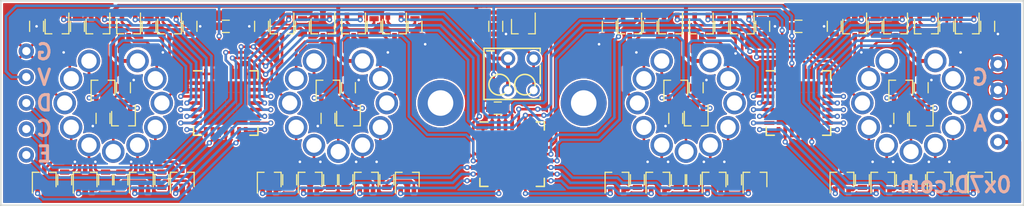
<source format=kicad_pcb>
(kicad_pcb (version 4) (host pcbnew 4.0.6)

  (general
    (links 263)
    (no_connects 0)
    (area 96.924999 91.924999 197.075001 112.075001)
    (thickness 1.6)
    (drawings 12)
    (tracks 1126)
    (zones 0)
    (modules 97)
    (nets 131)
  )

  (page A4)
  (layers
    (0 F.Cu signal)
    (31 B.Cu signal)
    (36 B.SilkS user)
    (37 F.SilkS user)
    (38 B.Mask user)
    (39 F.Mask user)
    (44 Edge.Cuts user)
  )

  (setup
    (last_trace_width 0.254)
    (trace_clearance 0.1524)
    (zone_clearance 0.1524)
    (zone_45_only no)
    (trace_min 0.1524)
    (segment_width 0.2)
    (edge_width 0.15)
    (via_size 0.508)
    (via_drill 0.254)
    (via_min_size 0.508)
    (via_min_drill 0.254)
    (uvia_size 0.254)
    (uvia_drill 0.127)
    (uvias_allowed no)
    (uvia_min_size 0.254)
    (uvia_min_drill 0.127)
    (pcb_text_width 0.3)
    (pcb_text_size 1.5 1.5)
    (mod_edge_width 0.15)
    (mod_text_size 1 1)
    (mod_text_width 0.15)
    (pad_size 1.2 1.2)
    (pad_drill 0.8)
    (pad_to_mask_clearance 0.1524)
    (aux_axis_origin 147 102)
    (grid_origin 147 102)
    (visible_elements 7FFEFF7F)
    (pcbplotparams
      (layerselection 0x010a0_00000001)
      (usegerberextensions false)
      (excludeedgelayer true)
      (linewidth 0.100000)
      (plotframeref false)
      (viasonmask false)
      (mode 1)
      (useauxorigin false)
      (hpglpennumber 1)
      (hpglpenspeed 20)
      (hpglpendiameter 15)
      (hpglpenoverlay 2)
      (psnegative false)
      (psa4output false)
      (plotreference false)
      (plotvalue false)
      (plotinvisibletext false)
      (padsonsilk false)
      (subtractmaskfromsilk false)
      (outputformat 0)
      (mirror false)
      (drillshape 0)
      (scaleselection 1)
      (outputdirectory ""))
  )

  (net 0 "")
  (net 1 /TUBE_GND)
  (net 2 /TUBE_ANODE)
  (net 3 /nOE)
  (net 4 /SCL)
  (net 5 /SDA)
  (net 6 /VDD)
  (net 7 /VSS)
  (net 8 /T1_G_0)
  (net 9 /T1_E_0)
  (net 10 /T1_C_0)
  (net 11 /T1_G_1)
  (net 12 /T1_E_1)
  (net 13 /T1_C_1)
  (net 14 /T1_G_2)
  (net 15 /T1_E_2)
  (net 16 /T1_C_2)
  (net 17 /T1_G_3)
  (net 18 /T1_E_3)
  (net 19 /T1_C_3)
  (net 20 /T1_G_4)
  (net 21 /T1_E_4)
  (net 22 /T1_C_4)
  (net 23 /T1_G_5)
  (net 24 /T1_E_5)
  (net 25 /T1_C_5)
  (net 26 /T1_G_6)
  (net 27 /T1_E_6)
  (net 28 /T1_C_6)
  (net 29 /T1_G_7)
  (net 30 /T1_E_7)
  (net 31 /T1_C_7)
  (net 32 /T1_G_8)
  (net 33 /T1_E_8)
  (net 34 /T1_C_8)
  (net 35 /T1_G_9)
  (net 36 /T1_E_9)
  (net 37 /T1_C_9)
  (net 38 /T2_G_0)
  (net 39 /T2_E_0)
  (net 40 /T2_C_0)
  (net 41 /T2_G_1)
  (net 42 /T2_E_1)
  (net 43 /T2_C_1)
  (net 44 /T2_G_2)
  (net 45 /T2_E_2)
  (net 46 /T2_C_2)
  (net 47 /T2_G_3)
  (net 48 /T2_E_3)
  (net 49 /T2_C_3)
  (net 50 /T2_G_4)
  (net 51 /T2_E_4)
  (net 52 /T2_C_4)
  (net 53 /T2_G_5)
  (net 54 /T2_E_5)
  (net 55 /T2_C_5)
  (net 56 /T2_G_6)
  (net 57 /T2_E_6)
  (net 58 /T2_C_6)
  (net 59 /T2_G_7)
  (net 60 /T2_E_7)
  (net 61 /T2_C_7)
  (net 62 /T2_G_8)
  (net 63 /T2_E_8)
  (net 64 /T2_C_8)
  (net 65 /T2_G_9)
  (net 66 /T2_E_9)
  (net 67 /T2_C_9)
  (net 68 /T3_G_0)
  (net 69 /T3_E_0)
  (net 70 /T3_C_0)
  (net 71 /T3_G_1)
  (net 72 /T3_E_1)
  (net 73 /T3_C_1)
  (net 74 /T3_G_2)
  (net 75 /T3_E_2)
  (net 76 /T3_C_2)
  (net 77 /T3_G_3)
  (net 78 /T3_E_3)
  (net 79 /T3_C_3)
  (net 80 /T3_G_4)
  (net 81 /T3_E_4)
  (net 82 /T3_C_4)
  (net 83 /T3_G_5)
  (net 84 /T3_E_5)
  (net 85 /T3_C_5)
  (net 86 /T3_G_6)
  (net 87 /T3_E_6)
  (net 88 /T3_C_6)
  (net 89 /T3_G_7)
  (net 90 /T3_E_7)
  (net 91 /T3_C_7)
  (net 92 /T3_G_8)
  (net 93 /T3_E_8)
  (net 94 /T3_C_8)
  (net 95 /T3_G_9)
  (net 96 /T3_E_9)
  (net 97 /T3_C_9)
  (net 98 /T4_G_0)
  (net 99 /T4_E_0)
  (net 100 /T4_C_0)
  (net 101 /T4_G_1)
  (net 102 /T4_E_1)
  (net 103 /T4_C_1)
  (net 104 /T4_G_2)
  (net 105 /T4_E_2)
  (net 106 /T4_C_2)
  (net 107 /T4_G_3)
  (net 108 /T4_E_3)
  (net 109 /T4_C_3)
  (net 110 /T4_G_4)
  (net 111 /T4_E_4)
  (net 112 /T4_C_4)
  (net 113 /T4_G_5)
  (net 114 /T4_E_5)
  (net 115 /T4_C_5)
  (net 116 /T4_G_6)
  (net 117 /T4_E_6)
  (net 118 /T4_C_6)
  (net 119 /T4_G_7)
  (net 120 /T4_E_7)
  (net 121 /T4_C_7)
  (net 122 /T4_G_8)
  (net 123 /T4_E_8)
  (net 124 /T4_C_8)
  (net 125 /T4_G_9)
  (net 126 /T4_E_9)
  (net 127 /T4_C_9)
  (net 128 "Net-(Q41-Pad2)")
  (net 129 "Net-(Q41-Pad3)")
  (net 130 "Net-(Q41-Pad1)")

  (net_class Default "This is the default net class."
    (clearance 0.1524)
    (trace_width 0.254)
    (via_dia 0.508)
    (via_drill 0.254)
    (uvia_dia 0.254)
    (uvia_drill 0.127)
    (add_net /SCL)
    (add_net /SDA)
    (add_net /T1_C_0)
    (add_net /T1_C_1)
    (add_net /T1_C_2)
    (add_net /T1_C_3)
    (add_net /T1_C_4)
    (add_net /T1_C_5)
    (add_net /T1_C_6)
    (add_net /T1_C_7)
    (add_net /T1_C_8)
    (add_net /T1_C_9)
    (add_net /T1_E_0)
    (add_net /T1_E_1)
    (add_net /T1_E_2)
    (add_net /T1_E_3)
    (add_net /T1_E_4)
    (add_net /T1_E_5)
    (add_net /T1_E_6)
    (add_net /T1_E_7)
    (add_net /T1_E_8)
    (add_net /T1_E_9)
    (add_net /T1_G_0)
    (add_net /T1_G_1)
    (add_net /T1_G_2)
    (add_net /T1_G_3)
    (add_net /T1_G_4)
    (add_net /T1_G_5)
    (add_net /T1_G_6)
    (add_net /T1_G_7)
    (add_net /T1_G_8)
    (add_net /T1_G_9)
    (add_net /T2_C_0)
    (add_net /T2_C_1)
    (add_net /T2_C_2)
    (add_net /T2_C_3)
    (add_net /T2_C_4)
    (add_net /T2_C_5)
    (add_net /T2_C_6)
    (add_net /T2_C_7)
    (add_net /T2_C_8)
    (add_net /T2_C_9)
    (add_net /T2_E_0)
    (add_net /T2_E_1)
    (add_net /T2_E_2)
    (add_net /T2_E_3)
    (add_net /T2_E_4)
    (add_net /T2_E_5)
    (add_net /T2_E_6)
    (add_net /T2_E_7)
    (add_net /T2_E_8)
    (add_net /T2_E_9)
    (add_net /T2_G_0)
    (add_net /T2_G_1)
    (add_net /T2_G_2)
    (add_net /T2_G_3)
    (add_net /T2_G_4)
    (add_net /T2_G_5)
    (add_net /T2_G_6)
    (add_net /T2_G_7)
    (add_net /T2_G_8)
    (add_net /T2_G_9)
    (add_net /T3_C_0)
    (add_net /T3_C_1)
    (add_net /T3_C_2)
    (add_net /T3_C_3)
    (add_net /T3_C_4)
    (add_net /T3_C_5)
    (add_net /T3_C_6)
    (add_net /T3_C_7)
    (add_net /T3_C_8)
    (add_net /T3_C_9)
    (add_net /T3_E_0)
    (add_net /T3_E_1)
    (add_net /T3_E_2)
    (add_net /T3_E_3)
    (add_net /T3_E_4)
    (add_net /T3_E_5)
    (add_net /T3_E_6)
    (add_net /T3_E_7)
    (add_net /T3_E_8)
    (add_net /T3_E_9)
    (add_net /T3_G_0)
    (add_net /T3_G_1)
    (add_net /T3_G_2)
    (add_net /T3_G_3)
    (add_net /T3_G_4)
    (add_net /T3_G_5)
    (add_net /T3_G_6)
    (add_net /T3_G_7)
    (add_net /T3_G_8)
    (add_net /T3_G_9)
    (add_net /T4_C_0)
    (add_net /T4_C_1)
    (add_net /T4_C_2)
    (add_net /T4_C_3)
    (add_net /T4_C_4)
    (add_net /T4_C_5)
    (add_net /T4_C_6)
    (add_net /T4_C_7)
    (add_net /T4_C_8)
    (add_net /T4_C_9)
    (add_net /T4_E_0)
    (add_net /T4_E_1)
    (add_net /T4_E_2)
    (add_net /T4_E_3)
    (add_net /T4_E_4)
    (add_net /T4_E_5)
    (add_net /T4_E_6)
    (add_net /T4_E_7)
    (add_net /T4_E_8)
    (add_net /T4_E_9)
    (add_net /T4_G_0)
    (add_net /T4_G_1)
    (add_net /T4_G_2)
    (add_net /T4_G_3)
    (add_net /T4_G_4)
    (add_net /T4_G_5)
    (add_net /T4_G_6)
    (add_net /T4_G_7)
    (add_net /T4_G_8)
    (add_net /T4_G_9)
    (add_net /TUBE_GND)
    (add_net /VDD)
    (add_net /VSS)
    (add_net /nOE)
    (add_net "Net-(Q41-Pad1)")
    (add_net "Net-(Q41-Pad2)")
    (add_net "Net-(Q41-Pad3)")
  )

  (net_class HV_Anode ""
    (clearance 0.254)
    (trace_width 0.381)
    (via_dia 0.508)
    (via_drill 0.254)
    (uvia_dia 0.254)
    (uvia_drill 0.127)
    (add_net /TUBE_ANODE)
  )

  (module Resistors_SMD:R_0603 (layer F.Cu) (tedit 59489206) (tstamp 593DDFAF)
    (at 100.5 94.5 270)
    (descr "Resistor SMD 0603, reflow soldering, Vishay (see dcrcw.pdf)")
    (tags "resistor 0603")
    (path /593D2A32)
    (attr smd)
    (fp_text reference R3 (at 0 -1.45 270) (layer F.SilkS) hide
      (effects (font (size 1 1) (thickness 0.15)))
    )
    (fp_text value R (at 0 1.5 270) (layer F.Fab)
      (effects (font (size 1 1) (thickness 0.15)))
    )
    (fp_text user %R (at 0 0 270) (layer F.Fab)
      (effects (font (size 0.5 0.5) (thickness 0.075)))
    )
    (fp_line (start -0.8 0.4) (end -0.8 -0.4) (layer F.Fab) (width 0.1))
    (fp_line (start 0.8 0.4) (end -0.8 0.4) (layer F.Fab) (width 0.1))
    (fp_line (start 0.8 -0.4) (end 0.8 0.4) (layer F.Fab) (width 0.1))
    (fp_line (start -0.8 -0.4) (end 0.8 -0.4) (layer F.Fab) (width 0.1))
    (fp_line (start 0.5 0.68) (end -0.5 0.68) (layer F.SilkS) (width 0.12))
    (fp_line (start -0.5 -0.68) (end 0.5 -0.68) (layer F.SilkS) (width 0.12))
    (fp_line (start -1.25 -0.7) (end 1.25 -0.7) (layer F.CrtYd) (width 0.05))
    (fp_line (start -1.25 -0.7) (end -1.25 0.7) (layer F.CrtYd) (width 0.05))
    (fp_line (start 1.25 0.7) (end 1.25 -0.7) (layer F.CrtYd) (width 0.05))
    (fp_line (start 1.25 0.7) (end -1.25 0.7) (layer F.CrtYd) (width 0.05))
    (pad 1 smd rect (at -0.75 0 270) (size 0.5 0.9) (layers F.Cu F.Mask)
      (net 15 /T1_E_2))
    (pad 2 smd rect (at 0.75 0 270) (size 0.5 0.9) (layers F.Cu F.Mask)
      (net 1 /TUBE_GND))
    (model ${KISYS3DMOD}/Resistors_SMD.3dshapes/R_0603.wrl
      (at (xyz 0 0 0))
      (scale (xyz 1 1 1))
      (rotate (xyz 0 0 0))
    )
  )

  (module "Custom Parts:Pin_Header_Straight_1x04_Pitch2.54mm" (layer B.Cu) (tedit 597CE6F1) (tstamp 5972C4D1)
    (at 194.5 102 180)
    (descr "Through hole straight pin header, 1x04, 2.54mm pitch, single row")
    (tags "Through hole pin header THT 1x04 2.54mm single row")
    (path /5972C3A8)
    (fp_text reference J1 (at 0 6.14 180) (layer B.SilkS) hide
      (effects (font (size 1 1) (thickness 0.15)) (justify mirror))
    )
    (fp_text value CONN_01X04 (at 0 -6.14 180) (layer B.Fab)
      (effects (font (size 1 1) (thickness 0.15)) (justify mirror))
    )
    (fp_line (start 1.27 5.08) (end -1.27 5.08) (layer B.Fab) (width 0.1))
    (fp_line (start -1.27 5.08) (end -1.27 -5.08) (layer B.Fab) (width 0.1))
    (fp_line (start 1.27 5.08) (end 1.27 -5.08) (layer B.Fab) (width 0.1))
    (fp_line (start 1.27 -5.08) (end -1.27 -5.08) (layer B.Fab) (width 0.1))
    (fp_line (start -1.8 5.61) (end -1.8 -5.59) (layer B.CrtYd) (width 0.05))
    (fp_line (start -1.8 -5.59) (end 1.8 -5.59) (layer B.CrtYd) (width 0.05))
    (fp_line (start 1.8 -5.59) (end 1.8 5.61) (layer B.CrtYd) (width 0.05))
    (fp_line (start 1.8 5.61) (end -1.8 5.61) (layer B.CrtYd) (width 0.05))
    (pad 1 thru_hole circle (at 0 3.81 180) (size 1.5 1.5) (drill 0.8) (layers *.Cu *.Mask)
      (net 1 /TUBE_GND))
    (pad 2 thru_hole circle (at 0 1.27 180) (size 1.5 1.5) (drill 0.8) (layers *.Cu *.Mask)
      (net 1 /TUBE_GND))
    (pad 3 thru_hole circle (at 0 -1.27 180) (size 1.5 1.5) (drill 0.8) (layers *.Cu *.Mask)
      (net 2 /TUBE_ANODE))
    (pad 4 thru_hole circle (at 0 -3.81 180) (size 1.5 1.5) (drill 0.8) (layers *.Cu *.Mask)
      (net 2 /TUBE_ANODE))
  )

  (module "Custom Parts:Pin_Header_Straight_1x05_Pitch2.54mm" (layer B.Cu) (tedit 597CE6DE) (tstamp 593F970C)
    (at 99.5 102)
    (descr "Through hole straight pin header, 1x05, 2.54mm pitch, single row")
    (tags "Through hole pin header THT 1x05 2.54mm single row")
    (path /593B21BB)
    (fp_text reference J2 (at 0 7.41) (layer B.SilkS) hide
      (effects (font (size 1 1) (thickness 0.15)) (justify mirror))
    )
    (fp_text value CONN_01X05 (at 0 -8.128) (layer B.Fab)
      (effects (font (size 1 1) (thickness 0.15)) (justify mirror))
    )
    (fp_line (start -1.27 6.35) (end -1.27 -6.35) (layer B.Fab) (width 0.1))
    (fp_line (start -1.27 -6.35) (end 1.27 -6.35) (layer B.Fab) (width 0.1))
    (fp_line (start 1.27 -6.35) (end 1.27 6.35) (layer B.Fab) (width 0.1))
    (fp_line (start 1.27 6.35) (end -1.27 6.35) (layer B.Fab) (width 0.1))
    (fp_line (start -1.8 6.88) (end -1.8 -6.87) (layer B.CrtYd) (width 0.05))
    (fp_line (start -1.8 -6.87) (end 1.8 -6.87) (layer B.CrtYd) (width 0.05))
    (fp_line (start 1.8 -6.87) (end 1.8 6.88) (layer B.CrtYd) (width 0.05))
    (fp_line (start 1.8 6.88) (end -1.8 6.88) (layer B.CrtYd) (width 0.05))
    (fp_text user %R (at 0 7.41) (layer B.Fab)
      (effects (font (size 1 1) (thickness 0.15)) (justify mirror))
    )
    (pad 1 thru_hole circle (at 0 5.08) (size 1.5 1.5) (drill 0.8) (layers *.Cu *.Mask)
      (net 3 /nOE))
    (pad 2 thru_hole circle (at 0 2.54) (size 1.5 1.5) (drill 0.8) (layers *.Cu *.Mask)
      (net 4 /SCL))
    (pad 3 thru_hole circle (at 0 0) (size 1.5 1.5) (drill 0.8) (layers *.Cu *.Mask)
      (net 5 /SDA))
    (pad 4 thru_hole circle (at 0 -2.54) (size 1.5 1.5) (drill 0.8) (layers *.Cu *.Mask)
      (net 6 /VDD))
    (pad 5 thru_hole circle (at 0 -5.08) (size 1.5 1.5) (drill 0.8) (layers *.Cu *.Mask)
      (net 7 /VSS))
  )

  (module "Custom Parts:IN-8" (layer F.Cu) (tedit 594892FA) (tstamp 593C8649)
    (at 186 102)
    (path /5938FB49)
    (fp_text reference T4 (at 0 0) (layer F.SilkS) hide
      (effects (font (size 1 1) (thickness 0.15)))
    )
    (fp_text value IN-8 (at 0 -1.27) (layer F.Fab)
      (effects (font (size 1 1) (thickness 0.15)))
    )
    (pad 1 thru_hole circle (at -2.375 -4.114) (size 2.2 2.2) (drill 1.5) (layers *.Cu *.Mask)
      (net 100 /T4_C_0))
    (pad 2 thru_hole circle (at -4.114 -2.375) (size 2.2 2.2) (drill 1.5) (layers *.Cu *.Mask)
      (net 103 /T4_C_1))
    (pad 3 thru_hole circle (at -4.75 0) (size 2.2 2.2) (drill 1.5) (layers *.Cu *.Mask)
      (net 106 /T4_C_2))
    (pad 4 thru_hole circle (at -4.114 2.375) (size 2.2 2.2) (drill 1.5) (layers *.Cu *.Mask)
      (net 109 /T4_C_3))
    (pad 5 thru_hole circle (at -2.375 4.114) (size 2.2 2.2) (drill 1.5) (layers *.Cu *.Mask)
      (net 112 /T4_C_4))
    (pad 6 thru_hole circle (at 0 4.75) (size 2.2 2.2) (drill 1.5) (layers *.Cu *.Mask)
      (net 115 /T4_C_5))
    (pad 7 thru_hole circle (at 2.375 4.114) (size 2.2 2.2) (drill 1.5) (layers *.Cu *.Mask)
      (net 118 /T4_C_6))
    (pad 8 thru_hole circle (at 4.114 2.375) (size 2.2 2.2) (drill 1.5) (layers *.Cu *.Mask)
      (net 121 /T4_C_7))
    (pad 10 thru_hole circle (at 4.114 -2.375) (size 2.2 2.2) (drill 1.5) (layers *.Cu *.Mask)
      (net 127 /T4_C_9))
    (pad 11 thru_hole circle (at 2.375 -4.114) (size 2.2 2.2) (drill 1.5) (layers *.Cu *.Mask)
      (net 2 /TUBE_ANODE))
    (pad 9 thru_hole circle (at 4.75 0) (size 2.2 2.2) (drill 1.5) (layers *.Cu *.Mask)
      (net 124 /T4_C_8))
  )

  (module "Custom Parts:IN-8" (layer F.Cu) (tedit 594892BA) (tstamp 593C862E)
    (at 164 102)
    (path /5938FA0F)
    (fp_text reference T3 (at 0 0) (layer F.SilkS) hide
      (effects (font (size 1 1) (thickness 0.15)))
    )
    (fp_text value IN-8 (at 0 -1.27) (layer F.Fab)
      (effects (font (size 1 1) (thickness 0.15)))
    )
    (pad 1 thru_hole circle (at -2.375 -4.114) (size 2.2 2.2) (drill 1.5) (layers *.Cu *.Mask)
      (net 70 /T3_C_0))
    (pad 2 thru_hole circle (at -4.114 -2.375) (size 2.2 2.2) (drill 1.5) (layers *.Cu *.Mask)
      (net 73 /T3_C_1))
    (pad 3 thru_hole circle (at -4.75 0) (size 2.2 2.2) (drill 1.5) (layers *.Cu *.Mask)
      (net 76 /T3_C_2))
    (pad 4 thru_hole circle (at -4.114 2.375) (size 2.2 2.2) (drill 1.5) (layers *.Cu *.Mask)
      (net 79 /T3_C_3))
    (pad 5 thru_hole circle (at -2.375 4.114) (size 2.2 2.2) (drill 1.5) (layers *.Cu *.Mask)
      (net 82 /T3_C_4))
    (pad 6 thru_hole circle (at 0 4.75) (size 2.2 2.2) (drill 1.5) (layers *.Cu *.Mask)
      (net 85 /T3_C_5))
    (pad 7 thru_hole circle (at 2.375 4.114) (size 2.2 2.2) (drill 1.5) (layers *.Cu *.Mask)
      (net 88 /T3_C_6))
    (pad 8 thru_hole circle (at 4.114 2.375) (size 2.2 2.2) (drill 1.5) (layers *.Cu *.Mask)
      (net 91 /T3_C_7))
    (pad 10 thru_hole circle (at 4.114 -2.375) (size 2.2 2.2) (drill 1.5) (layers *.Cu *.Mask)
      (net 97 /T3_C_9))
    (pad 11 thru_hole circle (at 2.375 -4.114) (size 2.2 2.2) (drill 1.5) (layers *.Cu *.Mask)
      (net 2 /TUBE_ANODE))
    (pad 9 thru_hole circle (at 4.75 0) (size 2.2 2.2) (drill 1.5) (layers *.Cu *.Mask)
      (net 94 /T3_C_8))
  )

  (module "Custom Parts:IN-8" (layer F.Cu) (tedit 5948927B) (tstamp 593C8613)
    (at 130 102)
    (path /5938FA7E)
    (fp_text reference T2 (at 0 0) (layer F.SilkS) hide
      (effects (font (size 1 1) (thickness 0.15)))
    )
    (fp_text value IN-8 (at 0 -1.27) (layer F.Fab)
      (effects (font (size 1 1) (thickness 0.15)))
    )
    (pad 1 thru_hole circle (at -2.375 -4.114) (size 2.2 2.2) (drill 1.5) (layers *.Cu *.Mask)
      (net 40 /T2_C_0))
    (pad 2 thru_hole circle (at -4.114 -2.375) (size 2.2 2.2) (drill 1.5) (layers *.Cu *.Mask)
      (net 43 /T2_C_1))
    (pad 3 thru_hole circle (at -4.75 0) (size 2.2 2.2) (drill 1.5) (layers *.Cu *.Mask)
      (net 46 /T2_C_2))
    (pad 4 thru_hole circle (at -4.114 2.375) (size 2.2 2.2) (drill 1.5) (layers *.Cu *.Mask)
      (net 49 /T2_C_3))
    (pad 5 thru_hole circle (at -2.375 4.114) (size 2.2 2.2) (drill 1.5) (layers *.Cu *.Mask)
      (net 52 /T2_C_4))
    (pad 6 thru_hole circle (at 0 4.75) (size 2.2 2.2) (drill 1.5) (layers *.Cu *.Mask)
      (net 55 /T2_C_5))
    (pad 7 thru_hole circle (at 2.375 4.114) (size 2.2 2.2) (drill 1.5) (layers *.Cu *.Mask)
      (net 58 /T2_C_6))
    (pad 8 thru_hole circle (at 4.114 2.375) (size 2.2 2.2) (drill 1.5) (layers *.Cu *.Mask)
      (net 61 /T2_C_7))
    (pad 10 thru_hole circle (at 4.114 -2.375) (size 2.2 2.2) (drill 1.5) (layers *.Cu *.Mask)
      (net 67 /T2_C_9))
    (pad 11 thru_hole circle (at 2.375 -4.114) (size 2.2 2.2) (drill 1.5) (layers *.Cu *.Mask)
      (net 2 /TUBE_ANODE))
    (pad 9 thru_hole circle (at 4.75 0) (size 2.2 2.2) (drill 1.5) (layers *.Cu *.Mask)
      (net 64 /T2_C_8))
  )

  (module "Custom Parts:IN-8" (layer F.Cu) (tedit 5948927F) (tstamp 593C85F8)
    (at 108 102)
    (path /5938FAE9)
    (fp_text reference T1 (at 0 0) (layer F.SilkS) hide
      (effects (font (size 1 1) (thickness 0.15)))
    )
    (fp_text value IN-8 (at 0 -1.27) (layer F.Fab)
      (effects (font (size 1 1) (thickness 0.15)))
    )
    (pad 1 thru_hole circle (at -2.375 -4.114) (size 2.2 2.2) (drill 1.5) (layers *.Cu *.Mask)
      (net 10 /T1_C_0))
    (pad 2 thru_hole circle (at -4.114 -2.375) (size 2.2 2.2) (drill 1.5) (layers *.Cu *.Mask)
      (net 13 /T1_C_1))
    (pad 3 thru_hole circle (at -4.75 0) (size 2.2 2.2) (drill 1.5) (layers *.Cu *.Mask)
      (net 16 /T1_C_2))
    (pad 4 thru_hole circle (at -4.114 2.375) (size 2.2 2.2) (drill 1.5) (layers *.Cu *.Mask)
      (net 19 /T1_C_3))
    (pad 5 thru_hole circle (at -2.375 4.114) (size 2.2 2.2) (drill 1.5) (layers *.Cu *.Mask)
      (net 22 /T1_C_4))
    (pad 6 thru_hole circle (at 0 4.75) (size 2.2 2.2) (drill 1.5) (layers *.Cu *.Mask)
      (net 25 /T1_C_5))
    (pad 7 thru_hole circle (at 2.375 4.114) (size 2.2 2.2) (drill 1.5) (layers *.Cu *.Mask)
      (net 28 /T1_C_6))
    (pad 8 thru_hole circle (at 4.114 2.375) (size 2.2 2.2) (drill 1.5) (layers *.Cu *.Mask)
      (net 31 /T1_C_7))
    (pad 10 thru_hole circle (at 4.114 -2.375) (size 2.2 2.2) (drill 1.5) (layers *.Cu *.Mask)
      (net 37 /T1_C_9))
    (pad 11 thru_hole circle (at 2.375 -4.114) (size 2.2 2.2) (drill 1.5) (layers *.Cu *.Mask)
      (net 2 /TUBE_ANODE))
    (pad 9 thru_hole circle (at 4.75 0) (size 2.2 2.2) (drill 1.5) (layers *.Cu *.Mask)
      (net 34 /T1_C_8))
  )

  (module TO_SOT_Packages_SMD:SOT-323_SC-70 (layer F.Cu) (tedit 59489268) (tstamp 593C80B2)
    (at 124.5 94.5 270)
    (descr "SOT-323, SC-70")
    (tags "SOT-323 SC-70")
    (path /593936B6)
    (attr smd)
    (fp_text reference Q13 (at -0.05 -1.95 270) (layer F.SilkS) hide
      (effects (font (size 1 1) (thickness 0.15)))
    )
    (fp_text value Q_NPN_BEC (at -0.05 2.05 270) (layer F.Fab)
      (effects (font (size 1 1) (thickness 0.15)))
    )
    (fp_text user %R (at -0.005 0 270) (layer F.Fab)
      (effects (font (size 0.5 0.5) (thickness 0.075)))
    )
    (fp_line (start 0.73 0.5) (end 0.73 1.16) (layer F.SilkS) (width 0.12))
    (fp_line (start 0.73 -1.16) (end 0.73 -0.5) (layer F.SilkS) (width 0.12))
    (fp_line (start 1.7 1.3) (end -1.7 1.3) (layer F.CrtYd) (width 0.05))
    (fp_line (start 1.7 -1.3) (end 1.7 1.3) (layer F.CrtYd) (width 0.05))
    (fp_line (start -1.7 -1.3) (end 1.7 -1.3) (layer F.CrtYd) (width 0.05))
    (fp_line (start -1.7 1.3) (end -1.7 -1.3) (layer F.CrtYd) (width 0.05))
    (fp_line (start 0.73 -1.16) (end -1.3 -1.16) (layer F.SilkS) (width 0.12))
    (fp_line (start -0.68 1.16) (end 0.73 1.16) (layer F.SilkS) (width 0.12))
    (fp_line (start 0.67 -1.1) (end -0.18 -1.1) (layer F.Fab) (width 0.1))
    (fp_line (start -0.68 -0.6) (end -0.68 1.1) (layer F.Fab) (width 0.1))
    (fp_line (start 0.67 -1.1) (end 0.67 1.1) (layer F.Fab) (width 0.1))
    (fp_line (start 0.67 1.1) (end -0.68 1.1) (layer F.Fab) (width 0.1))
    (fp_line (start -0.18 -1.1) (end -0.68 -0.6) (layer F.Fab) (width 0.1))
    (pad 1 smd rect (at -1 -0.65 180) (size 0.45 0.7) (layers F.Cu F.Mask)
      (net 44 /T2_G_2))
    (pad 2 smd rect (at -1 0.65 180) (size 0.45 0.7) (layers F.Cu F.Mask)
      (net 45 /T2_E_2))
    (pad 3 smd rect (at 1 0 180) (size 0.45 0.7) (layers F.Cu F.Mask)
      (net 46 /T2_C_2))
    (model ${KISYS3DMOD}/TO_SOT_Packages_SMD.3dshapes/SOT-323_SC-70.wrl
      (at (xyz 0 0 0))
      (scale (xyz 1 1 1))
      (rotate (xyz 0 0 0))
    )
  )

  (module Housings_DFN_QFN:QFN-28-1EP_6x6mm_Pitch0.65mm (layer F.Cu) (tedit 5948928B) (tstamp 593C86B5)
    (at 119 102)
    (descr "28-Lead Plastic Quad Flat, No Lead Package (ML) - 6x6 mm Body [QFN]; (see Microchip Packaging Specification 00000049BS.pdf)")
    (tags "QFN 0.65")
    (path /593A4DD3)
    (attr smd)
    (fp_text reference U1 (at 0 -4.35) (layer F.SilkS) hide
      (effects (font (size 1 1) (thickness 0.15)))
    )
    (fp_text value PCA9685 (at 0 4.35) (layer F.Fab)
      (effects (font (size 1 1) (thickness 0.15)))
    )
    (fp_line (start -2 -3) (end 3 -3) (layer F.Fab) (width 0.15))
    (fp_line (start 3 -3) (end 3 3) (layer F.Fab) (width 0.15))
    (fp_line (start 3 3) (end -3 3) (layer F.Fab) (width 0.15))
    (fp_line (start -3 3) (end -3 -2) (layer F.Fab) (width 0.15))
    (fp_line (start -3 -2) (end -2 -3) (layer F.Fab) (width 0.15))
    (fp_line (start -3.6 -3.6) (end -3.6 3.6) (layer F.CrtYd) (width 0.05))
    (fp_line (start 3.6 -3.6) (end 3.6 3.6) (layer F.CrtYd) (width 0.05))
    (fp_line (start -3.6 -3.6) (end 3.6 -3.6) (layer F.CrtYd) (width 0.05))
    (fp_line (start -3.6 3.6) (end 3.6 3.6) (layer F.CrtYd) (width 0.05))
    (fp_line (start 3.15 -3.15) (end 3.15 -2.36) (layer F.SilkS) (width 0.15))
    (fp_line (start -3.15 3.15) (end -3.15 2.36) (layer F.SilkS) (width 0.15))
    (fp_line (start 3.15 3.15) (end 3.15 2.36) (layer F.SilkS) (width 0.15))
    (fp_line (start -3.15 -3.15) (end -2.36 -3.15) (layer F.SilkS) (width 0.15))
    (fp_line (start -3.15 3.15) (end -2.36 3.15) (layer F.SilkS) (width 0.15))
    (fp_line (start 3.15 3.15) (end 2.36 3.15) (layer F.SilkS) (width 0.15))
    (fp_line (start 3.15 -3.15) (end 2.36 -3.15) (layer F.SilkS) (width 0.15))
    (pad 1 smd rect (at -2.85 -1.95) (size 1 0.37) (layers F.Cu F.Mask)
      (net 7 /VSS))
    (pad 2 smd rect (at -2.85 -1.3) (size 1 0.37) (layers F.Cu F.Mask)
      (net 7 /VSS))
    (pad 3 smd rect (at -2.85 -0.65) (size 1 0.37) (layers F.Cu F.Mask)
      (net 23 /T1_G_5))
    (pad 4 smd rect (at -2.85 0) (size 1 0.37) (layers F.Cu F.Mask)
      (net 8 /T1_G_0))
    (pad 5 smd rect (at -2.85 0.65) (size 1 0.37) (layers F.Cu F.Mask)
      (net 14 /T1_G_2))
    (pad 6 smd rect (at -2.85 1.3) (size 1 0.37) (layers F.Cu F.Mask)
      (net 11 /T1_G_1))
    (pad 7 smd rect (at -2.85 1.95) (size 1 0.37) (layers F.Cu F.Mask)
      (net 35 /T1_G_9))
    (pad 8 smd rect (at -1.95 2.85 90) (size 1 0.37) (layers F.Cu F.Mask)
      (net 32 /T1_G_8))
    (pad 9 smd rect (at -1.3 2.85 90) (size 1 0.37) (layers F.Cu F.Mask)
      (net 20 /T1_G_4))
    (pad 10 smd rect (at -0.65 2.85 90) (size 1 0.37) (layers F.Cu F.Mask))
    (pad 11 smd rect (at 0 2.85 90) (size 1 0.37) (layers F.Cu F.Mask)
      (net 7 /VSS))
    (pad 12 smd rect (at 0.65 2.85 90) (size 1 0.37) (layers F.Cu F.Mask))
    (pad 13 smd rect (at 1.3 2.85 90) (size 1 0.37) (layers F.Cu F.Mask)
      (net 17 /T1_G_3))
    (pad 14 smd rect (at 1.95 2.85 90) (size 1 0.37) (layers F.Cu F.Mask)
      (net 29 /T1_G_7))
    (pad 15 smd rect (at 2.85 1.95) (size 1 0.37) (layers F.Cu F.Mask)
      (net 26 /T1_G_6))
    (pad 16 smd rect (at 2.85 1.3) (size 1 0.37) (layers F.Cu F.Mask)
      (net 44 /T2_G_2))
    (pad 17 smd rect (at 2.85 0.65) (size 1 0.37) (layers F.Cu F.Mask)
      (net 41 /T2_G_1))
    (pad 18 smd rect (at 2.85 0) (size 1 0.37) (layers F.Cu F.Mask)
      (net 65 /T2_G_9))
    (pad 19 smd rect (at 2.85 -0.65) (size 1 0.37) (layers F.Cu F.Mask)
      (net 38 /T2_G_0))
    (pad 20 smd rect (at 2.85 -1.3) (size 1 0.37) (layers F.Cu F.Mask)
      (net 3 /nOE))
    (pad 21 smd rect (at 2.85 -1.95) (size 1 0.37) (layers F.Cu F.Mask)
      (net 7 /VSS))
    (pad 22 smd rect (at 1.95 -2.85 90) (size 1 0.37) (layers F.Cu F.Mask)
      (net 7 /VSS))
    (pad 23 smd rect (at 1.3 -2.85 90) (size 1 0.37) (layers F.Cu F.Mask)
      (net 4 /SCL))
    (pad 24 smd rect (at 0.65 -2.85 90) (size 1 0.37) (layers F.Cu F.Mask)
      (net 5 /SDA))
    (pad 25 smd rect (at 0 -2.85 90) (size 1 0.37) (layers F.Cu F.Mask)
      (net 6 /VDD))
    (pad 26 smd rect (at -0.65 -2.85 90) (size 1 0.37) (layers F.Cu F.Mask)
      (net 6 /VDD))
    (pad 27 smd rect (at -1.3 -2.85 90) (size 1 0.37) (layers F.Cu F.Mask)
      (net 7 /VSS))
    (pad 28 smd rect (at -1.95 -2.85 90) (size 1 0.37) (layers F.Cu F.Mask)
      (net 7 /VSS))
    (pad 29 smd rect (at 1.59375 1.59375) (size 1.0625 1.0625) (layers F.Cu F.Mask)
      (net 7 /VSS) (solder_paste_margin_ratio -0.2))
    (pad 29 smd rect (at 1.59375 0.53125) (size 1.0625 1.0625) (layers F.Cu F.Mask)
      (net 7 /VSS) (solder_paste_margin_ratio -0.2))
    (pad 29 smd rect (at 1.59375 -0.53125) (size 1.0625 1.0625) (layers F.Cu F.Mask)
      (net 7 /VSS) (solder_paste_margin_ratio -0.2))
    (pad 29 smd rect (at 1.59375 -1.59375) (size 1.0625 1.0625) (layers F.Cu F.Mask)
      (net 7 /VSS) (solder_paste_margin_ratio -0.2))
    (pad 29 smd rect (at 0.53125 1.59375) (size 1.0625 1.0625) (layers F.Cu F.Mask)
      (net 7 /VSS) (solder_paste_margin_ratio -0.2))
    (pad 29 smd rect (at 0.53125 0.53125) (size 1.0625 1.0625) (layers F.Cu F.Mask)
      (net 7 /VSS) (solder_paste_margin_ratio -0.2))
    (pad 29 smd rect (at 0.53125 -0.53125) (size 1.0625 1.0625) (layers F.Cu F.Mask)
      (net 7 /VSS) (solder_paste_margin_ratio -0.2))
    (pad 29 smd rect (at 0.53125 -1.59375) (size 1.0625 1.0625) (layers F.Cu F.Mask)
      (net 7 /VSS) (solder_paste_margin_ratio -0.2))
    (pad 29 smd rect (at -0.53125 1.59375) (size 1.0625 1.0625) (layers F.Cu F.Mask)
      (net 7 /VSS) (solder_paste_margin_ratio -0.2))
    (pad 29 smd rect (at -0.53125 0.53125) (size 1.0625 1.0625) (layers F.Cu F.Mask)
      (net 7 /VSS) (solder_paste_margin_ratio -0.2))
    (pad 29 smd rect (at -0.53125 -0.53125) (size 1.0625 1.0625) (layers F.Cu F.Mask)
      (net 7 /VSS) (solder_paste_margin_ratio -0.2))
    (pad 29 smd rect (at -0.53125 -1.59375) (size 1.0625 1.0625) (layers F.Cu F.Mask)
      (net 7 /VSS) (solder_paste_margin_ratio -0.2))
    (pad 29 smd rect (at -1.59375 1.59375) (size 1.0625 1.0625) (layers F.Cu F.Mask)
      (net 7 /VSS) (solder_paste_margin_ratio -0.2))
    (pad 29 smd rect (at -1.59375 0.53125) (size 1.0625 1.0625) (layers F.Cu F.Mask)
      (net 7 /VSS) (solder_paste_margin_ratio -0.2))
    (pad 29 smd rect (at -1.59375 -0.53125) (size 1.0625 1.0625) (layers F.Cu F.Mask)
      (net 7 /VSS) (solder_paste_margin_ratio -0.2))
    (pad 29 smd rect (at -1.59375 -1.59375) (size 1.0625 1.0625) (layers F.Cu F.Mask)
      (net 7 /VSS) (solder_paste_margin_ratio -0.2))
    (model Housings_DFN_QFN.3dshapes/QFN-28-1EP_6x6mm_Pitch0.65mm.wrl
      (at (xyz 0 0 0))
      (scale (xyz 1 1 1))
      (rotate (xyz 0 0 0))
    )
  )

  (module TO_SOT_Packages_SMD:SOT-323_SC-70 (layer F.Cu) (tedit 59489218) (tstamp 593C805E)
    (at 113.5 94.5 270)
    (descr "SOT-323, SC-70")
    (tags "SOT-323 SC-70")
    (path /59393716)
    (attr smd)
    (fp_text reference Q9 (at -0.05 -1.95 270) (layer F.SilkS) hide
      (effects (font (size 1 1) (thickness 0.15)))
    )
    (fp_text value Q_NPN_BEC (at -0.05 2.05 270) (layer F.Fab)
      (effects (font (size 1 1) (thickness 0.15)))
    )
    (fp_text user %R (at -0.005 0 270) (layer F.Fab)
      (effects (font (size 0.5 0.5) (thickness 0.075)))
    )
    (fp_line (start 0.73 0.5) (end 0.73 1.16) (layer F.SilkS) (width 0.12))
    (fp_line (start 0.73 -1.16) (end 0.73 -0.5) (layer F.SilkS) (width 0.12))
    (fp_line (start 1.7 1.3) (end -1.7 1.3) (layer F.CrtYd) (width 0.05))
    (fp_line (start 1.7 -1.3) (end 1.7 1.3) (layer F.CrtYd) (width 0.05))
    (fp_line (start -1.7 -1.3) (end 1.7 -1.3) (layer F.CrtYd) (width 0.05))
    (fp_line (start -1.7 1.3) (end -1.7 -1.3) (layer F.CrtYd) (width 0.05))
    (fp_line (start 0.73 -1.16) (end -1.3 -1.16) (layer F.SilkS) (width 0.12))
    (fp_line (start -0.68 1.16) (end 0.73 1.16) (layer F.SilkS) (width 0.12))
    (fp_line (start 0.67 -1.1) (end -0.18 -1.1) (layer F.Fab) (width 0.1))
    (fp_line (start -0.68 -0.6) (end -0.68 1.1) (layer F.Fab) (width 0.1))
    (fp_line (start 0.67 -1.1) (end 0.67 1.1) (layer F.Fab) (width 0.1))
    (fp_line (start 0.67 1.1) (end -0.68 1.1) (layer F.Fab) (width 0.1))
    (fp_line (start -0.18 -1.1) (end -0.68 -0.6) (layer F.Fab) (width 0.1))
    (pad 1 smd rect (at -1 -0.65 180) (size 0.45 0.7) (layers F.Cu F.Mask)
      (net 32 /T1_G_8))
    (pad 2 smd rect (at -1 0.65 180) (size 0.45 0.7) (layers F.Cu F.Mask)
      (net 33 /T1_E_8))
    (pad 3 smd rect (at 1 0 180) (size 0.45 0.7) (layers F.Cu F.Mask)
      (net 34 /T1_C_8))
    (model ${KISYS3DMOD}/TO_SOT_Packages_SMD.3dshapes/SOT-323_SC-70.wrl
      (at (xyz 0 0 0))
      (scale (xyz 1 1 1))
      (rotate (xyz 0 0 0))
    )
  )

  (module TO_SOT_Packages_SMD:SOT-323_SC-70 (layer F.Cu) (tedit 5948920F) (tstamp 593C7FCB)
    (at 106.5 94.5 270)
    (descr "SOT-323, SC-70")
    (tags "SOT-323 SC-70")
    (path /593936EC)
    (attr smd)
    (fp_text reference Q2 (at -0.05 -1.95 270) (layer F.SilkS) hide
      (effects (font (size 1 1) (thickness 0.15)))
    )
    (fp_text value Q_NPN_BEC (at -0.05 2.05 270) (layer F.Fab)
      (effects (font (size 1 1) (thickness 0.15)))
    )
    (fp_text user %R (at -0.005 0 270) (layer F.Fab)
      (effects (font (size 0.5 0.5) (thickness 0.075)))
    )
    (fp_line (start 0.73 0.5) (end 0.73 1.16) (layer F.SilkS) (width 0.12))
    (fp_line (start 0.73 -1.16) (end 0.73 -0.5) (layer F.SilkS) (width 0.12))
    (fp_line (start 1.7 1.3) (end -1.7 1.3) (layer F.CrtYd) (width 0.05))
    (fp_line (start 1.7 -1.3) (end 1.7 1.3) (layer F.CrtYd) (width 0.05))
    (fp_line (start -1.7 -1.3) (end 1.7 -1.3) (layer F.CrtYd) (width 0.05))
    (fp_line (start -1.7 1.3) (end -1.7 -1.3) (layer F.CrtYd) (width 0.05))
    (fp_line (start 0.73 -1.16) (end -1.3 -1.16) (layer F.SilkS) (width 0.12))
    (fp_line (start -0.68 1.16) (end 0.73 1.16) (layer F.SilkS) (width 0.12))
    (fp_line (start 0.67 -1.1) (end -0.18 -1.1) (layer F.Fab) (width 0.1))
    (fp_line (start -0.68 -0.6) (end -0.68 1.1) (layer F.Fab) (width 0.1))
    (fp_line (start 0.67 -1.1) (end 0.67 1.1) (layer F.Fab) (width 0.1))
    (fp_line (start 0.67 1.1) (end -0.68 1.1) (layer F.Fab) (width 0.1))
    (fp_line (start -0.18 -1.1) (end -0.68 -0.6) (layer F.Fab) (width 0.1))
    (pad 1 smd rect (at -1 -0.65 180) (size 0.45 0.7) (layers F.Cu F.Mask)
      (net 11 /T1_G_1))
    (pad 2 smd rect (at -1 0.65 180) (size 0.45 0.7) (layers F.Cu F.Mask)
      (net 12 /T1_E_1))
    (pad 3 smd rect (at 1 0 180) (size 0.45 0.7) (layers F.Cu F.Mask)
      (net 13 /T1_C_1))
    (model ${KISYS3DMOD}/TO_SOT_Packages_SMD.3dshapes/SOT-323_SC-70.wrl
      (at (xyz 0 0 0))
      (scale (xyz 1 1 1))
      (rotate (xyz 0 0 0))
    )
  )

  (module Resistors_SMD:R_0603 (layer F.Cu) (tedit 5948920D) (tstamp 593DDFAA)
    (at 104.5 94.5 270)
    (descr "Resistor SMD 0603, reflow soldering, Vishay (see dcrcw.pdf)")
    (tags "resistor 0603")
    (path /593D296E)
    (attr smd)
    (fp_text reference R2 (at 0 -1.45 270) (layer F.SilkS) hide
      (effects (font (size 1 1) (thickness 0.15)))
    )
    (fp_text value R (at 0 1.5 270) (layer F.Fab)
      (effects (font (size 1 1) (thickness 0.15)))
    )
    (fp_text user %R (at 0 0 270) (layer F.Fab)
      (effects (font (size 0.5 0.5) (thickness 0.075)))
    )
    (fp_line (start -0.8 0.4) (end -0.8 -0.4) (layer F.Fab) (width 0.1))
    (fp_line (start 0.8 0.4) (end -0.8 0.4) (layer F.Fab) (width 0.1))
    (fp_line (start 0.8 -0.4) (end 0.8 0.4) (layer F.Fab) (width 0.1))
    (fp_line (start -0.8 -0.4) (end 0.8 -0.4) (layer F.Fab) (width 0.1))
    (fp_line (start 0.5 0.68) (end -0.5 0.68) (layer F.SilkS) (width 0.12))
    (fp_line (start -0.5 -0.68) (end 0.5 -0.68) (layer F.SilkS) (width 0.12))
    (fp_line (start -1.25 -0.7) (end 1.25 -0.7) (layer F.CrtYd) (width 0.05))
    (fp_line (start -1.25 -0.7) (end -1.25 0.7) (layer F.CrtYd) (width 0.05))
    (fp_line (start 1.25 0.7) (end 1.25 -0.7) (layer F.CrtYd) (width 0.05))
    (fp_line (start 1.25 0.7) (end -1.25 0.7) (layer F.CrtYd) (width 0.05))
    (pad 1 smd rect (at -0.75 0 270) (size 0.5 0.9) (layers F.Cu F.Mask)
      (net 12 /T1_E_1))
    (pad 2 smd rect (at 0.75 0 270) (size 0.5 0.9) (layers F.Cu F.Mask)
      (net 1 /TUBE_GND))
    (model ${KISYS3DMOD}/Resistors_SMD.3dshapes/R_0603.wrl
      (at (xyz 0 0 0))
      (scale (xyz 1 1 1))
      (rotate (xyz 0 0 0))
    )
  )

  (module TO_SOT_Packages_SMD:SOT-323_SC-70 (layer F.Cu) (tedit 59489240) (tstamp 593C80C7)
    (at 123.25 109.5 90)
    (descr "SOT-323, SC-70")
    (tags "SOT-323 SC-70")
    (path /593936BC)
    (attr smd)
    (fp_text reference Q14 (at -0.05 -1.95 90) (layer F.SilkS) hide
      (effects (font (size 1 1) (thickness 0.15)))
    )
    (fp_text value Q_NPN_BEC (at -0.05 2.05 90) (layer F.Fab)
      (effects (font (size 1 1) (thickness 0.15)))
    )
    (fp_text user %R (at -0.005 0 90) (layer F.Fab)
      (effects (font (size 0.5 0.5) (thickness 0.075)))
    )
    (fp_line (start 0.73 0.5) (end 0.73 1.16) (layer F.SilkS) (width 0.12))
    (fp_line (start 0.73 -1.16) (end 0.73 -0.5) (layer F.SilkS) (width 0.12))
    (fp_line (start 1.7 1.3) (end -1.7 1.3) (layer F.CrtYd) (width 0.05))
    (fp_line (start 1.7 -1.3) (end 1.7 1.3) (layer F.CrtYd) (width 0.05))
    (fp_line (start -1.7 -1.3) (end 1.7 -1.3) (layer F.CrtYd) (width 0.05))
    (fp_line (start -1.7 1.3) (end -1.7 -1.3) (layer F.CrtYd) (width 0.05))
    (fp_line (start 0.73 -1.16) (end -1.3 -1.16) (layer F.SilkS) (width 0.12))
    (fp_line (start -0.68 1.16) (end 0.73 1.16) (layer F.SilkS) (width 0.12))
    (fp_line (start 0.67 -1.1) (end -0.18 -1.1) (layer F.Fab) (width 0.1))
    (fp_line (start -0.68 -0.6) (end -0.68 1.1) (layer F.Fab) (width 0.1))
    (fp_line (start 0.67 -1.1) (end 0.67 1.1) (layer F.Fab) (width 0.1))
    (fp_line (start 0.67 1.1) (end -0.68 1.1) (layer F.Fab) (width 0.1))
    (fp_line (start -0.18 -1.1) (end -0.68 -0.6) (layer F.Fab) (width 0.1))
    (pad 1 smd rect (at -1 -0.65) (size 0.45 0.7) (layers F.Cu F.Mask)
      (net 47 /T2_G_3))
    (pad 2 smd rect (at -1 0.65) (size 0.45 0.7) (layers F.Cu F.Mask)
      (net 48 /T2_E_3))
    (pad 3 smd rect (at 1 0) (size 0.45 0.7) (layers F.Cu F.Mask)
      (net 49 /T2_C_3))
    (model ${KISYS3DMOD}/TO_SOT_Packages_SMD.3dshapes/SOT-323_SC-70.wrl
      (at (xyz 0 0 0))
      (scale (xyz 1 1 1))
      (rotate (xyz 0 0 0))
    )
  )

  (module TO_SOT_Packages_SMD:SOT-323_SC-70 (layer F.Cu) (tedit 59489221) (tstamp 593C7FB6)
    (at 107 100.5 90)
    (descr "SOT-323, SC-70")
    (tags "SOT-323 SC-70")
    (path /593936E6)
    (attr smd)
    (fp_text reference Q1 (at -0.05 -1.95 90) (layer F.SilkS) hide
      (effects (font (size 1 1) (thickness 0.15)))
    )
    (fp_text value Q_NPN_BEC (at -0.05 2.05 90) (layer F.Fab)
      (effects (font (size 1 1) (thickness 0.15)))
    )
    (fp_text user %R (at -0.005 0 90) (layer F.Fab)
      (effects (font (size 0.5 0.5) (thickness 0.075)))
    )
    (fp_line (start 0.73 0.5) (end 0.73 1.16) (layer F.SilkS) (width 0.12))
    (fp_line (start 0.73 -1.16) (end 0.73 -0.5) (layer F.SilkS) (width 0.12))
    (fp_line (start 1.7 1.3) (end -1.7 1.3) (layer F.CrtYd) (width 0.05))
    (fp_line (start 1.7 -1.3) (end 1.7 1.3) (layer F.CrtYd) (width 0.05))
    (fp_line (start -1.7 -1.3) (end 1.7 -1.3) (layer F.CrtYd) (width 0.05))
    (fp_line (start -1.7 1.3) (end -1.7 -1.3) (layer F.CrtYd) (width 0.05))
    (fp_line (start 0.73 -1.16) (end -1.3 -1.16) (layer F.SilkS) (width 0.12))
    (fp_line (start -0.68 1.16) (end 0.73 1.16) (layer F.SilkS) (width 0.12))
    (fp_line (start 0.67 -1.1) (end -0.18 -1.1) (layer F.Fab) (width 0.1))
    (fp_line (start -0.68 -0.6) (end -0.68 1.1) (layer F.Fab) (width 0.1))
    (fp_line (start 0.67 -1.1) (end 0.67 1.1) (layer F.Fab) (width 0.1))
    (fp_line (start 0.67 1.1) (end -0.68 1.1) (layer F.Fab) (width 0.1))
    (fp_line (start -0.18 -1.1) (end -0.68 -0.6) (layer F.Fab) (width 0.1))
    (pad 1 smd rect (at -1 -0.65) (size 0.45 0.7) (layers F.Cu F.Mask)
      (net 8 /T1_G_0))
    (pad 2 smd rect (at -1 0.65) (size 0.45 0.7) (layers F.Cu F.Mask)
      (net 9 /T1_E_0))
    (pad 3 smd rect (at 1 0) (size 0.45 0.7) (layers F.Cu F.Mask)
      (net 10 /T1_C_0))
    (model ${KISYS3DMOD}/TO_SOT_Packages_SMD.3dshapes/SOT-323_SC-70.wrl
      (at (xyz 0 0 0))
      (scale (xyz 1 1 1))
      (rotate (xyz 0 0 0))
    )
  )

  (module TO_SOT_Packages_SMD:SOT-323_SC-70 (layer F.Cu) (tedit 5948920A) (tstamp 593C7FE0)
    (at 102.5 94.5 270)
    (descr "SOT-323, SC-70")
    (tags "SOT-323 SC-70")
    (path /593936F2)
    (attr smd)
    (fp_text reference Q3 (at -0.05 -1.95 270) (layer F.SilkS) hide
      (effects (font (size 1 1) (thickness 0.15)))
    )
    (fp_text value Q_NPN_BEC (at -0.05 2.05 270) (layer F.Fab)
      (effects (font (size 1 1) (thickness 0.15)))
    )
    (fp_text user %R (at -0.005 0 270) (layer F.Fab)
      (effects (font (size 0.5 0.5) (thickness 0.075)))
    )
    (fp_line (start 0.73 0.5) (end 0.73 1.16) (layer F.SilkS) (width 0.12))
    (fp_line (start 0.73 -1.16) (end 0.73 -0.5) (layer F.SilkS) (width 0.12))
    (fp_line (start 1.7 1.3) (end -1.7 1.3) (layer F.CrtYd) (width 0.05))
    (fp_line (start 1.7 -1.3) (end 1.7 1.3) (layer F.CrtYd) (width 0.05))
    (fp_line (start -1.7 -1.3) (end 1.7 -1.3) (layer F.CrtYd) (width 0.05))
    (fp_line (start -1.7 1.3) (end -1.7 -1.3) (layer F.CrtYd) (width 0.05))
    (fp_line (start 0.73 -1.16) (end -1.3 -1.16) (layer F.SilkS) (width 0.12))
    (fp_line (start -0.68 1.16) (end 0.73 1.16) (layer F.SilkS) (width 0.12))
    (fp_line (start 0.67 -1.1) (end -0.18 -1.1) (layer F.Fab) (width 0.1))
    (fp_line (start -0.68 -0.6) (end -0.68 1.1) (layer F.Fab) (width 0.1))
    (fp_line (start 0.67 -1.1) (end 0.67 1.1) (layer F.Fab) (width 0.1))
    (fp_line (start 0.67 1.1) (end -0.68 1.1) (layer F.Fab) (width 0.1))
    (fp_line (start -0.18 -1.1) (end -0.68 -0.6) (layer F.Fab) (width 0.1))
    (pad 1 smd rect (at -1 -0.65 180) (size 0.45 0.7) (layers F.Cu F.Mask)
      (net 14 /T1_G_2))
    (pad 2 smd rect (at -1 0.65 180) (size 0.45 0.7) (layers F.Cu F.Mask)
      (net 15 /T1_E_2))
    (pad 3 smd rect (at 1 0 180) (size 0.45 0.7) (layers F.Cu F.Mask)
      (net 16 /T1_C_2))
    (model ${KISYS3DMOD}/TO_SOT_Packages_SMD.3dshapes/SOT-323_SC-70.wrl
      (at (xyz 0 0 0))
      (scale (xyz 1 1 1))
      (rotate (xyz 0 0 0))
    )
  )

  (module TO_SOT_Packages_SMD:SOT-323_SC-70 (layer F.Cu) (tedit 5948922B) (tstamp 593C7FF5)
    (at 101.25 109.5 90)
    (descr "SOT-323, SC-70")
    (tags "SOT-323 SC-70")
    (path /593936F8)
    (attr smd)
    (fp_text reference Q4 (at -0.05 -1.95 90) (layer F.SilkS) hide
      (effects (font (size 1 1) (thickness 0.15)))
    )
    (fp_text value Q_NPN_BEC (at -0.05 2.05 90) (layer F.Fab)
      (effects (font (size 1 1) (thickness 0.15)))
    )
    (fp_text user %R (at -0.005 0 90) (layer F.Fab)
      (effects (font (size 0.5 0.5) (thickness 0.075)))
    )
    (fp_line (start 0.73 0.5) (end 0.73 1.16) (layer F.SilkS) (width 0.12))
    (fp_line (start 0.73 -1.16) (end 0.73 -0.5) (layer F.SilkS) (width 0.12))
    (fp_line (start 1.7 1.3) (end -1.7 1.3) (layer F.CrtYd) (width 0.05))
    (fp_line (start 1.7 -1.3) (end 1.7 1.3) (layer F.CrtYd) (width 0.05))
    (fp_line (start -1.7 -1.3) (end 1.7 -1.3) (layer F.CrtYd) (width 0.05))
    (fp_line (start -1.7 1.3) (end -1.7 -1.3) (layer F.CrtYd) (width 0.05))
    (fp_line (start 0.73 -1.16) (end -1.3 -1.16) (layer F.SilkS) (width 0.12))
    (fp_line (start -0.68 1.16) (end 0.73 1.16) (layer F.SilkS) (width 0.12))
    (fp_line (start 0.67 -1.1) (end -0.18 -1.1) (layer F.Fab) (width 0.1))
    (fp_line (start -0.68 -0.6) (end -0.68 1.1) (layer F.Fab) (width 0.1))
    (fp_line (start 0.67 -1.1) (end 0.67 1.1) (layer F.Fab) (width 0.1))
    (fp_line (start 0.67 1.1) (end -0.68 1.1) (layer F.Fab) (width 0.1))
    (fp_line (start -0.18 -1.1) (end -0.68 -0.6) (layer F.Fab) (width 0.1))
    (pad 1 smd rect (at -1 -0.65) (size 0.45 0.7) (layers F.Cu F.Mask)
      (net 17 /T1_G_3))
    (pad 2 smd rect (at -1 0.65) (size 0.45 0.7) (layers F.Cu F.Mask)
      (net 18 /T1_E_3))
    (pad 3 smd rect (at 1 0) (size 0.45 0.7) (layers F.Cu F.Mask)
      (net 19 /T1_C_3))
    (model ${KISYS3DMOD}/TO_SOT_Packages_SMD.3dshapes/SOT-323_SC-70.wrl
      (at (xyz 0 0 0))
      (scale (xyz 1 1 1))
      (rotate (xyz 0 0 0))
    )
  )

  (module TO_SOT_Packages_SMD:SOT-323_SC-70 (layer F.Cu) (tedit 59489232) (tstamp 593C800A)
    (at 105.25 109.5 90)
    (descr "SOT-323, SC-70")
    (tags "SOT-323 SC-70")
    (path /593936FE)
    (attr smd)
    (fp_text reference Q5 (at -0.05 -1.95 90) (layer F.SilkS) hide
      (effects (font (size 1 1) (thickness 0.15)))
    )
    (fp_text value Q_NPN_BEC (at -0.05 2.05 90) (layer F.Fab)
      (effects (font (size 1 1) (thickness 0.15)))
    )
    (fp_text user %R (at -0.005 0 90) (layer F.Fab)
      (effects (font (size 0.5 0.5) (thickness 0.075)))
    )
    (fp_line (start 0.73 0.5) (end 0.73 1.16) (layer F.SilkS) (width 0.12))
    (fp_line (start 0.73 -1.16) (end 0.73 -0.5) (layer F.SilkS) (width 0.12))
    (fp_line (start 1.7 1.3) (end -1.7 1.3) (layer F.CrtYd) (width 0.05))
    (fp_line (start 1.7 -1.3) (end 1.7 1.3) (layer F.CrtYd) (width 0.05))
    (fp_line (start -1.7 -1.3) (end 1.7 -1.3) (layer F.CrtYd) (width 0.05))
    (fp_line (start -1.7 1.3) (end -1.7 -1.3) (layer F.CrtYd) (width 0.05))
    (fp_line (start 0.73 -1.16) (end -1.3 -1.16) (layer F.SilkS) (width 0.12))
    (fp_line (start -0.68 1.16) (end 0.73 1.16) (layer F.SilkS) (width 0.12))
    (fp_line (start 0.67 -1.1) (end -0.18 -1.1) (layer F.Fab) (width 0.1))
    (fp_line (start -0.68 -0.6) (end -0.68 1.1) (layer F.Fab) (width 0.1))
    (fp_line (start 0.67 -1.1) (end 0.67 1.1) (layer F.Fab) (width 0.1))
    (fp_line (start 0.67 1.1) (end -0.68 1.1) (layer F.Fab) (width 0.1))
    (fp_line (start -0.18 -1.1) (end -0.68 -0.6) (layer F.Fab) (width 0.1))
    (pad 1 smd rect (at -1 -0.65) (size 0.45 0.7) (layers F.Cu F.Mask)
      (net 20 /T1_G_4))
    (pad 2 smd rect (at -1 0.65) (size 0.45 0.7) (layers F.Cu F.Mask)
      (net 21 /T1_E_4))
    (pad 3 smd rect (at 1 0) (size 0.45 0.7) (layers F.Cu F.Mask)
      (net 22 /T1_C_4))
    (model ${KISYS3DMOD}/TO_SOT_Packages_SMD.3dshapes/SOT-323_SC-70.wrl
      (at (xyz 0 0 0))
      (scale (xyz 1 1 1))
      (rotate (xyz 0 0 0))
    )
  )

  (module TO_SOT_Packages_SMD:SOT-323_SC-70 (layer F.Cu) (tedit 59489228) (tstamp 593C801F)
    (at 109 103.5 270)
    (descr "SOT-323, SC-70")
    (tags "SOT-323 SC-70")
    (path /59393704)
    (attr smd)
    (fp_text reference Q6 (at -0.05 -1.95 270) (layer F.SilkS) hide
      (effects (font (size 1 1) (thickness 0.15)))
    )
    (fp_text value Q_NPN_BEC (at -0.05 2.05 270) (layer F.Fab)
      (effects (font (size 1 1) (thickness 0.15)))
    )
    (fp_text user %R (at -0.005 0 270) (layer F.Fab)
      (effects (font (size 0.5 0.5) (thickness 0.075)))
    )
    (fp_line (start 0.73 0.5) (end 0.73 1.16) (layer F.SilkS) (width 0.12))
    (fp_line (start 0.73 -1.16) (end 0.73 -0.5) (layer F.SilkS) (width 0.12))
    (fp_line (start 1.7 1.3) (end -1.7 1.3) (layer F.CrtYd) (width 0.05))
    (fp_line (start 1.7 -1.3) (end 1.7 1.3) (layer F.CrtYd) (width 0.05))
    (fp_line (start -1.7 -1.3) (end 1.7 -1.3) (layer F.CrtYd) (width 0.05))
    (fp_line (start -1.7 1.3) (end -1.7 -1.3) (layer F.CrtYd) (width 0.05))
    (fp_line (start 0.73 -1.16) (end -1.3 -1.16) (layer F.SilkS) (width 0.12))
    (fp_line (start -0.68 1.16) (end 0.73 1.16) (layer F.SilkS) (width 0.12))
    (fp_line (start 0.67 -1.1) (end -0.18 -1.1) (layer F.Fab) (width 0.1))
    (fp_line (start -0.68 -0.6) (end -0.68 1.1) (layer F.Fab) (width 0.1))
    (fp_line (start 0.67 -1.1) (end 0.67 1.1) (layer F.Fab) (width 0.1))
    (fp_line (start 0.67 1.1) (end -0.68 1.1) (layer F.Fab) (width 0.1))
    (fp_line (start -0.18 -1.1) (end -0.68 -0.6) (layer F.Fab) (width 0.1))
    (pad 1 smd rect (at -1 -0.65 180) (size 0.45 0.7) (layers F.Cu F.Mask)
      (net 23 /T1_G_5))
    (pad 2 smd rect (at -1 0.65 180) (size 0.45 0.7) (layers F.Cu F.Mask)
      (net 24 /T1_E_5))
    (pad 3 smd rect (at 1 0 180) (size 0.45 0.7) (layers F.Cu F.Mask)
      (net 25 /T1_C_5))
    (model ${KISYS3DMOD}/TO_SOT_Packages_SMD.3dshapes/SOT-323_SC-70.wrl
      (at (xyz 0 0 0))
      (scale (xyz 1 1 1))
      (rotate (xyz 0 0 0))
    )
  )

  (module TO_SOT_Packages_SMD:SOT-323_SC-70 (layer F.Cu) (tedit 59489239) (tstamp 593C8034)
    (at 110.75 109.5 90)
    (descr "SOT-323, SC-70")
    (tags "SOT-323 SC-70")
    (path /5939370A)
    (attr smd)
    (fp_text reference Q7 (at -0.05 -1.95 90) (layer F.SilkS) hide
      (effects (font (size 1 1) (thickness 0.15)))
    )
    (fp_text value Q_NPN_BEC (at -0.05 2.05 90) (layer F.Fab)
      (effects (font (size 1 1) (thickness 0.15)))
    )
    (fp_text user %R (at -0.005 0 90) (layer F.Fab)
      (effects (font (size 0.5 0.5) (thickness 0.075)))
    )
    (fp_line (start 0.73 0.5) (end 0.73 1.16) (layer F.SilkS) (width 0.12))
    (fp_line (start 0.73 -1.16) (end 0.73 -0.5) (layer F.SilkS) (width 0.12))
    (fp_line (start 1.7 1.3) (end -1.7 1.3) (layer F.CrtYd) (width 0.05))
    (fp_line (start 1.7 -1.3) (end 1.7 1.3) (layer F.CrtYd) (width 0.05))
    (fp_line (start -1.7 -1.3) (end 1.7 -1.3) (layer F.CrtYd) (width 0.05))
    (fp_line (start -1.7 1.3) (end -1.7 -1.3) (layer F.CrtYd) (width 0.05))
    (fp_line (start 0.73 -1.16) (end -1.3 -1.16) (layer F.SilkS) (width 0.12))
    (fp_line (start -0.68 1.16) (end 0.73 1.16) (layer F.SilkS) (width 0.12))
    (fp_line (start 0.67 -1.1) (end -0.18 -1.1) (layer F.Fab) (width 0.1))
    (fp_line (start -0.68 -0.6) (end -0.68 1.1) (layer F.Fab) (width 0.1))
    (fp_line (start 0.67 -1.1) (end 0.67 1.1) (layer F.Fab) (width 0.1))
    (fp_line (start 0.67 1.1) (end -0.68 1.1) (layer F.Fab) (width 0.1))
    (fp_line (start -0.18 -1.1) (end -0.68 -0.6) (layer F.Fab) (width 0.1))
    (pad 1 smd rect (at -1 -0.65) (size 0.45 0.7) (layers F.Cu F.Mask)
      (net 26 /T1_G_6))
    (pad 2 smd rect (at -1 0.65) (size 0.45 0.7) (layers F.Cu F.Mask)
      (net 27 /T1_E_6))
    (pad 3 smd rect (at 1 0) (size 0.45 0.7) (layers F.Cu F.Mask)
      (net 28 /T1_C_6))
    (model ${KISYS3DMOD}/TO_SOT_Packages_SMD.3dshapes/SOT-323_SC-70.wrl
      (at (xyz 0 0 0))
      (scale (xyz 1 1 1))
      (rotate (xyz 0 0 0))
    )
  )

  (module TO_SOT_Packages_SMD:SOT-323_SC-70 (layer F.Cu) (tedit 5948923D) (tstamp 593C8049)
    (at 114.75 109.5 90)
    (descr "SOT-323, SC-70")
    (tags "SOT-323 SC-70")
    (path /59393710)
    (attr smd)
    (fp_text reference Q8 (at -0.05 -1.95 90) (layer F.SilkS) hide
      (effects (font (size 1 1) (thickness 0.15)))
    )
    (fp_text value Q_NPN_BEC (at -0.05 2.05 90) (layer F.Fab)
      (effects (font (size 1 1) (thickness 0.15)))
    )
    (fp_text user %R (at -0.005 0 90) (layer F.Fab)
      (effects (font (size 0.5 0.5) (thickness 0.075)))
    )
    (fp_line (start 0.73 0.5) (end 0.73 1.16) (layer F.SilkS) (width 0.12))
    (fp_line (start 0.73 -1.16) (end 0.73 -0.5) (layer F.SilkS) (width 0.12))
    (fp_line (start 1.7 1.3) (end -1.7 1.3) (layer F.CrtYd) (width 0.05))
    (fp_line (start 1.7 -1.3) (end 1.7 1.3) (layer F.CrtYd) (width 0.05))
    (fp_line (start -1.7 -1.3) (end 1.7 -1.3) (layer F.CrtYd) (width 0.05))
    (fp_line (start -1.7 1.3) (end -1.7 -1.3) (layer F.CrtYd) (width 0.05))
    (fp_line (start 0.73 -1.16) (end -1.3 -1.16) (layer F.SilkS) (width 0.12))
    (fp_line (start -0.68 1.16) (end 0.73 1.16) (layer F.SilkS) (width 0.12))
    (fp_line (start 0.67 -1.1) (end -0.18 -1.1) (layer F.Fab) (width 0.1))
    (fp_line (start -0.68 -0.6) (end -0.68 1.1) (layer F.Fab) (width 0.1))
    (fp_line (start 0.67 -1.1) (end 0.67 1.1) (layer F.Fab) (width 0.1))
    (fp_line (start 0.67 1.1) (end -0.68 1.1) (layer F.Fab) (width 0.1))
    (fp_line (start -0.18 -1.1) (end -0.68 -0.6) (layer F.Fab) (width 0.1))
    (pad 1 smd rect (at -1 -0.65) (size 0.45 0.7) (layers F.Cu F.Mask)
      (net 29 /T1_G_7))
    (pad 2 smd rect (at -1 0.65) (size 0.45 0.7) (layers F.Cu F.Mask)
      (net 30 /T1_E_7))
    (pad 3 smd rect (at 1 0) (size 0.45 0.7) (layers F.Cu F.Mask)
      (net 31 /T1_C_7))
    (model ${KISYS3DMOD}/TO_SOT_Packages_SMD.3dshapes/SOT-323_SC-70.wrl
      (at (xyz 0 0 0))
      (scale (xyz 1 1 1))
      (rotate (xyz 0 0 0))
    )
  )

  (module TO_SOT_Packages_SMD:SOT-323_SC-70 (layer F.Cu) (tedit 59489212) (tstamp 593C8073)
    (at 109.5 94.5 270)
    (descr "SOT-323, SC-70")
    (tags "SOT-323 SC-70")
    (path /5939371C)
    (attr smd)
    (fp_text reference Q10 (at -0.05 -1.95 270) (layer F.SilkS) hide
      (effects (font (size 1 1) (thickness 0.15)))
    )
    (fp_text value Q_NPN_BEC (at -0.05 2.05 270) (layer F.Fab)
      (effects (font (size 1 1) (thickness 0.15)))
    )
    (fp_text user %R (at -0.005 0 270) (layer F.Fab)
      (effects (font (size 0.5 0.5) (thickness 0.075)))
    )
    (fp_line (start 0.73 0.5) (end 0.73 1.16) (layer F.SilkS) (width 0.12))
    (fp_line (start 0.73 -1.16) (end 0.73 -0.5) (layer F.SilkS) (width 0.12))
    (fp_line (start 1.7 1.3) (end -1.7 1.3) (layer F.CrtYd) (width 0.05))
    (fp_line (start 1.7 -1.3) (end 1.7 1.3) (layer F.CrtYd) (width 0.05))
    (fp_line (start -1.7 -1.3) (end 1.7 -1.3) (layer F.CrtYd) (width 0.05))
    (fp_line (start -1.7 1.3) (end -1.7 -1.3) (layer F.CrtYd) (width 0.05))
    (fp_line (start 0.73 -1.16) (end -1.3 -1.16) (layer F.SilkS) (width 0.12))
    (fp_line (start -0.68 1.16) (end 0.73 1.16) (layer F.SilkS) (width 0.12))
    (fp_line (start 0.67 -1.1) (end -0.18 -1.1) (layer F.Fab) (width 0.1))
    (fp_line (start -0.68 -0.6) (end -0.68 1.1) (layer F.Fab) (width 0.1))
    (fp_line (start 0.67 -1.1) (end 0.67 1.1) (layer F.Fab) (width 0.1))
    (fp_line (start 0.67 1.1) (end -0.68 1.1) (layer F.Fab) (width 0.1))
    (fp_line (start -0.18 -1.1) (end -0.68 -0.6) (layer F.Fab) (width 0.1))
    (pad 1 smd rect (at -1 -0.65 180) (size 0.45 0.7) (layers F.Cu F.Mask)
      (net 35 /T1_G_9))
    (pad 2 smd rect (at -1 0.65 180) (size 0.45 0.7) (layers F.Cu F.Mask)
      (net 36 /T1_E_9))
    (pad 3 smd rect (at 1 0 180) (size 0.45 0.7) (layers F.Cu F.Mask)
      (net 37 /T1_C_9))
    (model ${KISYS3DMOD}/TO_SOT_Packages_SMD.3dshapes/SOT-323_SC-70.wrl
      (at (xyz 0 0 0))
      (scale (xyz 1 1 1))
      (rotate (xyz 0 0 0))
    )
  )

  (module TO_SOT_Packages_SMD:SOT-323_SC-70 (layer F.Cu) (tedit 59489262) (tstamp 593C8088)
    (at 129 100.5 90)
    (descr "SOT-323, SC-70")
    (tags "SOT-323 SC-70")
    (path /593936AA)
    (attr smd)
    (fp_text reference Q11 (at -0.05 -1.95 90) (layer F.SilkS) hide
      (effects (font (size 1 1) (thickness 0.15)))
    )
    (fp_text value Q_NPN_BEC (at -0.05 2.05 90) (layer F.Fab)
      (effects (font (size 1 1) (thickness 0.15)))
    )
    (fp_text user %R (at -0.005 0 90) (layer F.Fab)
      (effects (font (size 0.5 0.5) (thickness 0.075)))
    )
    (fp_line (start 0.73 0.5) (end 0.73 1.16) (layer F.SilkS) (width 0.12))
    (fp_line (start 0.73 -1.16) (end 0.73 -0.5) (layer F.SilkS) (width 0.12))
    (fp_line (start 1.7 1.3) (end -1.7 1.3) (layer F.CrtYd) (width 0.05))
    (fp_line (start 1.7 -1.3) (end 1.7 1.3) (layer F.CrtYd) (width 0.05))
    (fp_line (start -1.7 -1.3) (end 1.7 -1.3) (layer F.CrtYd) (width 0.05))
    (fp_line (start -1.7 1.3) (end -1.7 -1.3) (layer F.CrtYd) (width 0.05))
    (fp_line (start 0.73 -1.16) (end -1.3 -1.16) (layer F.SilkS) (width 0.12))
    (fp_line (start -0.68 1.16) (end 0.73 1.16) (layer F.SilkS) (width 0.12))
    (fp_line (start 0.67 -1.1) (end -0.18 -1.1) (layer F.Fab) (width 0.1))
    (fp_line (start -0.68 -0.6) (end -0.68 1.1) (layer F.Fab) (width 0.1))
    (fp_line (start 0.67 -1.1) (end 0.67 1.1) (layer F.Fab) (width 0.1))
    (fp_line (start 0.67 1.1) (end -0.68 1.1) (layer F.Fab) (width 0.1))
    (fp_line (start -0.18 -1.1) (end -0.68 -0.6) (layer F.Fab) (width 0.1))
    (pad 1 smd rect (at -1 -0.65) (size 0.45 0.7) (layers F.Cu F.Mask)
      (net 38 /T2_G_0))
    (pad 2 smd rect (at -1 0.65) (size 0.45 0.7) (layers F.Cu F.Mask)
      (net 39 /T2_E_0))
    (pad 3 smd rect (at 1 0) (size 0.45 0.7) (layers F.Cu F.Mask)
      (net 40 /T2_C_0))
    (model ${KISYS3DMOD}/TO_SOT_Packages_SMD.3dshapes/SOT-323_SC-70.wrl
      (at (xyz 0 0 0))
      (scale (xyz 1 1 1))
      (rotate (xyz 0 0 0))
    )
  )

  (module TO_SOT_Packages_SMD:SOT-323_SC-70 (layer F.Cu) (tedit 5948926E) (tstamp 593C809D)
    (at 128.5 94.5 270)
    (descr "SOT-323, SC-70")
    (tags "SOT-323 SC-70")
    (path /593936B0)
    (attr smd)
    (fp_text reference Q12 (at -0.05 -1.95 270) (layer F.SilkS) hide
      (effects (font (size 1 1) (thickness 0.15)))
    )
    (fp_text value Q_NPN_BEC (at -0.05 2.05 270) (layer F.Fab)
      (effects (font (size 1 1) (thickness 0.15)))
    )
    (fp_text user %R (at -0.005 0 270) (layer F.Fab)
      (effects (font (size 0.5 0.5) (thickness 0.075)))
    )
    (fp_line (start 0.73 0.5) (end 0.73 1.16) (layer F.SilkS) (width 0.12))
    (fp_line (start 0.73 -1.16) (end 0.73 -0.5) (layer F.SilkS) (width 0.12))
    (fp_line (start 1.7 1.3) (end -1.7 1.3) (layer F.CrtYd) (width 0.05))
    (fp_line (start 1.7 -1.3) (end 1.7 1.3) (layer F.CrtYd) (width 0.05))
    (fp_line (start -1.7 -1.3) (end 1.7 -1.3) (layer F.CrtYd) (width 0.05))
    (fp_line (start -1.7 1.3) (end -1.7 -1.3) (layer F.CrtYd) (width 0.05))
    (fp_line (start 0.73 -1.16) (end -1.3 -1.16) (layer F.SilkS) (width 0.12))
    (fp_line (start -0.68 1.16) (end 0.73 1.16) (layer F.SilkS) (width 0.12))
    (fp_line (start 0.67 -1.1) (end -0.18 -1.1) (layer F.Fab) (width 0.1))
    (fp_line (start -0.68 -0.6) (end -0.68 1.1) (layer F.Fab) (width 0.1))
    (fp_line (start 0.67 -1.1) (end 0.67 1.1) (layer F.Fab) (width 0.1))
    (fp_line (start 0.67 1.1) (end -0.68 1.1) (layer F.Fab) (width 0.1))
    (fp_line (start -0.18 -1.1) (end -0.68 -0.6) (layer F.Fab) (width 0.1))
    (pad 1 smd rect (at -1 -0.65 180) (size 0.45 0.7) (layers F.Cu F.Mask)
      (net 41 /T2_G_1))
    (pad 2 smd rect (at -1 0.65 180) (size 0.45 0.7) (layers F.Cu F.Mask)
      (net 42 /T2_E_1))
    (pad 3 smd rect (at 1 0 180) (size 0.45 0.7) (layers F.Cu F.Mask)
      (net 43 /T2_C_1))
    (model ${KISYS3DMOD}/TO_SOT_Packages_SMD.3dshapes/SOT-323_SC-70.wrl
      (at (xyz 0 0 0))
      (scale (xyz 1 1 1))
      (rotate (xyz 0 0 0))
    )
  )

  (module TO_SOT_Packages_SMD:SOT-323_SC-70 (layer F.Cu) (tedit 59489245) (tstamp 593C80DC)
    (at 127.25 109.5 90)
    (descr "SOT-323, SC-70")
    (tags "SOT-323 SC-70")
    (path /593936C2)
    (attr smd)
    (fp_text reference Q15 (at -0.05 -1.95 90) (layer F.SilkS) hide
      (effects (font (size 1 1) (thickness 0.15)))
    )
    (fp_text value Q_NPN_BEC (at -0.05 2.05 90) (layer F.Fab)
      (effects (font (size 1 1) (thickness 0.15)))
    )
    (fp_text user %R (at -0.005 0 90) (layer F.Fab)
      (effects (font (size 0.5 0.5) (thickness 0.075)))
    )
    (fp_line (start 0.73 0.5) (end 0.73 1.16) (layer F.SilkS) (width 0.12))
    (fp_line (start 0.73 -1.16) (end 0.73 -0.5) (layer F.SilkS) (width 0.12))
    (fp_line (start 1.7 1.3) (end -1.7 1.3) (layer F.CrtYd) (width 0.05))
    (fp_line (start 1.7 -1.3) (end 1.7 1.3) (layer F.CrtYd) (width 0.05))
    (fp_line (start -1.7 -1.3) (end 1.7 -1.3) (layer F.CrtYd) (width 0.05))
    (fp_line (start -1.7 1.3) (end -1.7 -1.3) (layer F.CrtYd) (width 0.05))
    (fp_line (start 0.73 -1.16) (end -1.3 -1.16) (layer F.SilkS) (width 0.12))
    (fp_line (start -0.68 1.16) (end 0.73 1.16) (layer F.SilkS) (width 0.12))
    (fp_line (start 0.67 -1.1) (end -0.18 -1.1) (layer F.Fab) (width 0.1))
    (fp_line (start -0.68 -0.6) (end -0.68 1.1) (layer F.Fab) (width 0.1))
    (fp_line (start 0.67 -1.1) (end 0.67 1.1) (layer F.Fab) (width 0.1))
    (fp_line (start 0.67 1.1) (end -0.68 1.1) (layer F.Fab) (width 0.1))
    (fp_line (start -0.18 -1.1) (end -0.68 -0.6) (layer F.Fab) (width 0.1))
    (pad 1 smd rect (at -1 -0.65) (size 0.45 0.7) (layers F.Cu F.Mask)
      (net 50 /T2_G_4))
    (pad 2 smd rect (at -1 0.65) (size 0.45 0.7) (layers F.Cu F.Mask)
      (net 51 /T2_E_4))
    (pad 3 smd rect (at 1 0) (size 0.45 0.7) (layers F.Cu F.Mask)
      (net 52 /T2_C_4))
    (model ${KISYS3DMOD}/TO_SOT_Packages_SMD.3dshapes/SOT-323_SC-70.wrl
      (at (xyz 0 0 0))
      (scale (xyz 1 1 1))
      (rotate (xyz 0 0 0))
    )
  )

  (module TO_SOT_Packages_SMD:SOT-323_SC-70 (layer F.Cu) (tedit 59489259) (tstamp 593C80F1)
    (at 131 103.5 270)
    (descr "SOT-323, SC-70")
    (tags "SOT-323 SC-70")
    (path /593936C8)
    (attr smd)
    (fp_text reference Q16 (at -0.05 -1.95 270) (layer F.SilkS) hide
      (effects (font (size 1 1) (thickness 0.15)))
    )
    (fp_text value Q_NPN_BEC (at -0.05 2.05 270) (layer F.Fab)
      (effects (font (size 1 1) (thickness 0.15)))
    )
    (fp_text user %R (at -0.005 0 270) (layer F.Fab)
      (effects (font (size 0.5 0.5) (thickness 0.075)))
    )
    (fp_line (start 0.73 0.5) (end 0.73 1.16) (layer F.SilkS) (width 0.12))
    (fp_line (start 0.73 -1.16) (end 0.73 -0.5) (layer F.SilkS) (width 0.12))
    (fp_line (start 1.7 1.3) (end -1.7 1.3) (layer F.CrtYd) (width 0.05))
    (fp_line (start 1.7 -1.3) (end 1.7 1.3) (layer F.CrtYd) (width 0.05))
    (fp_line (start -1.7 -1.3) (end 1.7 -1.3) (layer F.CrtYd) (width 0.05))
    (fp_line (start -1.7 1.3) (end -1.7 -1.3) (layer F.CrtYd) (width 0.05))
    (fp_line (start 0.73 -1.16) (end -1.3 -1.16) (layer F.SilkS) (width 0.12))
    (fp_line (start -0.68 1.16) (end 0.73 1.16) (layer F.SilkS) (width 0.12))
    (fp_line (start 0.67 -1.1) (end -0.18 -1.1) (layer F.Fab) (width 0.1))
    (fp_line (start -0.68 -0.6) (end -0.68 1.1) (layer F.Fab) (width 0.1))
    (fp_line (start 0.67 -1.1) (end 0.67 1.1) (layer F.Fab) (width 0.1))
    (fp_line (start 0.67 1.1) (end -0.68 1.1) (layer F.Fab) (width 0.1))
    (fp_line (start -0.18 -1.1) (end -0.68 -0.6) (layer F.Fab) (width 0.1))
    (pad 1 smd rect (at -1 -0.65 180) (size 0.45 0.7) (layers F.Cu F.Mask)
      (net 53 /T2_G_5))
    (pad 2 smd rect (at -1 0.65 180) (size 0.45 0.7) (layers F.Cu F.Mask)
      (net 54 /T2_E_5))
    (pad 3 smd rect (at 1 0 180) (size 0.45 0.7) (layers F.Cu F.Mask)
      (net 55 /T2_C_5))
    (model ${KISYS3DMOD}/TO_SOT_Packages_SMD.3dshapes/SOT-323_SC-70.wrl
      (at (xyz 0 0 0))
      (scale (xyz 1 1 1))
      (rotate (xyz 0 0 0))
    )
  )

  (module TO_SOT_Packages_SMD:SOT-323_SC-70 (layer F.Cu) (tedit 59489251) (tstamp 593C8106)
    (at 132.75 109.5 90)
    (descr "SOT-323, SC-70")
    (tags "SOT-323 SC-70")
    (path /593936CE)
    (attr smd)
    (fp_text reference Q17 (at -0.05 -1.95 90) (layer F.SilkS) hide
      (effects (font (size 1 1) (thickness 0.15)))
    )
    (fp_text value Q_NPN_BEC (at -0.05 2.05 90) (layer F.Fab)
      (effects (font (size 1 1) (thickness 0.15)))
    )
    (fp_text user %R (at -0.005 0 90) (layer F.Fab)
      (effects (font (size 0.5 0.5) (thickness 0.075)))
    )
    (fp_line (start 0.73 0.5) (end 0.73 1.16) (layer F.SilkS) (width 0.12))
    (fp_line (start 0.73 -1.16) (end 0.73 -0.5) (layer F.SilkS) (width 0.12))
    (fp_line (start 1.7 1.3) (end -1.7 1.3) (layer F.CrtYd) (width 0.05))
    (fp_line (start 1.7 -1.3) (end 1.7 1.3) (layer F.CrtYd) (width 0.05))
    (fp_line (start -1.7 -1.3) (end 1.7 -1.3) (layer F.CrtYd) (width 0.05))
    (fp_line (start -1.7 1.3) (end -1.7 -1.3) (layer F.CrtYd) (width 0.05))
    (fp_line (start 0.73 -1.16) (end -1.3 -1.16) (layer F.SilkS) (width 0.12))
    (fp_line (start -0.68 1.16) (end 0.73 1.16) (layer F.SilkS) (width 0.12))
    (fp_line (start 0.67 -1.1) (end -0.18 -1.1) (layer F.Fab) (width 0.1))
    (fp_line (start -0.68 -0.6) (end -0.68 1.1) (layer F.Fab) (width 0.1))
    (fp_line (start 0.67 -1.1) (end 0.67 1.1) (layer F.Fab) (width 0.1))
    (fp_line (start 0.67 1.1) (end -0.68 1.1) (layer F.Fab) (width 0.1))
    (fp_line (start -0.18 -1.1) (end -0.68 -0.6) (layer F.Fab) (width 0.1))
    (pad 1 smd rect (at -1 -0.65) (size 0.45 0.7) (layers F.Cu F.Mask)
      (net 56 /T2_G_6))
    (pad 2 smd rect (at -1 0.65) (size 0.45 0.7) (layers F.Cu F.Mask)
      (net 57 /T2_E_6))
    (pad 3 smd rect (at 1 0) (size 0.45 0.7) (layers F.Cu F.Mask)
      (net 58 /T2_C_6))
    (model ${KISYS3DMOD}/TO_SOT_Packages_SMD.3dshapes/SOT-323_SC-70.wrl
      (at (xyz 0 0 0))
      (scale (xyz 1 1 1))
      (rotate (xyz 0 0 0))
    )
  )

  (module TO_SOT_Packages_SMD:SOT-323_SC-70 (layer F.Cu) (tedit 59489256) (tstamp 593C811B)
    (at 136.75 109.5 90)
    (descr "SOT-323, SC-70")
    (tags "SOT-323 SC-70")
    (path /593936D4)
    (attr smd)
    (fp_text reference Q18 (at -0.05 -1.95 90) (layer F.SilkS) hide
      (effects (font (size 1 1) (thickness 0.15)))
    )
    (fp_text value Q_NPN_BEC (at -0.05 2.05 90) (layer F.Fab)
      (effects (font (size 1 1) (thickness 0.15)))
    )
    (fp_text user %R (at -0.005 0 90) (layer F.Fab)
      (effects (font (size 0.5 0.5) (thickness 0.075)))
    )
    (fp_line (start 0.73 0.5) (end 0.73 1.16) (layer F.SilkS) (width 0.12))
    (fp_line (start 0.73 -1.16) (end 0.73 -0.5) (layer F.SilkS) (width 0.12))
    (fp_line (start 1.7 1.3) (end -1.7 1.3) (layer F.CrtYd) (width 0.05))
    (fp_line (start 1.7 -1.3) (end 1.7 1.3) (layer F.CrtYd) (width 0.05))
    (fp_line (start -1.7 -1.3) (end 1.7 -1.3) (layer F.CrtYd) (width 0.05))
    (fp_line (start -1.7 1.3) (end -1.7 -1.3) (layer F.CrtYd) (width 0.05))
    (fp_line (start 0.73 -1.16) (end -1.3 -1.16) (layer F.SilkS) (width 0.12))
    (fp_line (start -0.68 1.16) (end 0.73 1.16) (layer F.SilkS) (width 0.12))
    (fp_line (start 0.67 -1.1) (end -0.18 -1.1) (layer F.Fab) (width 0.1))
    (fp_line (start -0.68 -0.6) (end -0.68 1.1) (layer F.Fab) (width 0.1))
    (fp_line (start 0.67 -1.1) (end 0.67 1.1) (layer F.Fab) (width 0.1))
    (fp_line (start 0.67 1.1) (end -0.68 1.1) (layer F.Fab) (width 0.1))
    (fp_line (start -0.18 -1.1) (end -0.68 -0.6) (layer F.Fab) (width 0.1))
    (pad 1 smd rect (at -1 -0.65) (size 0.45 0.7) (layers F.Cu F.Mask)
      (net 59 /T2_G_7))
    (pad 2 smd rect (at -1 0.65) (size 0.45 0.7) (layers F.Cu F.Mask)
      (net 60 /T2_E_7))
    (pad 3 smd rect (at 1 0) (size 0.45 0.7) (layers F.Cu F.Mask)
      (net 61 /T2_C_7))
    (model ${KISYS3DMOD}/TO_SOT_Packages_SMD.3dshapes/SOT-323_SC-70.wrl
      (at (xyz 0 0 0))
      (scale (xyz 1 1 1))
      (rotate (xyz 0 0 0))
    )
  )

  (module TO_SOT_Packages_SMD:SOT-323_SC-70 (layer F.Cu) (tedit 59489275) (tstamp 593C8130)
    (at 135.5 94.5 270)
    (descr "SOT-323, SC-70")
    (tags "SOT-323 SC-70")
    (path /593936DA)
    (attr smd)
    (fp_text reference Q19 (at -0.05 -1.95 270) (layer F.SilkS) hide
      (effects (font (size 1 1) (thickness 0.15)))
    )
    (fp_text value Q_NPN_BEC (at -0.05 2.05 270) (layer F.Fab)
      (effects (font (size 1 1) (thickness 0.15)))
    )
    (fp_text user %R (at -0.005 0 270) (layer F.Fab)
      (effects (font (size 0.5 0.5) (thickness 0.075)))
    )
    (fp_line (start 0.73 0.5) (end 0.73 1.16) (layer F.SilkS) (width 0.12))
    (fp_line (start 0.73 -1.16) (end 0.73 -0.5) (layer F.SilkS) (width 0.12))
    (fp_line (start 1.7 1.3) (end -1.7 1.3) (layer F.CrtYd) (width 0.05))
    (fp_line (start 1.7 -1.3) (end 1.7 1.3) (layer F.CrtYd) (width 0.05))
    (fp_line (start -1.7 -1.3) (end 1.7 -1.3) (layer F.CrtYd) (width 0.05))
    (fp_line (start -1.7 1.3) (end -1.7 -1.3) (layer F.CrtYd) (width 0.05))
    (fp_line (start 0.73 -1.16) (end -1.3 -1.16) (layer F.SilkS) (width 0.12))
    (fp_line (start -0.68 1.16) (end 0.73 1.16) (layer F.SilkS) (width 0.12))
    (fp_line (start 0.67 -1.1) (end -0.18 -1.1) (layer F.Fab) (width 0.1))
    (fp_line (start -0.68 -0.6) (end -0.68 1.1) (layer F.Fab) (width 0.1))
    (fp_line (start 0.67 -1.1) (end 0.67 1.1) (layer F.Fab) (width 0.1))
    (fp_line (start 0.67 1.1) (end -0.68 1.1) (layer F.Fab) (width 0.1))
    (fp_line (start -0.18 -1.1) (end -0.68 -0.6) (layer F.Fab) (width 0.1))
    (pad 1 smd rect (at -1 -0.65 180) (size 0.45 0.7) (layers F.Cu F.Mask)
      (net 62 /T2_G_8))
    (pad 2 smd rect (at -1 0.65 180) (size 0.45 0.7) (layers F.Cu F.Mask)
      (net 63 /T2_E_8))
    (pad 3 smd rect (at 1 0 180) (size 0.45 0.7) (layers F.Cu F.Mask)
      (net 64 /T2_C_8))
    (model ${KISYS3DMOD}/TO_SOT_Packages_SMD.3dshapes/SOT-323_SC-70.wrl
      (at (xyz 0 0 0))
      (scale (xyz 1 1 1))
      (rotate (xyz 0 0 0))
    )
  )

  (module TO_SOT_Packages_SMD:SOT-323_SC-70 (layer F.Cu) (tedit 59489270) (tstamp 593C8145)
    (at 131.5 94.5 270)
    (descr "SOT-323, SC-70")
    (tags "SOT-323 SC-70")
    (path /593936E0)
    (attr smd)
    (fp_text reference Q20 (at -0.05 -1.95 270) (layer F.SilkS) hide
      (effects (font (size 1 1) (thickness 0.15)))
    )
    (fp_text value Q_NPN_BEC (at -0.05 2.05 270) (layer F.Fab)
      (effects (font (size 1 1) (thickness 0.15)))
    )
    (fp_text user %R (at -0.005 0 270) (layer F.Fab)
      (effects (font (size 0.5 0.5) (thickness 0.075)))
    )
    (fp_line (start 0.73 0.5) (end 0.73 1.16) (layer F.SilkS) (width 0.12))
    (fp_line (start 0.73 -1.16) (end 0.73 -0.5) (layer F.SilkS) (width 0.12))
    (fp_line (start 1.7 1.3) (end -1.7 1.3) (layer F.CrtYd) (width 0.05))
    (fp_line (start 1.7 -1.3) (end 1.7 1.3) (layer F.CrtYd) (width 0.05))
    (fp_line (start -1.7 -1.3) (end 1.7 -1.3) (layer F.CrtYd) (width 0.05))
    (fp_line (start -1.7 1.3) (end -1.7 -1.3) (layer F.CrtYd) (width 0.05))
    (fp_line (start 0.73 -1.16) (end -1.3 -1.16) (layer F.SilkS) (width 0.12))
    (fp_line (start -0.68 1.16) (end 0.73 1.16) (layer F.SilkS) (width 0.12))
    (fp_line (start 0.67 -1.1) (end -0.18 -1.1) (layer F.Fab) (width 0.1))
    (fp_line (start -0.68 -0.6) (end -0.68 1.1) (layer F.Fab) (width 0.1))
    (fp_line (start 0.67 -1.1) (end 0.67 1.1) (layer F.Fab) (width 0.1))
    (fp_line (start 0.67 1.1) (end -0.68 1.1) (layer F.Fab) (width 0.1))
    (fp_line (start -0.18 -1.1) (end -0.68 -0.6) (layer F.Fab) (width 0.1))
    (pad 1 smd rect (at -1 -0.65 180) (size 0.45 0.7) (layers F.Cu F.Mask)
      (net 65 /T2_G_9))
    (pad 2 smd rect (at -1 0.65 180) (size 0.45 0.7) (layers F.Cu F.Mask)
      (net 66 /T2_E_9))
    (pad 3 smd rect (at 1 0 180) (size 0.45 0.7) (layers F.Cu F.Mask)
      (net 67 /T2_C_9))
    (model ${KISYS3DMOD}/TO_SOT_Packages_SMD.3dshapes/SOT-323_SC-70.wrl
      (at (xyz 0 0 0))
      (scale (xyz 1 1 1))
      (rotate (xyz 0 0 0))
    )
  )

  (module TO_SOT_Packages_SMD:SOT-323_SC-70 (layer F.Cu) (tedit 594892B6) (tstamp 593C815A)
    (at 163 100.5 90)
    (descr "SOT-323, SC-70")
    (tags "SOT-323 SC-70")
    (path /5939343C)
    (attr smd)
    (fp_text reference Q21 (at -0.05 -1.95 90) (layer F.SilkS) hide
      (effects (font (size 1 1) (thickness 0.15)))
    )
    (fp_text value Q_NPN_BEC (at -0.05 2.05 90) (layer F.Fab)
      (effects (font (size 1 1) (thickness 0.15)))
    )
    (fp_text user %R (at -0.005 0 90) (layer F.Fab)
      (effects (font (size 0.5 0.5) (thickness 0.075)))
    )
    (fp_line (start 0.73 0.5) (end 0.73 1.16) (layer F.SilkS) (width 0.12))
    (fp_line (start 0.73 -1.16) (end 0.73 -0.5) (layer F.SilkS) (width 0.12))
    (fp_line (start 1.7 1.3) (end -1.7 1.3) (layer F.CrtYd) (width 0.05))
    (fp_line (start 1.7 -1.3) (end 1.7 1.3) (layer F.CrtYd) (width 0.05))
    (fp_line (start -1.7 -1.3) (end 1.7 -1.3) (layer F.CrtYd) (width 0.05))
    (fp_line (start -1.7 1.3) (end -1.7 -1.3) (layer F.CrtYd) (width 0.05))
    (fp_line (start 0.73 -1.16) (end -1.3 -1.16) (layer F.SilkS) (width 0.12))
    (fp_line (start -0.68 1.16) (end 0.73 1.16) (layer F.SilkS) (width 0.12))
    (fp_line (start 0.67 -1.1) (end -0.18 -1.1) (layer F.Fab) (width 0.1))
    (fp_line (start -0.68 -0.6) (end -0.68 1.1) (layer F.Fab) (width 0.1))
    (fp_line (start 0.67 -1.1) (end 0.67 1.1) (layer F.Fab) (width 0.1))
    (fp_line (start 0.67 1.1) (end -0.68 1.1) (layer F.Fab) (width 0.1))
    (fp_line (start -0.18 -1.1) (end -0.68 -0.6) (layer F.Fab) (width 0.1))
    (pad 1 smd rect (at -1 -0.65) (size 0.45 0.7) (layers F.Cu F.Mask)
      (net 68 /T3_G_0))
    (pad 2 smd rect (at -1 0.65) (size 0.45 0.7) (layers F.Cu F.Mask)
      (net 69 /T3_E_0))
    (pad 3 smd rect (at 1 0) (size 0.45 0.7) (layers F.Cu F.Mask)
      (net 70 /T3_C_0))
    (model ${KISYS3DMOD}/TO_SOT_Packages_SMD.3dshapes/SOT-323_SC-70.wrl
      (at (xyz 0 0 0))
      (scale (xyz 1 1 1))
      (rotate (xyz 0 0 0))
    )
  )

  (module TO_SOT_Packages_SMD:SOT-323_SC-70 (layer F.Cu) (tedit 594892A8) (tstamp 593C816F)
    (at 162.5 94.5 270)
    (descr "SOT-323, SC-70")
    (tags "SOT-323 SC-70")
    (path /59393442)
    (attr smd)
    (fp_text reference Q22 (at -0.05 -1.95 270) (layer F.SilkS) hide
      (effects (font (size 1 1) (thickness 0.15)))
    )
    (fp_text value Q_NPN_BEC (at -0.05 2.05 270) (layer F.Fab)
      (effects (font (size 1 1) (thickness 0.15)))
    )
    (fp_text user %R (at -0.005 0 270) (layer F.Fab)
      (effects (font (size 0.5 0.5) (thickness 0.075)))
    )
    (fp_line (start 0.73 0.5) (end 0.73 1.16) (layer F.SilkS) (width 0.12))
    (fp_line (start 0.73 -1.16) (end 0.73 -0.5) (layer F.SilkS) (width 0.12))
    (fp_line (start 1.7 1.3) (end -1.7 1.3) (layer F.CrtYd) (width 0.05))
    (fp_line (start 1.7 -1.3) (end 1.7 1.3) (layer F.CrtYd) (width 0.05))
    (fp_line (start -1.7 -1.3) (end 1.7 -1.3) (layer F.CrtYd) (width 0.05))
    (fp_line (start -1.7 1.3) (end -1.7 -1.3) (layer F.CrtYd) (width 0.05))
    (fp_line (start 0.73 -1.16) (end -1.3 -1.16) (layer F.SilkS) (width 0.12))
    (fp_line (start -0.68 1.16) (end 0.73 1.16) (layer F.SilkS) (width 0.12))
    (fp_line (start 0.67 -1.1) (end -0.18 -1.1) (layer F.Fab) (width 0.1))
    (fp_line (start -0.68 -0.6) (end -0.68 1.1) (layer F.Fab) (width 0.1))
    (fp_line (start 0.67 -1.1) (end 0.67 1.1) (layer F.Fab) (width 0.1))
    (fp_line (start 0.67 1.1) (end -0.68 1.1) (layer F.Fab) (width 0.1))
    (fp_line (start -0.18 -1.1) (end -0.68 -0.6) (layer F.Fab) (width 0.1))
    (pad 1 smd rect (at -1 -0.65 180) (size 0.45 0.7) (layers F.Cu F.Mask)
      (net 71 /T3_G_1))
    (pad 2 smd rect (at -1 0.65 180) (size 0.45 0.7) (layers F.Cu F.Mask)
      (net 72 /T3_E_1))
    (pad 3 smd rect (at 1 0 180) (size 0.45 0.7) (layers F.Cu F.Mask)
      (net 73 /T3_C_1))
    (model ${KISYS3DMOD}/TO_SOT_Packages_SMD.3dshapes/SOT-323_SC-70.wrl
      (at (xyz 0 0 0))
      (scale (xyz 1 1 1))
      (rotate (xyz 0 0 0))
    )
  )

  (module TO_SOT_Packages_SMD:SOT-323_SC-70 (layer F.Cu) (tedit 594892A3) (tstamp 593C8184)
    (at 158.5 94.5 270)
    (descr "SOT-323, SC-70")
    (tags "SOT-323 SC-70")
    (path /59393448)
    (attr smd)
    (fp_text reference Q23 (at -0.05 -1.95 270) (layer F.SilkS) hide
      (effects (font (size 1 1) (thickness 0.15)))
    )
    (fp_text value Q_NPN_BEC (at -0.05 2.05 270) (layer F.Fab)
      (effects (font (size 1 1) (thickness 0.15)))
    )
    (fp_text user %R (at -0.005 0 270) (layer F.Fab)
      (effects (font (size 0.5 0.5) (thickness 0.075)))
    )
    (fp_line (start 0.73 0.5) (end 0.73 1.16) (layer F.SilkS) (width 0.12))
    (fp_line (start 0.73 -1.16) (end 0.73 -0.5) (layer F.SilkS) (width 0.12))
    (fp_line (start 1.7 1.3) (end -1.7 1.3) (layer F.CrtYd) (width 0.05))
    (fp_line (start 1.7 -1.3) (end 1.7 1.3) (layer F.CrtYd) (width 0.05))
    (fp_line (start -1.7 -1.3) (end 1.7 -1.3) (layer F.CrtYd) (width 0.05))
    (fp_line (start -1.7 1.3) (end -1.7 -1.3) (layer F.CrtYd) (width 0.05))
    (fp_line (start 0.73 -1.16) (end -1.3 -1.16) (layer F.SilkS) (width 0.12))
    (fp_line (start -0.68 1.16) (end 0.73 1.16) (layer F.SilkS) (width 0.12))
    (fp_line (start 0.67 -1.1) (end -0.18 -1.1) (layer F.Fab) (width 0.1))
    (fp_line (start -0.68 -0.6) (end -0.68 1.1) (layer F.Fab) (width 0.1))
    (fp_line (start 0.67 -1.1) (end 0.67 1.1) (layer F.Fab) (width 0.1))
    (fp_line (start 0.67 1.1) (end -0.68 1.1) (layer F.Fab) (width 0.1))
    (fp_line (start -0.18 -1.1) (end -0.68 -0.6) (layer F.Fab) (width 0.1))
    (pad 1 smd rect (at -1 -0.65 180) (size 0.45 0.7) (layers F.Cu F.Mask)
      (net 74 /T3_G_2))
    (pad 2 smd rect (at -1 0.65 180) (size 0.45 0.7) (layers F.Cu F.Mask)
      (net 75 /T3_E_2))
    (pad 3 smd rect (at 1 0 180) (size 0.45 0.7) (layers F.Cu F.Mask)
      (net 76 /T3_C_2))
    (model ${KISYS3DMOD}/TO_SOT_Packages_SMD.3dshapes/SOT-323_SC-70.wrl
      (at (xyz 0 0 0))
      (scale (xyz 1 1 1))
      (rotate (xyz 0 0 0))
    )
  )

  (module TO_SOT_Packages_SMD:SOT-323_SC-70 (layer F.Cu) (tedit 594892C1) (tstamp 593C8199)
    (at 157.25 109.5 90)
    (descr "SOT-323, SC-70")
    (tags "SOT-323 SC-70")
    (path /5939344E)
    (attr smd)
    (fp_text reference Q24 (at -0.05 -1.95 90) (layer F.SilkS) hide
      (effects (font (size 1 1) (thickness 0.15)))
    )
    (fp_text value Q_NPN_BEC (at -0.05 2.05 90) (layer F.Fab)
      (effects (font (size 1 1) (thickness 0.15)))
    )
    (fp_text user %R (at -0.005 0 90) (layer F.Fab)
      (effects (font (size 0.5 0.5) (thickness 0.075)))
    )
    (fp_line (start 0.73 0.5) (end 0.73 1.16) (layer F.SilkS) (width 0.12))
    (fp_line (start 0.73 -1.16) (end 0.73 -0.5) (layer F.SilkS) (width 0.12))
    (fp_line (start 1.7 1.3) (end -1.7 1.3) (layer F.CrtYd) (width 0.05))
    (fp_line (start 1.7 -1.3) (end 1.7 1.3) (layer F.CrtYd) (width 0.05))
    (fp_line (start -1.7 -1.3) (end 1.7 -1.3) (layer F.CrtYd) (width 0.05))
    (fp_line (start -1.7 1.3) (end -1.7 -1.3) (layer F.CrtYd) (width 0.05))
    (fp_line (start 0.73 -1.16) (end -1.3 -1.16) (layer F.SilkS) (width 0.12))
    (fp_line (start -0.68 1.16) (end 0.73 1.16) (layer F.SilkS) (width 0.12))
    (fp_line (start 0.67 -1.1) (end -0.18 -1.1) (layer F.Fab) (width 0.1))
    (fp_line (start -0.68 -0.6) (end -0.68 1.1) (layer F.Fab) (width 0.1))
    (fp_line (start 0.67 -1.1) (end 0.67 1.1) (layer F.Fab) (width 0.1))
    (fp_line (start 0.67 1.1) (end -0.68 1.1) (layer F.Fab) (width 0.1))
    (fp_line (start -0.18 -1.1) (end -0.68 -0.6) (layer F.Fab) (width 0.1))
    (pad 1 smd rect (at -1 -0.65) (size 0.45 0.7) (layers F.Cu F.Mask)
      (net 77 /T3_G_3))
    (pad 2 smd rect (at -1 0.65) (size 0.45 0.7) (layers F.Cu F.Mask)
      (net 78 /T3_E_3))
    (pad 3 smd rect (at 1 0) (size 0.45 0.7) (layers F.Cu F.Mask)
      (net 79 /T3_C_3))
    (model ${KISYS3DMOD}/TO_SOT_Packages_SMD.3dshapes/SOT-323_SC-70.wrl
      (at (xyz 0 0 0))
      (scale (xyz 1 1 1))
      (rotate (xyz 0 0 0))
    )
  )

  (module TO_SOT_Packages_SMD:SOT-323_SC-70 (layer F.Cu) (tedit 594892C6) (tstamp 593C81AE)
    (at 161.25 109.5 90)
    (descr "SOT-323, SC-70")
    (tags "SOT-323 SC-70")
    (path /59393454)
    (attr smd)
    (fp_text reference Q25 (at -0.05 -1.95 90) (layer F.SilkS) hide
      (effects (font (size 1 1) (thickness 0.15)))
    )
    (fp_text value Q_NPN_BEC (at -0.05 2.05 90) (layer F.Fab)
      (effects (font (size 1 1) (thickness 0.15)))
    )
    (fp_text user %R (at -0.005 0 90) (layer F.Fab)
      (effects (font (size 0.5 0.5) (thickness 0.075)))
    )
    (fp_line (start 0.73 0.5) (end 0.73 1.16) (layer F.SilkS) (width 0.12))
    (fp_line (start 0.73 -1.16) (end 0.73 -0.5) (layer F.SilkS) (width 0.12))
    (fp_line (start 1.7 1.3) (end -1.7 1.3) (layer F.CrtYd) (width 0.05))
    (fp_line (start 1.7 -1.3) (end 1.7 1.3) (layer F.CrtYd) (width 0.05))
    (fp_line (start -1.7 -1.3) (end 1.7 -1.3) (layer F.CrtYd) (width 0.05))
    (fp_line (start -1.7 1.3) (end -1.7 -1.3) (layer F.CrtYd) (width 0.05))
    (fp_line (start 0.73 -1.16) (end -1.3 -1.16) (layer F.SilkS) (width 0.12))
    (fp_line (start -0.68 1.16) (end 0.73 1.16) (layer F.SilkS) (width 0.12))
    (fp_line (start 0.67 -1.1) (end -0.18 -1.1) (layer F.Fab) (width 0.1))
    (fp_line (start -0.68 -0.6) (end -0.68 1.1) (layer F.Fab) (width 0.1))
    (fp_line (start 0.67 -1.1) (end 0.67 1.1) (layer F.Fab) (width 0.1))
    (fp_line (start 0.67 1.1) (end -0.68 1.1) (layer F.Fab) (width 0.1))
    (fp_line (start -0.18 -1.1) (end -0.68 -0.6) (layer F.Fab) (width 0.1))
    (pad 1 smd rect (at -1 -0.65) (size 0.45 0.7) (layers F.Cu F.Mask)
      (net 80 /T3_G_4))
    (pad 2 smd rect (at -1 0.65) (size 0.45 0.7) (layers F.Cu F.Mask)
      (net 81 /T3_E_4))
    (pad 3 smd rect (at 1 0) (size 0.45 0.7) (layers F.Cu F.Mask)
      (net 82 /T3_C_4))
    (model ${KISYS3DMOD}/TO_SOT_Packages_SMD.3dshapes/SOT-323_SC-70.wrl
      (at (xyz 0 0 0))
      (scale (xyz 1 1 1))
      (rotate (xyz 0 0 0))
    )
  )

  (module TO_SOT_Packages_SMD:SOT-323_SC-70 (layer F.Cu) (tedit 594892BE) (tstamp 593C81C3)
    (at 165 103.5 270)
    (descr "SOT-323, SC-70")
    (tags "SOT-323 SC-70")
    (path /5939345A)
    (attr smd)
    (fp_text reference Q26 (at -0.05 -1.95 270) (layer F.SilkS) hide
      (effects (font (size 1 1) (thickness 0.15)))
    )
    (fp_text value Q_NPN_BEC (at -0.05 2.05 270) (layer F.Fab)
      (effects (font (size 1 1) (thickness 0.15)))
    )
    (fp_text user %R (at -0.005 0 270) (layer F.Fab)
      (effects (font (size 0.5 0.5) (thickness 0.075)))
    )
    (fp_line (start 0.73 0.5) (end 0.73 1.16) (layer F.SilkS) (width 0.12))
    (fp_line (start 0.73 -1.16) (end 0.73 -0.5) (layer F.SilkS) (width 0.12))
    (fp_line (start 1.7 1.3) (end -1.7 1.3) (layer F.CrtYd) (width 0.05))
    (fp_line (start 1.7 -1.3) (end 1.7 1.3) (layer F.CrtYd) (width 0.05))
    (fp_line (start -1.7 -1.3) (end 1.7 -1.3) (layer F.CrtYd) (width 0.05))
    (fp_line (start -1.7 1.3) (end -1.7 -1.3) (layer F.CrtYd) (width 0.05))
    (fp_line (start 0.73 -1.16) (end -1.3 -1.16) (layer F.SilkS) (width 0.12))
    (fp_line (start -0.68 1.16) (end 0.73 1.16) (layer F.SilkS) (width 0.12))
    (fp_line (start 0.67 -1.1) (end -0.18 -1.1) (layer F.Fab) (width 0.1))
    (fp_line (start -0.68 -0.6) (end -0.68 1.1) (layer F.Fab) (width 0.1))
    (fp_line (start 0.67 -1.1) (end 0.67 1.1) (layer F.Fab) (width 0.1))
    (fp_line (start 0.67 1.1) (end -0.68 1.1) (layer F.Fab) (width 0.1))
    (fp_line (start -0.18 -1.1) (end -0.68 -0.6) (layer F.Fab) (width 0.1))
    (pad 1 smd rect (at -1 -0.65 180) (size 0.45 0.7) (layers F.Cu F.Mask)
      (net 83 /T3_G_5))
    (pad 2 smd rect (at -1 0.65 180) (size 0.45 0.7) (layers F.Cu F.Mask)
      (net 84 /T3_E_5))
    (pad 3 smd rect (at 1 0 180) (size 0.45 0.7) (layers F.Cu F.Mask)
      (net 85 /T3_C_5))
    (model ${KISYS3DMOD}/TO_SOT_Packages_SMD.3dshapes/SOT-323_SC-70.wrl
      (at (xyz 0 0 0))
      (scale (xyz 1 1 1))
      (rotate (xyz 0 0 0))
    )
  )

  (module TO_SOT_Packages_SMD:SOT-323_SC-70 (layer F.Cu) (tedit 594892CD) (tstamp 593C81D8)
    (at 166.75 109.5 90)
    (descr "SOT-323, SC-70")
    (tags "SOT-323 SC-70")
    (path /59393460)
    (attr smd)
    (fp_text reference Q27 (at -0.05 -1.95 90) (layer F.SilkS) hide
      (effects (font (size 1 1) (thickness 0.15)))
    )
    (fp_text value Q_NPN_BEC (at -0.05 2.05 90) (layer F.Fab)
      (effects (font (size 1 1) (thickness 0.15)))
    )
    (fp_text user %R (at -0.005 0 90) (layer F.Fab)
      (effects (font (size 0.5 0.5) (thickness 0.075)))
    )
    (fp_line (start 0.73 0.5) (end 0.73 1.16) (layer F.SilkS) (width 0.12))
    (fp_line (start 0.73 -1.16) (end 0.73 -0.5) (layer F.SilkS) (width 0.12))
    (fp_line (start 1.7 1.3) (end -1.7 1.3) (layer F.CrtYd) (width 0.05))
    (fp_line (start 1.7 -1.3) (end 1.7 1.3) (layer F.CrtYd) (width 0.05))
    (fp_line (start -1.7 -1.3) (end 1.7 -1.3) (layer F.CrtYd) (width 0.05))
    (fp_line (start -1.7 1.3) (end -1.7 -1.3) (layer F.CrtYd) (width 0.05))
    (fp_line (start 0.73 -1.16) (end -1.3 -1.16) (layer F.SilkS) (width 0.12))
    (fp_line (start -0.68 1.16) (end 0.73 1.16) (layer F.SilkS) (width 0.12))
    (fp_line (start 0.67 -1.1) (end -0.18 -1.1) (layer F.Fab) (width 0.1))
    (fp_line (start -0.68 -0.6) (end -0.68 1.1) (layer F.Fab) (width 0.1))
    (fp_line (start 0.67 -1.1) (end 0.67 1.1) (layer F.Fab) (width 0.1))
    (fp_line (start 0.67 1.1) (end -0.68 1.1) (layer F.Fab) (width 0.1))
    (fp_line (start -0.18 -1.1) (end -0.68 -0.6) (layer F.Fab) (width 0.1))
    (pad 1 smd rect (at -1 -0.65) (size 0.45 0.7) (layers F.Cu F.Mask)
      (net 86 /T3_G_6))
    (pad 2 smd rect (at -1 0.65) (size 0.45 0.7) (layers F.Cu F.Mask)
      (net 87 /T3_E_6))
    (pad 3 smd rect (at 1 0) (size 0.45 0.7) (layers F.Cu F.Mask)
      (net 88 /T3_C_6))
    (model ${KISYS3DMOD}/TO_SOT_Packages_SMD.3dshapes/SOT-323_SC-70.wrl
      (at (xyz 0 0 0))
      (scale (xyz 1 1 1))
      (rotate (xyz 0 0 0))
    )
  )

  (module TO_SOT_Packages_SMD:SOT-323_SC-70 (layer F.Cu) (tedit 594892D4) (tstamp 593C81ED)
    (at 170.75 109.5 90)
    (descr "SOT-323, SC-70")
    (tags "SOT-323 SC-70")
    (path /59393466)
    (attr smd)
    (fp_text reference Q28 (at -0.05 -1.95 90) (layer F.SilkS) hide
      (effects (font (size 1 1) (thickness 0.15)))
    )
    (fp_text value Q_NPN_BEC (at -0.05 2.05 90) (layer F.Fab)
      (effects (font (size 1 1) (thickness 0.15)))
    )
    (fp_text user %R (at -0.005 0 90) (layer F.Fab)
      (effects (font (size 0.5 0.5) (thickness 0.075)))
    )
    (fp_line (start 0.73 0.5) (end 0.73 1.16) (layer F.SilkS) (width 0.12))
    (fp_line (start 0.73 -1.16) (end 0.73 -0.5) (layer F.SilkS) (width 0.12))
    (fp_line (start 1.7 1.3) (end -1.7 1.3) (layer F.CrtYd) (width 0.05))
    (fp_line (start 1.7 -1.3) (end 1.7 1.3) (layer F.CrtYd) (width 0.05))
    (fp_line (start -1.7 -1.3) (end 1.7 -1.3) (layer F.CrtYd) (width 0.05))
    (fp_line (start -1.7 1.3) (end -1.7 -1.3) (layer F.CrtYd) (width 0.05))
    (fp_line (start 0.73 -1.16) (end -1.3 -1.16) (layer F.SilkS) (width 0.12))
    (fp_line (start -0.68 1.16) (end 0.73 1.16) (layer F.SilkS) (width 0.12))
    (fp_line (start 0.67 -1.1) (end -0.18 -1.1) (layer F.Fab) (width 0.1))
    (fp_line (start -0.68 -0.6) (end -0.68 1.1) (layer F.Fab) (width 0.1))
    (fp_line (start 0.67 -1.1) (end 0.67 1.1) (layer F.Fab) (width 0.1))
    (fp_line (start 0.67 1.1) (end -0.68 1.1) (layer F.Fab) (width 0.1))
    (fp_line (start -0.18 -1.1) (end -0.68 -0.6) (layer F.Fab) (width 0.1))
    (pad 1 smd rect (at -1 -0.65) (size 0.45 0.7) (layers F.Cu F.Mask)
      (net 89 /T3_G_7))
    (pad 2 smd rect (at -1 0.65) (size 0.45 0.7) (layers F.Cu F.Mask)
      (net 90 /T3_E_7))
    (pad 3 smd rect (at 1 0) (size 0.45 0.7) (layers F.Cu F.Mask)
      (net 91 /T3_C_7))
    (model ${KISYS3DMOD}/TO_SOT_Packages_SMD.3dshapes/SOT-323_SC-70.wrl
      (at (xyz 0 0 0))
      (scale (xyz 1 1 1))
      (rotate (xyz 0 0 0))
    )
  )

  (module TO_SOT_Packages_SMD:SOT-323_SC-70 (layer F.Cu) (tedit 594892B0) (tstamp 593C8202)
    (at 169.5 94.5 270)
    (descr "SOT-323, SC-70")
    (tags "SOT-323 SC-70")
    (path /5939346C)
    (attr smd)
    (fp_text reference Q29 (at -0.05 -1.95 270) (layer F.SilkS) hide
      (effects (font (size 1 1) (thickness 0.15)))
    )
    (fp_text value Q_NPN_BEC (at -0.05 2.05 270) (layer F.Fab)
      (effects (font (size 1 1) (thickness 0.15)))
    )
    (fp_text user %R (at -0.005 0 270) (layer F.Fab)
      (effects (font (size 0.5 0.5) (thickness 0.075)))
    )
    (fp_line (start 0.73 0.5) (end 0.73 1.16) (layer F.SilkS) (width 0.12))
    (fp_line (start 0.73 -1.16) (end 0.73 -0.5) (layer F.SilkS) (width 0.12))
    (fp_line (start 1.7 1.3) (end -1.7 1.3) (layer F.CrtYd) (width 0.05))
    (fp_line (start 1.7 -1.3) (end 1.7 1.3) (layer F.CrtYd) (width 0.05))
    (fp_line (start -1.7 -1.3) (end 1.7 -1.3) (layer F.CrtYd) (width 0.05))
    (fp_line (start -1.7 1.3) (end -1.7 -1.3) (layer F.CrtYd) (width 0.05))
    (fp_line (start 0.73 -1.16) (end -1.3 -1.16) (layer F.SilkS) (width 0.12))
    (fp_line (start -0.68 1.16) (end 0.73 1.16) (layer F.SilkS) (width 0.12))
    (fp_line (start 0.67 -1.1) (end -0.18 -1.1) (layer F.Fab) (width 0.1))
    (fp_line (start -0.68 -0.6) (end -0.68 1.1) (layer F.Fab) (width 0.1))
    (fp_line (start 0.67 -1.1) (end 0.67 1.1) (layer F.Fab) (width 0.1))
    (fp_line (start 0.67 1.1) (end -0.68 1.1) (layer F.Fab) (width 0.1))
    (fp_line (start -0.18 -1.1) (end -0.68 -0.6) (layer F.Fab) (width 0.1))
    (pad 1 smd rect (at -1 -0.65 180) (size 0.45 0.7) (layers F.Cu F.Mask)
      (net 92 /T3_G_8))
    (pad 2 smd rect (at -1 0.65 180) (size 0.45 0.7) (layers F.Cu F.Mask)
      (net 93 /T3_E_8))
    (pad 3 smd rect (at 1 0 180) (size 0.45 0.7) (layers F.Cu F.Mask)
      (net 94 /T3_C_8))
    (model ${KISYS3DMOD}/TO_SOT_Packages_SMD.3dshapes/SOT-323_SC-70.wrl
      (at (xyz 0 0 0))
      (scale (xyz 1 1 1))
      (rotate (xyz 0 0 0))
    )
  )

  (module TO_SOT_Packages_SMD:SOT-323_SC-70 (layer F.Cu) (tedit 594892AB) (tstamp 593C8217)
    (at 165.5 94.5 270)
    (descr "SOT-323, SC-70")
    (tags "SOT-323 SC-70")
    (path /59393472)
    (attr smd)
    (fp_text reference Q30 (at -0.05 -1.95 270) (layer F.SilkS) hide
      (effects (font (size 1 1) (thickness 0.15)))
    )
    (fp_text value Q_NPN_BEC (at -0.05 2.05 270) (layer F.Fab)
      (effects (font (size 1 1) (thickness 0.15)))
    )
    (fp_text user %R (at -0.005 0 270) (layer F.Fab)
      (effects (font (size 0.5 0.5) (thickness 0.075)))
    )
    (fp_line (start 0.73 0.5) (end 0.73 1.16) (layer F.SilkS) (width 0.12))
    (fp_line (start 0.73 -1.16) (end 0.73 -0.5) (layer F.SilkS) (width 0.12))
    (fp_line (start 1.7 1.3) (end -1.7 1.3) (layer F.CrtYd) (width 0.05))
    (fp_line (start 1.7 -1.3) (end 1.7 1.3) (layer F.CrtYd) (width 0.05))
    (fp_line (start -1.7 -1.3) (end 1.7 -1.3) (layer F.CrtYd) (width 0.05))
    (fp_line (start -1.7 1.3) (end -1.7 -1.3) (layer F.CrtYd) (width 0.05))
    (fp_line (start 0.73 -1.16) (end -1.3 -1.16) (layer F.SilkS) (width 0.12))
    (fp_line (start -0.68 1.16) (end 0.73 1.16) (layer F.SilkS) (width 0.12))
    (fp_line (start 0.67 -1.1) (end -0.18 -1.1) (layer F.Fab) (width 0.1))
    (fp_line (start -0.68 -0.6) (end -0.68 1.1) (layer F.Fab) (width 0.1))
    (fp_line (start 0.67 -1.1) (end 0.67 1.1) (layer F.Fab) (width 0.1))
    (fp_line (start 0.67 1.1) (end -0.68 1.1) (layer F.Fab) (width 0.1))
    (fp_line (start -0.18 -1.1) (end -0.68 -0.6) (layer F.Fab) (width 0.1))
    (pad 1 smd rect (at -1 -0.65 180) (size 0.45 0.7) (layers F.Cu F.Mask)
      (net 95 /T3_G_9))
    (pad 2 smd rect (at -1 0.65 180) (size 0.45 0.7) (layers F.Cu F.Mask)
      (net 96 /T3_E_9))
    (pad 3 smd rect (at 1 0 180) (size 0.45 0.7) (layers F.Cu F.Mask)
      (net 97 /T3_C_9))
    (model ${KISYS3DMOD}/TO_SOT_Packages_SMD.3dshapes/SOT-323_SC-70.wrl
      (at (xyz 0 0 0))
      (scale (xyz 1 1 1))
      (rotate (xyz 0 0 0))
    )
  )

  (module TO_SOT_Packages_SMD:SOT-323_SC-70 (layer F.Cu) (tedit 594892F5) (tstamp 593C822C)
    (at 185 100.5 90)
    (descr "SOT-323, SC-70")
    (tags "SOT-323 SC-70")
    (path /5938FCEB)
    (attr smd)
    (fp_text reference Q31 (at -0.05 -1.95 90) (layer F.SilkS) hide
      (effects (font (size 1 1) (thickness 0.15)))
    )
    (fp_text value Q_NPN_BEC (at -0.05 2.05 90) (layer F.Fab)
      (effects (font (size 1 1) (thickness 0.15)))
    )
    (fp_text user %R (at -0.005 0 90) (layer F.Fab)
      (effects (font (size 0.5 0.5) (thickness 0.075)))
    )
    (fp_line (start 0.73 0.5) (end 0.73 1.16) (layer F.SilkS) (width 0.12))
    (fp_line (start 0.73 -1.16) (end 0.73 -0.5) (layer F.SilkS) (width 0.12))
    (fp_line (start 1.7 1.3) (end -1.7 1.3) (layer F.CrtYd) (width 0.05))
    (fp_line (start 1.7 -1.3) (end 1.7 1.3) (layer F.CrtYd) (width 0.05))
    (fp_line (start -1.7 -1.3) (end 1.7 -1.3) (layer F.CrtYd) (width 0.05))
    (fp_line (start -1.7 1.3) (end -1.7 -1.3) (layer F.CrtYd) (width 0.05))
    (fp_line (start 0.73 -1.16) (end -1.3 -1.16) (layer F.SilkS) (width 0.12))
    (fp_line (start -0.68 1.16) (end 0.73 1.16) (layer F.SilkS) (width 0.12))
    (fp_line (start 0.67 -1.1) (end -0.18 -1.1) (layer F.Fab) (width 0.1))
    (fp_line (start -0.68 -0.6) (end -0.68 1.1) (layer F.Fab) (width 0.1))
    (fp_line (start 0.67 -1.1) (end 0.67 1.1) (layer F.Fab) (width 0.1))
    (fp_line (start 0.67 1.1) (end -0.68 1.1) (layer F.Fab) (width 0.1))
    (fp_line (start -0.18 -1.1) (end -0.68 -0.6) (layer F.Fab) (width 0.1))
    (pad 1 smd rect (at -1 -0.65) (size 0.45 0.7) (layers F.Cu F.Mask)
      (net 98 /T4_G_0))
    (pad 2 smd rect (at -1 0.65) (size 0.45 0.7) (layers F.Cu F.Mask)
      (net 99 /T4_E_0))
    (pad 3 smd rect (at 1 0) (size 0.45 0.7) (layers F.Cu F.Mask)
      (net 100 /T4_C_0))
    (model ${KISYS3DMOD}/TO_SOT_Packages_SMD.3dshapes/SOT-323_SC-70.wrl
      (at (xyz 0 0 0))
      (scale (xyz 1 1 1))
      (rotate (xyz 0 0 0))
    )
  )

  (module TO_SOT_Packages_SMD:SOT-323_SC-70 (layer F.Cu) (tedit 594892E5) (tstamp 593C8241)
    (at 184.5 94.5 270)
    (descr "SOT-323, SC-70")
    (tags "SOT-323 SC-70")
    (path /5938FF4E)
    (attr smd)
    (fp_text reference Q32 (at -0.05 -1.95 270) (layer F.SilkS) hide
      (effects (font (size 1 1) (thickness 0.15)))
    )
    (fp_text value Q_NPN_BEC (at -0.05 2.05 270) (layer F.Fab)
      (effects (font (size 1 1) (thickness 0.15)))
    )
    (fp_text user %R (at -0.005 0 270) (layer F.Fab)
      (effects (font (size 0.5 0.5) (thickness 0.075)))
    )
    (fp_line (start 0.73 0.5) (end 0.73 1.16) (layer F.SilkS) (width 0.12))
    (fp_line (start 0.73 -1.16) (end 0.73 -0.5) (layer F.SilkS) (width 0.12))
    (fp_line (start 1.7 1.3) (end -1.7 1.3) (layer F.CrtYd) (width 0.05))
    (fp_line (start 1.7 -1.3) (end 1.7 1.3) (layer F.CrtYd) (width 0.05))
    (fp_line (start -1.7 -1.3) (end 1.7 -1.3) (layer F.CrtYd) (width 0.05))
    (fp_line (start -1.7 1.3) (end -1.7 -1.3) (layer F.CrtYd) (width 0.05))
    (fp_line (start 0.73 -1.16) (end -1.3 -1.16) (layer F.SilkS) (width 0.12))
    (fp_line (start -0.68 1.16) (end 0.73 1.16) (layer F.SilkS) (width 0.12))
    (fp_line (start 0.67 -1.1) (end -0.18 -1.1) (layer F.Fab) (width 0.1))
    (fp_line (start -0.68 -0.6) (end -0.68 1.1) (layer F.Fab) (width 0.1))
    (fp_line (start 0.67 -1.1) (end 0.67 1.1) (layer F.Fab) (width 0.1))
    (fp_line (start 0.67 1.1) (end -0.68 1.1) (layer F.Fab) (width 0.1))
    (fp_line (start -0.18 -1.1) (end -0.68 -0.6) (layer F.Fab) (width 0.1))
    (pad 1 smd rect (at -1 -0.65 180) (size 0.45 0.7) (layers F.Cu F.Mask)
      (net 101 /T4_G_1))
    (pad 2 smd rect (at -1 0.65 180) (size 0.45 0.7) (layers F.Cu F.Mask)
      (net 102 /T4_E_1))
    (pad 3 smd rect (at 1 0 180) (size 0.45 0.7) (layers F.Cu F.Mask)
      (net 103 /T4_C_1))
    (model ${KISYS3DMOD}/TO_SOT_Packages_SMD.3dshapes/SOT-323_SC-70.wrl
      (at (xyz 0 0 0))
      (scale (xyz 1 1 1))
      (rotate (xyz 0 0 0))
    )
  )

  (module TO_SOT_Packages_SMD:SOT-323_SC-70 (layer F.Cu) (tedit 594892E0) (tstamp 593C8256)
    (at 180.5 94.5 270)
    (descr "SOT-323, SC-70")
    (tags "SOT-323 SC-70")
    (path /5938FF9A)
    (attr smd)
    (fp_text reference Q33 (at -0.05 -1.95 270) (layer F.SilkS) hide
      (effects (font (size 1 1) (thickness 0.15)))
    )
    (fp_text value Q_NPN_BEC (at -0.05 2.05 270) (layer F.Fab)
      (effects (font (size 1 1) (thickness 0.15)))
    )
    (fp_text user %R (at -0.005 0 270) (layer F.Fab)
      (effects (font (size 0.5 0.5) (thickness 0.075)))
    )
    (fp_line (start 0.73 0.5) (end 0.73 1.16) (layer F.SilkS) (width 0.12))
    (fp_line (start 0.73 -1.16) (end 0.73 -0.5) (layer F.SilkS) (width 0.12))
    (fp_line (start 1.7 1.3) (end -1.7 1.3) (layer F.CrtYd) (width 0.05))
    (fp_line (start 1.7 -1.3) (end 1.7 1.3) (layer F.CrtYd) (width 0.05))
    (fp_line (start -1.7 -1.3) (end 1.7 -1.3) (layer F.CrtYd) (width 0.05))
    (fp_line (start -1.7 1.3) (end -1.7 -1.3) (layer F.CrtYd) (width 0.05))
    (fp_line (start 0.73 -1.16) (end -1.3 -1.16) (layer F.SilkS) (width 0.12))
    (fp_line (start -0.68 1.16) (end 0.73 1.16) (layer F.SilkS) (width 0.12))
    (fp_line (start 0.67 -1.1) (end -0.18 -1.1) (layer F.Fab) (width 0.1))
    (fp_line (start -0.68 -0.6) (end -0.68 1.1) (layer F.Fab) (width 0.1))
    (fp_line (start 0.67 -1.1) (end 0.67 1.1) (layer F.Fab) (width 0.1))
    (fp_line (start 0.67 1.1) (end -0.68 1.1) (layer F.Fab) (width 0.1))
    (fp_line (start -0.18 -1.1) (end -0.68 -0.6) (layer F.Fab) (width 0.1))
    (pad 1 smd rect (at -1 -0.65 180) (size 0.45 0.7) (layers F.Cu F.Mask)
      (net 104 /T4_G_2))
    (pad 2 smd rect (at -1 0.65 180) (size 0.45 0.7) (layers F.Cu F.Mask)
      (net 105 /T4_E_2))
    (pad 3 smd rect (at 1 0 180) (size 0.45 0.7) (layers F.Cu F.Mask)
      (net 106 /T4_C_2))
    (model ${KISYS3DMOD}/TO_SOT_Packages_SMD.3dshapes/SOT-323_SC-70.wrl
      (at (xyz 0 0 0))
      (scale (xyz 1 1 1))
      (rotate (xyz 0 0 0))
    )
  )

  (module TO_SOT_Packages_SMD:SOT-323_SC-70 (layer F.Cu) (tedit 59489304) (tstamp 593C826B)
    (at 179.25 109.5 90)
    (descr "SOT-323, SC-70")
    (tags "SOT-323 SC-70")
    (path /5939000A)
    (attr smd)
    (fp_text reference Q34 (at -0.05 -1.95 90) (layer F.SilkS) hide
      (effects (font (size 1 1) (thickness 0.15)))
    )
    (fp_text value Q_NPN_BEC (at -0.05 2.05 90) (layer F.Fab)
      (effects (font (size 1 1) (thickness 0.15)))
    )
    (fp_text user %R (at -0.005 0 90) (layer F.Fab)
      (effects (font (size 0.5 0.5) (thickness 0.075)))
    )
    (fp_line (start 0.73 0.5) (end 0.73 1.16) (layer F.SilkS) (width 0.12))
    (fp_line (start 0.73 -1.16) (end 0.73 -0.5) (layer F.SilkS) (width 0.12))
    (fp_line (start 1.7 1.3) (end -1.7 1.3) (layer F.CrtYd) (width 0.05))
    (fp_line (start 1.7 -1.3) (end 1.7 1.3) (layer F.CrtYd) (width 0.05))
    (fp_line (start -1.7 -1.3) (end 1.7 -1.3) (layer F.CrtYd) (width 0.05))
    (fp_line (start -1.7 1.3) (end -1.7 -1.3) (layer F.CrtYd) (width 0.05))
    (fp_line (start 0.73 -1.16) (end -1.3 -1.16) (layer F.SilkS) (width 0.12))
    (fp_line (start -0.68 1.16) (end 0.73 1.16) (layer F.SilkS) (width 0.12))
    (fp_line (start 0.67 -1.1) (end -0.18 -1.1) (layer F.Fab) (width 0.1))
    (fp_line (start -0.68 -0.6) (end -0.68 1.1) (layer F.Fab) (width 0.1))
    (fp_line (start 0.67 -1.1) (end 0.67 1.1) (layer F.Fab) (width 0.1))
    (fp_line (start 0.67 1.1) (end -0.68 1.1) (layer F.Fab) (width 0.1))
    (fp_line (start -0.18 -1.1) (end -0.68 -0.6) (layer F.Fab) (width 0.1))
    (pad 1 smd rect (at -1 -0.65) (size 0.45 0.7) (layers F.Cu F.Mask)
      (net 107 /T4_G_3))
    (pad 2 smd rect (at -1 0.65) (size 0.45 0.7) (layers F.Cu F.Mask)
      (net 108 /T4_E_3))
    (pad 3 smd rect (at 1 0) (size 0.45 0.7) (layers F.Cu F.Mask)
      (net 109 /T4_C_3))
    (model ${KISYS3DMOD}/TO_SOT_Packages_SMD.3dshapes/SOT-323_SC-70.wrl
      (at (xyz 0 0 0))
      (scale (xyz 1 1 1))
      (rotate (xyz 0 0 0))
    )
  )

  (module TO_SOT_Packages_SMD:SOT-323_SC-70 (layer F.Cu) (tedit 59489309) (tstamp 593C8280)
    (at 183.25 109.5 90)
    (descr "SOT-323, SC-70")
    (tags "SOT-323 SC-70")
    (path /59390080)
    (attr smd)
    (fp_text reference Q35 (at -0.05 -1.95 90) (layer F.SilkS) hide
      (effects (font (size 1 1) (thickness 0.15)))
    )
    (fp_text value Q_NPN_BEC (at -0.05 2.05 90) (layer F.Fab)
      (effects (font (size 1 1) (thickness 0.15)))
    )
    (fp_text user %R (at -0.005 0 90) (layer F.Fab)
      (effects (font (size 0.5 0.5) (thickness 0.075)))
    )
    (fp_line (start 0.73 0.5) (end 0.73 1.16) (layer F.SilkS) (width 0.12))
    (fp_line (start 0.73 -1.16) (end 0.73 -0.5) (layer F.SilkS) (width 0.12))
    (fp_line (start 1.7 1.3) (end -1.7 1.3) (layer F.CrtYd) (width 0.05))
    (fp_line (start 1.7 -1.3) (end 1.7 1.3) (layer F.CrtYd) (width 0.05))
    (fp_line (start -1.7 -1.3) (end 1.7 -1.3) (layer F.CrtYd) (width 0.05))
    (fp_line (start -1.7 1.3) (end -1.7 -1.3) (layer F.CrtYd) (width 0.05))
    (fp_line (start 0.73 -1.16) (end -1.3 -1.16) (layer F.SilkS) (width 0.12))
    (fp_line (start -0.68 1.16) (end 0.73 1.16) (layer F.SilkS) (width 0.12))
    (fp_line (start 0.67 -1.1) (end -0.18 -1.1) (layer F.Fab) (width 0.1))
    (fp_line (start -0.68 -0.6) (end -0.68 1.1) (layer F.Fab) (width 0.1))
    (fp_line (start 0.67 -1.1) (end 0.67 1.1) (layer F.Fab) (width 0.1))
    (fp_line (start 0.67 1.1) (end -0.68 1.1) (layer F.Fab) (width 0.1))
    (fp_line (start -0.18 -1.1) (end -0.68 -0.6) (layer F.Fab) (width 0.1))
    (pad 1 smd rect (at -1 -0.65) (size 0.45 0.7) (layers F.Cu F.Mask)
      (net 110 /T4_G_4))
    (pad 2 smd rect (at -1 0.65) (size 0.45 0.7) (layers F.Cu F.Mask)
      (net 111 /T4_E_4))
    (pad 3 smd rect (at 1 0) (size 0.45 0.7) (layers F.Cu F.Mask)
      (net 112 /T4_C_4))
    (model ${KISYS3DMOD}/TO_SOT_Packages_SMD.3dshapes/SOT-323_SC-70.wrl
      (at (xyz 0 0 0))
      (scale (xyz 1 1 1))
      (rotate (xyz 0 0 0))
    )
  )

  (module TO_SOT_Packages_SMD:SOT-323_SC-70 (layer F.Cu) (tedit 594892FF) (tstamp 593C8295)
    (at 187 103.5 270)
    (descr "SOT-323, SC-70")
    (tags "SOT-323 SC-70")
    (path /593905DE)
    (attr smd)
    (fp_text reference Q36 (at -0.05 -1.95 270) (layer F.SilkS) hide
      (effects (font (size 1 1) (thickness 0.15)))
    )
    (fp_text value Q_NPN_BEC (at -0.05 2.05 270) (layer F.Fab)
      (effects (font (size 1 1) (thickness 0.15)))
    )
    (fp_text user %R (at -0.005 0 270) (layer F.Fab)
      (effects (font (size 0.5 0.5) (thickness 0.075)))
    )
    (fp_line (start 0.73 0.5) (end 0.73 1.16) (layer F.SilkS) (width 0.12))
    (fp_line (start 0.73 -1.16) (end 0.73 -0.5) (layer F.SilkS) (width 0.12))
    (fp_line (start 1.7 1.3) (end -1.7 1.3) (layer F.CrtYd) (width 0.05))
    (fp_line (start 1.7 -1.3) (end 1.7 1.3) (layer F.CrtYd) (width 0.05))
    (fp_line (start -1.7 -1.3) (end 1.7 -1.3) (layer F.CrtYd) (width 0.05))
    (fp_line (start -1.7 1.3) (end -1.7 -1.3) (layer F.CrtYd) (width 0.05))
    (fp_line (start 0.73 -1.16) (end -1.3 -1.16) (layer F.SilkS) (width 0.12))
    (fp_line (start -0.68 1.16) (end 0.73 1.16) (layer F.SilkS) (width 0.12))
    (fp_line (start 0.67 -1.1) (end -0.18 -1.1) (layer F.Fab) (width 0.1))
    (fp_line (start -0.68 -0.6) (end -0.68 1.1) (layer F.Fab) (width 0.1))
    (fp_line (start 0.67 -1.1) (end 0.67 1.1) (layer F.Fab) (width 0.1))
    (fp_line (start 0.67 1.1) (end -0.68 1.1) (layer F.Fab) (width 0.1))
    (fp_line (start -0.18 -1.1) (end -0.68 -0.6) (layer F.Fab) (width 0.1))
    (pad 1 smd rect (at -1 -0.65 180) (size 0.45 0.7) (layers F.Cu F.Mask)
      (net 113 /T4_G_5))
    (pad 2 smd rect (at -1 0.65 180) (size 0.45 0.7) (layers F.Cu F.Mask)
      (net 114 /T4_E_5))
    (pad 3 smd rect (at 1 0 180) (size 0.45 0.7) (layers F.Cu F.Mask)
      (net 115 /T4_C_5))
    (model ${KISYS3DMOD}/TO_SOT_Packages_SMD.3dshapes/SOT-323_SC-70.wrl
      (at (xyz 0 0 0))
      (scale (xyz 1 1 1))
      (rotate (xyz 0 0 0))
    )
  )

  (module TO_SOT_Packages_SMD:SOT-323_SC-70 (layer F.Cu) (tedit 5948930F) (tstamp 593C82AA)
    (at 188.75 109.5 90)
    (descr "SOT-323, SC-70")
    (tags "SOT-323 SC-70")
    (path /593905E4)
    (attr smd)
    (fp_text reference Q37 (at -0.05 -1.95 90) (layer F.SilkS) hide
      (effects (font (size 1 1) (thickness 0.15)))
    )
    (fp_text value Q_NPN_BEC (at -0.05 2.05 90) (layer F.Fab)
      (effects (font (size 1 1) (thickness 0.15)))
    )
    (fp_text user %R (at -0.005 0 90) (layer F.Fab)
      (effects (font (size 0.5 0.5) (thickness 0.075)))
    )
    (fp_line (start 0.73 0.5) (end 0.73 1.16) (layer F.SilkS) (width 0.12))
    (fp_line (start 0.73 -1.16) (end 0.73 -0.5) (layer F.SilkS) (width 0.12))
    (fp_line (start 1.7 1.3) (end -1.7 1.3) (layer F.CrtYd) (width 0.05))
    (fp_line (start 1.7 -1.3) (end 1.7 1.3) (layer F.CrtYd) (width 0.05))
    (fp_line (start -1.7 -1.3) (end 1.7 -1.3) (layer F.CrtYd) (width 0.05))
    (fp_line (start -1.7 1.3) (end -1.7 -1.3) (layer F.CrtYd) (width 0.05))
    (fp_line (start 0.73 -1.16) (end -1.3 -1.16) (layer F.SilkS) (width 0.12))
    (fp_line (start -0.68 1.16) (end 0.73 1.16) (layer F.SilkS) (width 0.12))
    (fp_line (start 0.67 -1.1) (end -0.18 -1.1) (layer F.Fab) (width 0.1))
    (fp_line (start -0.68 -0.6) (end -0.68 1.1) (layer F.Fab) (width 0.1))
    (fp_line (start 0.67 -1.1) (end 0.67 1.1) (layer F.Fab) (width 0.1))
    (fp_line (start 0.67 1.1) (end -0.68 1.1) (layer F.Fab) (width 0.1))
    (fp_line (start -0.18 -1.1) (end -0.68 -0.6) (layer F.Fab) (width 0.1))
    (pad 1 smd rect (at -1 -0.65) (size 0.45 0.7) (layers F.Cu F.Mask)
      (net 116 /T4_G_6))
    (pad 2 smd rect (at -1 0.65) (size 0.45 0.7) (layers F.Cu F.Mask)
      (net 117 /T4_E_6))
    (pad 3 smd rect (at 1 0) (size 0.45 0.7) (layers F.Cu F.Mask)
      (net 118 /T4_C_6))
    (model ${KISYS3DMOD}/TO_SOT_Packages_SMD.3dshapes/SOT-323_SC-70.wrl
      (at (xyz 0 0 0))
      (scale (xyz 1 1 1))
      (rotate (xyz 0 0 0))
    )
  )

  (module TO_SOT_Packages_SMD:SOT-323_SC-70 (layer F.Cu) (tedit 59489313) (tstamp 593C82BF)
    (at 192.75 109.5 90)
    (descr "SOT-323, SC-70")
    (tags "SOT-323 SC-70")
    (path /593905EA)
    (attr smd)
    (fp_text reference Q38 (at -0.05 -1.95 90) (layer F.SilkS) hide
      (effects (font (size 1 1) (thickness 0.15)))
    )
    (fp_text value Q_NPN_BEC (at -0.05 2.05 90) (layer F.Fab)
      (effects (font (size 1 1) (thickness 0.15)))
    )
    (fp_text user %R (at -0.005 0 90) (layer F.Fab)
      (effects (font (size 0.5 0.5) (thickness 0.075)))
    )
    (fp_line (start 0.73 0.5) (end 0.73 1.16) (layer F.SilkS) (width 0.12))
    (fp_line (start 0.73 -1.16) (end 0.73 -0.5) (layer F.SilkS) (width 0.12))
    (fp_line (start 1.7 1.3) (end -1.7 1.3) (layer F.CrtYd) (width 0.05))
    (fp_line (start 1.7 -1.3) (end 1.7 1.3) (layer F.CrtYd) (width 0.05))
    (fp_line (start -1.7 -1.3) (end 1.7 -1.3) (layer F.CrtYd) (width 0.05))
    (fp_line (start -1.7 1.3) (end -1.7 -1.3) (layer F.CrtYd) (width 0.05))
    (fp_line (start 0.73 -1.16) (end -1.3 -1.16) (layer F.SilkS) (width 0.12))
    (fp_line (start -0.68 1.16) (end 0.73 1.16) (layer F.SilkS) (width 0.12))
    (fp_line (start 0.67 -1.1) (end -0.18 -1.1) (layer F.Fab) (width 0.1))
    (fp_line (start -0.68 -0.6) (end -0.68 1.1) (layer F.Fab) (width 0.1))
    (fp_line (start 0.67 -1.1) (end 0.67 1.1) (layer F.Fab) (width 0.1))
    (fp_line (start 0.67 1.1) (end -0.68 1.1) (layer F.Fab) (width 0.1))
    (fp_line (start -0.18 -1.1) (end -0.68 -0.6) (layer F.Fab) (width 0.1))
    (pad 1 smd rect (at -1 -0.65) (size 0.45 0.7) (layers F.Cu F.Mask)
      (net 119 /T4_G_7))
    (pad 2 smd rect (at -1 0.65) (size 0.45 0.7) (layers F.Cu F.Mask)
      (net 120 /T4_E_7))
    (pad 3 smd rect (at 1 0) (size 0.45 0.7) (layers F.Cu F.Mask)
      (net 121 /T4_C_7))
    (model ${KISYS3DMOD}/TO_SOT_Packages_SMD.3dshapes/SOT-323_SC-70.wrl
      (at (xyz 0 0 0))
      (scale (xyz 1 1 1))
      (rotate (xyz 0 0 0))
    )
  )

  (module TO_SOT_Packages_SMD:SOT-323_SC-70 (layer F.Cu) (tedit 594892F0) (tstamp 593C82D4)
    (at 191.5 94.5 270)
    (descr "SOT-323, SC-70")
    (tags "SOT-323 SC-70")
    (path /593905F0)
    (attr smd)
    (fp_text reference Q39 (at -0.05 -1.95 270) (layer F.SilkS) hide
      (effects (font (size 1 1) (thickness 0.15)))
    )
    (fp_text value Q_NPN_BEC (at -0.05 2.05 270) (layer F.Fab)
      (effects (font (size 1 1) (thickness 0.15)))
    )
    (fp_text user %R (at -0.005 0 270) (layer F.Fab)
      (effects (font (size 0.5 0.5) (thickness 0.075)))
    )
    (fp_line (start 0.73 0.5) (end 0.73 1.16) (layer F.SilkS) (width 0.12))
    (fp_line (start 0.73 -1.16) (end 0.73 -0.5) (layer F.SilkS) (width 0.12))
    (fp_line (start 1.7 1.3) (end -1.7 1.3) (layer F.CrtYd) (width 0.05))
    (fp_line (start 1.7 -1.3) (end 1.7 1.3) (layer F.CrtYd) (width 0.05))
    (fp_line (start -1.7 -1.3) (end 1.7 -1.3) (layer F.CrtYd) (width 0.05))
    (fp_line (start -1.7 1.3) (end -1.7 -1.3) (layer F.CrtYd) (width 0.05))
    (fp_line (start 0.73 -1.16) (end -1.3 -1.16) (layer F.SilkS) (width 0.12))
    (fp_line (start -0.68 1.16) (end 0.73 1.16) (layer F.SilkS) (width 0.12))
    (fp_line (start 0.67 -1.1) (end -0.18 -1.1) (layer F.Fab) (width 0.1))
    (fp_line (start -0.68 -0.6) (end -0.68 1.1) (layer F.Fab) (width 0.1))
    (fp_line (start 0.67 -1.1) (end 0.67 1.1) (layer F.Fab) (width 0.1))
    (fp_line (start 0.67 1.1) (end -0.68 1.1) (layer F.Fab) (width 0.1))
    (fp_line (start -0.18 -1.1) (end -0.68 -0.6) (layer F.Fab) (width 0.1))
    (pad 1 smd rect (at -1 -0.65 180) (size 0.45 0.7) (layers F.Cu F.Mask)
      (net 122 /T4_G_8))
    (pad 2 smd rect (at -1 0.65 180) (size 0.45 0.7) (layers F.Cu F.Mask)
      (net 123 /T4_E_8))
    (pad 3 smd rect (at 1 0 180) (size 0.45 0.7) (layers F.Cu F.Mask)
      (net 124 /T4_C_8))
    (model ${KISYS3DMOD}/TO_SOT_Packages_SMD.3dshapes/SOT-323_SC-70.wrl
      (at (xyz 0 0 0))
      (scale (xyz 1 1 1))
      (rotate (xyz 0 0 0))
    )
  )

  (module TO_SOT_Packages_SMD:SOT-323_SC-70 (layer F.Cu) (tedit 594892E8) (tstamp 593C82E9)
    (at 187.5 94.5 270)
    (descr "SOT-323, SC-70")
    (tags "SOT-323 SC-70")
    (path /593905F6)
    (attr smd)
    (fp_text reference Q40 (at -0.05 -1.95 270) (layer F.SilkS) hide
      (effects (font (size 1 1) (thickness 0.15)))
    )
    (fp_text value Q_NPN_BEC (at -0.05 2.05 270) (layer F.Fab)
      (effects (font (size 1 1) (thickness 0.15)))
    )
    (fp_text user %R (at -0.005 0 270) (layer F.Fab)
      (effects (font (size 0.5 0.5) (thickness 0.075)))
    )
    (fp_line (start 0.73 0.5) (end 0.73 1.16) (layer F.SilkS) (width 0.12))
    (fp_line (start 0.73 -1.16) (end 0.73 -0.5) (layer F.SilkS) (width 0.12))
    (fp_line (start 1.7 1.3) (end -1.7 1.3) (layer F.CrtYd) (width 0.05))
    (fp_line (start 1.7 -1.3) (end 1.7 1.3) (layer F.CrtYd) (width 0.05))
    (fp_line (start -1.7 -1.3) (end 1.7 -1.3) (layer F.CrtYd) (width 0.05))
    (fp_line (start -1.7 1.3) (end -1.7 -1.3) (layer F.CrtYd) (width 0.05))
    (fp_line (start 0.73 -1.16) (end -1.3 -1.16) (layer F.SilkS) (width 0.12))
    (fp_line (start -0.68 1.16) (end 0.73 1.16) (layer F.SilkS) (width 0.12))
    (fp_line (start 0.67 -1.1) (end -0.18 -1.1) (layer F.Fab) (width 0.1))
    (fp_line (start -0.68 -0.6) (end -0.68 1.1) (layer F.Fab) (width 0.1))
    (fp_line (start 0.67 -1.1) (end 0.67 1.1) (layer F.Fab) (width 0.1))
    (fp_line (start 0.67 1.1) (end -0.68 1.1) (layer F.Fab) (width 0.1))
    (fp_line (start -0.18 -1.1) (end -0.68 -0.6) (layer F.Fab) (width 0.1))
    (pad 1 smd rect (at -1 -0.65 180) (size 0.45 0.7) (layers F.Cu F.Mask)
      (net 125 /T4_G_9))
    (pad 2 smd rect (at -1 0.65 180) (size 0.45 0.7) (layers F.Cu F.Mask)
      (net 126 /T4_E_9))
    (pad 3 smd rect (at 1 0 180) (size 0.45 0.7) (layers F.Cu F.Mask)
      (net 127 /T4_C_9))
    (model ${KISYS3DMOD}/TO_SOT_Packages_SMD.3dshapes/SOT-323_SC-70.wrl
      (at (xyz 0 0 0))
      (scale (xyz 1 1 1))
      (rotate (xyz 0 0 0))
    )
  )

  (module TO_SOT_Packages_SMD:SOT-323_SC-70 (layer F.Cu) (tedit 59489294) (tstamp 593C82FE)
    (at 148.1 94.5 270)
    (descr "SOT-323, SC-70")
    (tags "SOT-323 SC-70")
    (path /593B48A7)
    (attr smd)
    (fp_text reference Q41 (at -0.05 -1.95 270) (layer F.SilkS) hide
      (effects (font (size 1 1) (thickness 0.15)))
    )
    (fp_text value Q_NPN_BEC (at -0.05 2.05 270) (layer F.Fab)
      (effects (font (size 1 1) (thickness 0.15)))
    )
    (fp_text user %R (at -0.005 0 270) (layer F.Fab)
      (effects (font (size 0.5 0.5) (thickness 0.075)))
    )
    (fp_line (start 0.73 0.5) (end 0.73 1.16) (layer F.SilkS) (width 0.12))
    (fp_line (start 0.73 -1.16) (end 0.73 -0.5) (layer F.SilkS) (width 0.12))
    (fp_line (start 1.7 1.3) (end -1.7 1.3) (layer F.CrtYd) (width 0.05))
    (fp_line (start 1.7 -1.3) (end 1.7 1.3) (layer F.CrtYd) (width 0.05))
    (fp_line (start -1.7 -1.3) (end 1.7 -1.3) (layer F.CrtYd) (width 0.05))
    (fp_line (start -1.7 1.3) (end -1.7 -1.3) (layer F.CrtYd) (width 0.05))
    (fp_line (start 0.73 -1.16) (end -1.3 -1.16) (layer F.SilkS) (width 0.12))
    (fp_line (start -0.68 1.16) (end 0.73 1.16) (layer F.SilkS) (width 0.12))
    (fp_line (start 0.67 -1.1) (end -0.18 -1.1) (layer F.Fab) (width 0.1))
    (fp_line (start -0.68 -0.6) (end -0.68 1.1) (layer F.Fab) (width 0.1))
    (fp_line (start 0.67 -1.1) (end 0.67 1.1) (layer F.Fab) (width 0.1))
    (fp_line (start 0.67 1.1) (end -0.68 1.1) (layer F.Fab) (width 0.1))
    (fp_line (start -0.18 -1.1) (end -0.68 -0.6) (layer F.Fab) (width 0.1))
    (pad 1 smd rect (at -1 -0.65 180) (size 0.45 0.7) (layers F.Cu F.Mask)
      (net 130 "Net-(Q41-Pad1)"))
    (pad 2 smd rect (at -1 0.65 180) (size 0.45 0.7) (layers F.Cu F.Mask)
      (net 128 "Net-(Q41-Pad2)"))
    (pad 3 smd rect (at 1 0 180) (size 0.45 0.7) (layers F.Cu F.Mask)
      (net 129 "Net-(Q41-Pad3)"))
    (model ${KISYS3DMOD}/TO_SOT_Packages_SMD.3dshapes/SOT-323_SC-70.wrl
      (at (xyz 0 0 0))
      (scale (xyz 1 1 1))
      (rotate (xyz 0 0 0))
    )
  )

  (module Housings_DFN_QFN:QFN-28-1EP_6x6mm_Pitch0.65mm (layer F.Cu) (tedit 59489287) (tstamp 593C86F5)
    (at 147 107)
    (descr "28-Lead Plastic Quad Flat, No Lead Package (ML) - 6x6 mm Body [QFN]; (see Microchip Packaging Specification 00000049BS.pdf)")
    (tags "QFN 0.65")
    (path /593A4ED6)
    (attr smd)
    (fp_text reference U2 (at 0 -4.35) (layer F.SilkS) hide
      (effects (font (size 1 1) (thickness 0.15)))
    )
    (fp_text value PCA9685 (at 0 4.35) (layer F.Fab)
      (effects (font (size 1 1) (thickness 0.15)))
    )
    (fp_line (start -2 -3) (end 3 -3) (layer F.Fab) (width 0.15))
    (fp_line (start 3 -3) (end 3 3) (layer F.Fab) (width 0.15))
    (fp_line (start 3 3) (end -3 3) (layer F.Fab) (width 0.15))
    (fp_line (start -3 3) (end -3 -2) (layer F.Fab) (width 0.15))
    (fp_line (start -3 -2) (end -2 -3) (layer F.Fab) (width 0.15))
    (fp_line (start -3.6 -3.6) (end -3.6 3.6) (layer F.CrtYd) (width 0.05))
    (fp_line (start 3.6 -3.6) (end 3.6 3.6) (layer F.CrtYd) (width 0.05))
    (fp_line (start -3.6 -3.6) (end 3.6 -3.6) (layer F.CrtYd) (width 0.05))
    (fp_line (start -3.6 3.6) (end 3.6 3.6) (layer F.CrtYd) (width 0.05))
    (fp_line (start 3.15 -3.15) (end 3.15 -2.36) (layer F.SilkS) (width 0.15))
    (fp_line (start -3.15 3.15) (end -3.15 2.36) (layer F.SilkS) (width 0.15))
    (fp_line (start 3.15 3.15) (end 3.15 2.36) (layer F.SilkS) (width 0.15))
    (fp_line (start -3.15 -3.15) (end -2.36 -3.15) (layer F.SilkS) (width 0.15))
    (fp_line (start -3.15 3.15) (end -2.36 3.15) (layer F.SilkS) (width 0.15))
    (fp_line (start 3.15 3.15) (end 2.36 3.15) (layer F.SilkS) (width 0.15))
    (fp_line (start 3.15 -3.15) (end 2.36 -3.15) (layer F.SilkS) (width 0.15))
    (pad 1 smd rect (at -2.85 -1.95) (size 1 0.37) (layers F.Cu F.Mask)
      (net 7 /VSS))
    (pad 2 smd rect (at -2.85 -1.3) (size 1 0.37) (layers F.Cu F.Mask)
      (net 7 /VSS))
    (pad 3 smd rect (at -2.85 -0.65) (size 1 0.37) (layers F.Cu F.Mask))
    (pad 4 smd rect (at -2.85 0) (size 1 0.37) (layers F.Cu F.Mask)
      (net 62 /T2_G_8))
    (pad 5 smd rect (at -2.85 0.65) (size 1 0.37) (layers F.Cu F.Mask)
      (net 53 /T2_G_5))
    (pad 6 smd rect (at -2.85 1.3) (size 1 0.37) (layers F.Cu F.Mask)
      (net 47 /T2_G_3))
    (pad 7 smd rect (at -2.85 1.95) (size 1 0.37) (layers F.Cu F.Mask)
      (net 50 /T2_G_4))
    (pad 8 smd rect (at -1.95 2.85 90) (size 1 0.37) (layers F.Cu F.Mask)
      (net 56 /T2_G_6))
    (pad 9 smd rect (at -1.3 2.85 90) (size 1 0.37) (layers F.Cu F.Mask)
      (net 59 /T2_G_7))
    (pad 10 smd rect (at -0.65 2.85 90) (size 1 0.37) (layers F.Cu F.Mask))
    (pad 11 smd rect (at 0 2.85 90) (size 1 0.37) (layers F.Cu F.Mask)
      (net 7 /VSS))
    (pad 12 smd rect (at 0.65 2.85 90) (size 1 0.37) (layers F.Cu F.Mask))
    (pad 13 smd rect (at 1.3 2.85 90) (size 1 0.37) (layers F.Cu F.Mask)
      (net 77 /T3_G_3))
    (pad 14 smd rect (at 1.95 2.85 90) (size 1 0.37) (layers F.Cu F.Mask)
      (net 80 /T3_G_4))
    (pad 15 smd rect (at 2.85 1.95) (size 1 0.37) (layers F.Cu F.Mask)
      (net 86 /T3_G_6))
    (pad 16 smd rect (at 2.85 1.3) (size 1 0.37) (layers F.Cu F.Mask)
      (net 89 /T3_G_7))
    (pad 17 smd rect (at 2.85 0.65) (size 1 0.37) (layers F.Cu F.Mask)
      (net 68 /T3_G_0))
    (pad 18 smd rect (at 2.85 0) (size 1 0.37) (layers F.Cu F.Mask)
      (net 74 /T3_G_2))
    (pad 19 smd rect (at 2.85 -0.65) (size 1 0.37) (layers F.Cu F.Mask)
      (net 130 "Net-(Q41-Pad1)"))
    (pad 20 smd rect (at 2.85 -1.3) (size 1 0.37) (layers F.Cu F.Mask)
      (net 3 /nOE))
    (pad 21 smd rect (at 2.85 -1.95) (size 1 0.37) (layers F.Cu F.Mask)
      (net 7 /VSS))
    (pad 22 smd rect (at 1.95 -2.85 90) (size 1 0.37) (layers F.Cu F.Mask)
      (net 7 /VSS))
    (pad 23 smd rect (at 1.3 -2.85 90) (size 1 0.37) (layers F.Cu F.Mask)
      (net 4 /SCL))
    (pad 24 smd rect (at 0.65 -2.85 90) (size 1 0.37) (layers F.Cu F.Mask)
      (net 5 /SDA))
    (pad 25 smd rect (at 0 -2.85 90) (size 1 0.37) (layers F.Cu F.Mask)
      (net 6 /VDD))
    (pad 26 smd rect (at -0.65 -2.85 90) (size 1 0.37) (layers F.Cu F.Mask)
      (net 7 /VSS))
    (pad 27 smd rect (at -1.3 -2.85 90) (size 1 0.37) (layers F.Cu F.Mask)
      (net 6 /VDD))
    (pad 28 smd rect (at -1.95 -2.85 90) (size 1 0.37) (layers F.Cu F.Mask)
      (net 7 /VSS))
    (pad 29 smd rect (at 1.59375 1.59375) (size 1.0625 1.0625) (layers F.Cu F.Mask)
      (net 7 /VSS) (solder_paste_margin_ratio -0.2))
    (pad 29 smd rect (at 1.59375 0.53125) (size 1.0625 1.0625) (layers F.Cu F.Mask)
      (net 7 /VSS) (solder_paste_margin_ratio -0.2))
    (pad 29 smd rect (at 1.59375 -0.53125) (size 1.0625 1.0625) (layers F.Cu F.Mask)
      (net 7 /VSS) (solder_paste_margin_ratio -0.2))
    (pad 29 smd rect (at 1.59375 -1.59375) (size 1.0625 1.0625) (layers F.Cu F.Mask)
      (net 7 /VSS) (solder_paste_margin_ratio -0.2))
    (pad 29 smd rect (at 0.53125 1.59375) (size 1.0625 1.0625) (layers F.Cu F.Mask)
      (net 7 /VSS) (solder_paste_margin_ratio -0.2))
    (pad 29 smd rect (at 0.53125 0.53125) (size 1.0625 1.0625) (layers F.Cu F.Mask)
      (net 7 /VSS) (solder_paste_margin_ratio -0.2))
    (pad 29 smd rect (at 0.53125 -0.53125) (size 1.0625 1.0625) (layers F.Cu F.Mask)
      (net 7 /VSS) (solder_paste_margin_ratio -0.2))
    (pad 29 smd rect (at 0.53125 -1.59375) (size 1.0625 1.0625) (layers F.Cu F.Mask)
      (net 7 /VSS) (solder_paste_margin_ratio -0.2))
    (pad 29 smd rect (at -0.53125 1.59375) (size 1.0625 1.0625) (layers F.Cu F.Mask)
      (net 7 /VSS) (solder_paste_margin_ratio -0.2))
    (pad 29 smd rect (at -0.53125 0.53125) (size 1.0625 1.0625) (layers F.Cu F.Mask)
      (net 7 /VSS) (solder_paste_margin_ratio -0.2))
    (pad 29 smd rect (at -0.53125 -0.53125) (size 1.0625 1.0625) (layers F.Cu F.Mask)
      (net 7 /VSS) (solder_paste_margin_ratio -0.2))
    (pad 29 smd rect (at -0.53125 -1.59375) (size 1.0625 1.0625) (layers F.Cu F.Mask)
      (net 7 /VSS) (solder_paste_margin_ratio -0.2))
    (pad 29 smd rect (at -1.59375 1.59375) (size 1.0625 1.0625) (layers F.Cu F.Mask)
      (net 7 /VSS) (solder_paste_margin_ratio -0.2))
    (pad 29 smd rect (at -1.59375 0.53125) (size 1.0625 1.0625) (layers F.Cu F.Mask)
      (net 7 /VSS) (solder_paste_margin_ratio -0.2))
    (pad 29 smd rect (at -1.59375 -0.53125) (size 1.0625 1.0625) (layers F.Cu F.Mask)
      (net 7 /VSS) (solder_paste_margin_ratio -0.2))
    (pad 29 smd rect (at -1.59375 -1.59375) (size 1.0625 1.0625) (layers F.Cu F.Mask)
      (net 7 /VSS) (solder_paste_margin_ratio -0.2))
    (model Housings_DFN_QFN.3dshapes/QFN-28-1EP_6x6mm_Pitch0.65mm.wrl
      (at (xyz 0 0 0))
      (scale (xyz 1 1 1))
      (rotate (xyz 0 0 0))
    )
  )

  (module Housings_DFN_QFN:QFN-28-1EP_6x6mm_Pitch0.65mm (layer F.Cu) (tedit 594892D8) (tstamp 593C8735)
    (at 175 102)
    (descr "28-Lead Plastic Quad Flat, No Lead Package (ML) - 6x6 mm Body [QFN]; (see Microchip Packaging Specification 00000049BS.pdf)")
    (tags "QFN 0.65")
    (path /593A4FC1)
    (attr smd)
    (fp_text reference U3 (at 0 -4.35) (layer F.SilkS) hide
      (effects (font (size 1 1) (thickness 0.15)))
    )
    (fp_text value PCA9685 (at 0 4.35) (layer F.Fab)
      (effects (font (size 1 1) (thickness 0.15)))
    )
    (fp_line (start -2 -3) (end 3 -3) (layer F.Fab) (width 0.15))
    (fp_line (start 3 -3) (end 3 3) (layer F.Fab) (width 0.15))
    (fp_line (start 3 3) (end -3 3) (layer F.Fab) (width 0.15))
    (fp_line (start -3 3) (end -3 -2) (layer F.Fab) (width 0.15))
    (fp_line (start -3 -2) (end -2 -3) (layer F.Fab) (width 0.15))
    (fp_line (start -3.6 -3.6) (end -3.6 3.6) (layer F.CrtYd) (width 0.05))
    (fp_line (start 3.6 -3.6) (end 3.6 3.6) (layer F.CrtYd) (width 0.05))
    (fp_line (start -3.6 -3.6) (end 3.6 -3.6) (layer F.CrtYd) (width 0.05))
    (fp_line (start -3.6 3.6) (end 3.6 3.6) (layer F.CrtYd) (width 0.05))
    (fp_line (start 3.15 -3.15) (end 3.15 -2.36) (layer F.SilkS) (width 0.15))
    (fp_line (start -3.15 3.15) (end -3.15 2.36) (layer F.SilkS) (width 0.15))
    (fp_line (start 3.15 3.15) (end 3.15 2.36) (layer F.SilkS) (width 0.15))
    (fp_line (start -3.15 -3.15) (end -2.36 -3.15) (layer F.SilkS) (width 0.15))
    (fp_line (start -3.15 3.15) (end -2.36 3.15) (layer F.SilkS) (width 0.15))
    (fp_line (start 3.15 3.15) (end 2.36 3.15) (layer F.SilkS) (width 0.15))
    (fp_line (start 3.15 -3.15) (end 2.36 -3.15) (layer F.SilkS) (width 0.15))
    (pad 1 smd rect (at -2.85 -1.95) (size 1 0.37) (layers F.Cu F.Mask)
      (net 7 /VSS))
    (pad 2 smd rect (at -2.85 -1.3) (size 1 0.37) (layers F.Cu F.Mask)
      (net 7 /VSS))
    (pad 3 smd rect (at -2.85 -0.65) (size 1 0.37) (layers F.Cu F.Mask)
      (net 83 /T3_G_5))
    (pad 4 smd rect (at -2.85 0) (size 1 0.37) (layers F.Cu F.Mask)
      (net 71 /T3_G_1))
    (pad 5 smd rect (at -2.85 0.65) (size 1 0.37) (layers F.Cu F.Mask)
      (net 95 /T3_G_9))
    (pad 6 smd rect (at -2.85 1.3) (size 1 0.37) (layers F.Cu F.Mask)
      (net 92 /T3_G_8))
    (pad 7 smd rect (at -2.85 1.95) (size 1 0.37) (layers F.Cu F.Mask)
      (net 116 /T4_G_6))
    (pad 8 smd rect (at -1.95 2.85 90) (size 1 0.37) (layers F.Cu F.Mask)
      (net 110 /T4_G_4))
    (pad 9 smd rect (at -1.3 2.85 90) (size 1 0.37) (layers F.Cu F.Mask)
      (net 107 /T4_G_3))
    (pad 10 smd rect (at -0.65 2.85 90) (size 1 0.37) (layers F.Cu F.Mask))
    (pad 11 smd rect (at 0 2.85 90) (size 1 0.37) (layers F.Cu F.Mask)
      (net 7 /VSS))
    (pad 12 smd rect (at 0.65 2.85 90) (size 1 0.37) (layers F.Cu F.Mask))
    (pad 13 smd rect (at 1.3 2.85 90) (size 1 0.37) (layers F.Cu F.Mask)
      (net 119 /T4_G_7))
    (pad 14 smd rect (at 1.95 2.85 90) (size 1 0.37) (layers F.Cu F.Mask)
      (net 104 /T4_G_2))
    (pad 15 smd rect (at 2.85 1.95) (size 1 0.37) (layers F.Cu F.Mask)
      (net 101 /T4_G_1))
    (pad 16 smd rect (at 2.85 1.3) (size 1 0.37) (layers F.Cu F.Mask)
      (net 125 /T4_G_9))
    (pad 17 smd rect (at 2.85 0.65) (size 1 0.37) (layers F.Cu F.Mask)
      (net 122 /T4_G_8))
    (pad 18 smd rect (at 2.85 0) (size 1 0.37) (layers F.Cu F.Mask)
      (net 113 /T4_G_5))
    (pad 19 smd rect (at 2.85 -0.65) (size 1 0.37) (layers F.Cu F.Mask)
      (net 98 /T4_G_0))
    (pad 20 smd rect (at 2.85 -1.3) (size 1 0.37) (layers F.Cu F.Mask)
      (net 3 /nOE))
    (pad 21 smd rect (at 2.85 -1.95) (size 1 0.37) (layers F.Cu F.Mask)
      (net 7 /VSS))
    (pad 22 smd rect (at 1.95 -2.85 90) (size 1 0.37) (layers F.Cu F.Mask)
      (net 7 /VSS))
    (pad 23 smd rect (at 1.3 -2.85 90) (size 1 0.37) (layers F.Cu F.Mask)
      (net 4 /SCL))
    (pad 24 smd rect (at 0.65 -2.85 90) (size 1 0.37) (layers F.Cu F.Mask)
      (net 5 /SDA))
    (pad 25 smd rect (at 0 -2.85 90) (size 1 0.37) (layers F.Cu F.Mask)
      (net 6 /VDD))
    (pad 26 smd rect (at -0.65 -2.85 90) (size 1 0.37) (layers F.Cu F.Mask)
      (net 6 /VDD))
    (pad 27 smd rect (at -1.3 -2.85 90) (size 1 0.37) (layers F.Cu F.Mask)
      (net 6 /VDD))
    (pad 28 smd rect (at -1.95 -2.85 90) (size 1 0.37) (layers F.Cu F.Mask)
      (net 7 /VSS))
    (pad 29 smd rect (at 1.59375 1.59375) (size 1.0625 1.0625) (layers F.Cu F.Mask)
      (net 7 /VSS) (solder_paste_margin_ratio -0.2))
    (pad 29 smd rect (at 1.59375 0.53125) (size 1.0625 1.0625) (layers F.Cu F.Mask)
      (net 7 /VSS) (solder_paste_margin_ratio -0.2))
    (pad 29 smd rect (at 1.59375 -0.53125) (size 1.0625 1.0625) (layers F.Cu F.Mask)
      (net 7 /VSS) (solder_paste_margin_ratio -0.2))
    (pad 29 smd rect (at 1.59375 -1.59375) (size 1.0625 1.0625) (layers F.Cu F.Mask)
      (net 7 /VSS) (solder_paste_margin_ratio -0.2))
    (pad 29 smd rect (at 0.53125 1.59375) (size 1.0625 1.0625) (layers F.Cu F.Mask)
      (net 7 /VSS) (solder_paste_margin_ratio -0.2))
    (pad 29 smd rect (at 0.53125 0.53125) (size 1.0625 1.0625) (layers F.Cu F.Mask)
      (net 7 /VSS) (solder_paste_margin_ratio -0.2))
    (pad 29 smd rect (at 0.53125 -0.53125) (size 1.0625 1.0625) (layers F.Cu F.Mask)
      (net 7 /VSS) (solder_paste_margin_ratio -0.2))
    (pad 29 smd rect (at 0.53125 -1.59375) (size 1.0625 1.0625) (layers F.Cu F.Mask)
      (net 7 /VSS) (solder_paste_margin_ratio -0.2))
    (pad 29 smd rect (at -0.53125 1.59375) (size 1.0625 1.0625) (layers F.Cu F.Mask)
      (net 7 /VSS) (solder_paste_margin_ratio -0.2))
    (pad 29 smd rect (at -0.53125 0.53125) (size 1.0625 1.0625) (layers F.Cu F.Mask)
      (net 7 /VSS) (solder_paste_margin_ratio -0.2))
    (pad 29 smd rect (at -0.53125 -0.53125) (size 1.0625 1.0625) (layers F.Cu F.Mask)
      (net 7 /VSS) (solder_paste_margin_ratio -0.2))
    (pad 29 smd rect (at -0.53125 -1.59375) (size 1.0625 1.0625) (layers F.Cu F.Mask)
      (net 7 /VSS) (solder_paste_margin_ratio -0.2))
    (pad 29 smd rect (at -1.59375 1.59375) (size 1.0625 1.0625) (layers F.Cu F.Mask)
      (net 7 /VSS) (solder_paste_margin_ratio -0.2))
    (pad 29 smd rect (at -1.59375 0.53125) (size 1.0625 1.0625) (layers F.Cu F.Mask)
      (net 7 /VSS) (solder_paste_margin_ratio -0.2))
    (pad 29 smd rect (at -1.59375 -0.53125) (size 1.0625 1.0625) (layers F.Cu F.Mask)
      (net 7 /VSS) (solder_paste_margin_ratio -0.2))
    (pad 29 smd rect (at -1.59375 -1.59375) (size 1.0625 1.0625) (layers F.Cu F.Mask)
      (net 7 /VSS) (solder_paste_margin_ratio -0.2))
    (model Housings_DFN_QFN.3dshapes/QFN-28-1EP_6x6mm_Pitch0.65mm.wrl
      (at (xyz 0 0 0))
      (scale (xyz 1 1 1))
      (rotate (xyz 0 0 0))
    )
  )

  (module Resistors_SMD:R_0603 (layer F.Cu) (tedit 59489223) (tstamp 593DDFA5)
    (at 109 100.5 90)
    (descr "Resistor SMD 0603, reflow soldering, Vishay (see dcrcw.pdf)")
    (tags "resistor 0603")
    (path /593D252E)
    (attr smd)
    (fp_text reference R1 (at 0 -1.45 90) (layer F.SilkS) hide
      (effects (font (size 1 1) (thickness 0.15)))
    )
    (fp_text value R (at 0 1.5 90) (layer F.Fab)
      (effects (font (size 1 1) (thickness 0.15)))
    )
    (fp_text user %R (at 0 0 90) (layer F.Fab)
      (effects (font (size 0.5 0.5) (thickness 0.075)))
    )
    (fp_line (start -0.8 0.4) (end -0.8 -0.4) (layer F.Fab) (width 0.1))
    (fp_line (start 0.8 0.4) (end -0.8 0.4) (layer F.Fab) (width 0.1))
    (fp_line (start 0.8 -0.4) (end 0.8 0.4) (layer F.Fab) (width 0.1))
    (fp_line (start -0.8 -0.4) (end 0.8 -0.4) (layer F.Fab) (width 0.1))
    (fp_line (start 0.5 0.68) (end -0.5 0.68) (layer F.SilkS) (width 0.12))
    (fp_line (start -0.5 -0.68) (end 0.5 -0.68) (layer F.SilkS) (width 0.12))
    (fp_line (start -1.25 -0.7) (end 1.25 -0.7) (layer F.CrtYd) (width 0.05))
    (fp_line (start -1.25 -0.7) (end -1.25 0.7) (layer F.CrtYd) (width 0.05))
    (fp_line (start 1.25 0.7) (end 1.25 -0.7) (layer F.CrtYd) (width 0.05))
    (fp_line (start 1.25 0.7) (end -1.25 0.7) (layer F.CrtYd) (width 0.05))
    (pad 1 smd rect (at -0.75 0 90) (size 0.5 0.9) (layers F.Cu F.Mask)
      (net 9 /T1_E_0))
    (pad 2 smd rect (at 0.75 0 90) (size 0.5 0.9) (layers F.Cu F.Mask)
      (net 1 /TUBE_GND))
    (model ${KISYS3DMOD}/Resistors_SMD.3dshapes/R_0603.wrl
      (at (xyz 0 0 0))
      (scale (xyz 1 1 1))
      (rotate (xyz 0 0 0))
    )
  )

  (module Resistors_SMD:R_0603 (layer F.Cu) (tedit 59489230) (tstamp 593DDFB4)
    (at 103.25 109.5 90)
    (descr "Resistor SMD 0603, reflow soldering, Vishay (see dcrcw.pdf)")
    (tags "resistor 0603")
    (path /593D2AF9)
    (attr smd)
    (fp_text reference R4 (at 0 -1.45 90) (layer F.SilkS) hide
      (effects (font (size 1 1) (thickness 0.15)))
    )
    (fp_text value R (at 0 1.5 90) (layer F.Fab)
      (effects (font (size 1 1) (thickness 0.15)))
    )
    (fp_text user %R (at 0 0 90) (layer F.Fab)
      (effects (font (size 0.5 0.5) (thickness 0.075)))
    )
    (fp_line (start -0.8 0.4) (end -0.8 -0.4) (layer F.Fab) (width 0.1))
    (fp_line (start 0.8 0.4) (end -0.8 0.4) (layer F.Fab) (width 0.1))
    (fp_line (start 0.8 -0.4) (end 0.8 0.4) (layer F.Fab) (width 0.1))
    (fp_line (start -0.8 -0.4) (end 0.8 -0.4) (layer F.Fab) (width 0.1))
    (fp_line (start 0.5 0.68) (end -0.5 0.68) (layer F.SilkS) (width 0.12))
    (fp_line (start -0.5 -0.68) (end 0.5 -0.68) (layer F.SilkS) (width 0.12))
    (fp_line (start -1.25 -0.7) (end 1.25 -0.7) (layer F.CrtYd) (width 0.05))
    (fp_line (start -1.25 -0.7) (end -1.25 0.7) (layer F.CrtYd) (width 0.05))
    (fp_line (start 1.25 0.7) (end 1.25 -0.7) (layer F.CrtYd) (width 0.05))
    (fp_line (start 1.25 0.7) (end -1.25 0.7) (layer F.CrtYd) (width 0.05))
    (pad 1 smd rect (at -0.75 0 90) (size 0.5 0.9) (layers F.Cu F.Mask)
      (net 18 /T1_E_3))
    (pad 2 smd rect (at 0.75 0 90) (size 0.5 0.9) (layers F.Cu F.Mask)
      (net 1 /TUBE_GND))
    (model ${KISYS3DMOD}/Resistors_SMD.3dshapes/R_0603.wrl
      (at (xyz 0 0 0))
      (scale (xyz 1 1 1))
      (rotate (xyz 0 0 0))
    )
  )

  (module Resistors_SMD:R_0603 (layer F.Cu) (tedit 59489235) (tstamp 593DDFB9)
    (at 107.25 109.5 90)
    (descr "Resistor SMD 0603, reflow soldering, Vishay (see dcrcw.pdf)")
    (tags "resistor 0603")
    (path /593D2BC7)
    (attr smd)
    (fp_text reference R5 (at 0 -1.45 90) (layer F.SilkS) hide
      (effects (font (size 1 1) (thickness 0.15)))
    )
    (fp_text value R (at 0 1.5 90) (layer F.Fab)
      (effects (font (size 1 1) (thickness 0.15)))
    )
    (fp_text user %R (at 0 0 90) (layer F.Fab)
      (effects (font (size 0.5 0.5) (thickness 0.075)))
    )
    (fp_line (start -0.8 0.4) (end -0.8 -0.4) (layer F.Fab) (width 0.1))
    (fp_line (start 0.8 0.4) (end -0.8 0.4) (layer F.Fab) (width 0.1))
    (fp_line (start 0.8 -0.4) (end 0.8 0.4) (layer F.Fab) (width 0.1))
    (fp_line (start -0.8 -0.4) (end 0.8 -0.4) (layer F.Fab) (width 0.1))
    (fp_line (start 0.5 0.68) (end -0.5 0.68) (layer F.SilkS) (width 0.12))
    (fp_line (start -0.5 -0.68) (end 0.5 -0.68) (layer F.SilkS) (width 0.12))
    (fp_line (start -1.25 -0.7) (end 1.25 -0.7) (layer F.CrtYd) (width 0.05))
    (fp_line (start -1.25 -0.7) (end -1.25 0.7) (layer F.CrtYd) (width 0.05))
    (fp_line (start 1.25 0.7) (end 1.25 -0.7) (layer F.CrtYd) (width 0.05))
    (fp_line (start 1.25 0.7) (end -1.25 0.7) (layer F.CrtYd) (width 0.05))
    (pad 1 smd rect (at -0.75 0 90) (size 0.5 0.9) (layers F.Cu F.Mask)
      (net 21 /T1_E_4))
    (pad 2 smd rect (at 0.75 0 90) (size 0.5 0.9) (layers F.Cu F.Mask)
      (net 1 /TUBE_GND))
    (model ${KISYS3DMOD}/Resistors_SMD.3dshapes/R_0603.wrl
      (at (xyz 0 0 0))
      (scale (xyz 1 1 1))
      (rotate (xyz 0 0 0))
    )
  )

  (module Resistors_SMD:R_0603 (layer F.Cu) (tedit 59489225) (tstamp 593DDFBE)
    (at 107 103.5 270)
    (descr "Resistor SMD 0603, reflow soldering, Vishay (see dcrcw.pdf)")
    (tags "resistor 0603")
    (path /593D2CD3)
    (attr smd)
    (fp_text reference R6 (at 0 -1.45 270) (layer F.SilkS) hide
      (effects (font (size 1 1) (thickness 0.15)))
    )
    (fp_text value R (at 0 1.5 270) (layer F.Fab)
      (effects (font (size 1 1) (thickness 0.15)))
    )
    (fp_text user %R (at 0 0 270) (layer F.Fab)
      (effects (font (size 0.5 0.5) (thickness 0.075)))
    )
    (fp_line (start -0.8 0.4) (end -0.8 -0.4) (layer F.Fab) (width 0.1))
    (fp_line (start 0.8 0.4) (end -0.8 0.4) (layer F.Fab) (width 0.1))
    (fp_line (start 0.8 -0.4) (end 0.8 0.4) (layer F.Fab) (width 0.1))
    (fp_line (start -0.8 -0.4) (end 0.8 -0.4) (layer F.Fab) (width 0.1))
    (fp_line (start 0.5 0.68) (end -0.5 0.68) (layer F.SilkS) (width 0.12))
    (fp_line (start -0.5 -0.68) (end 0.5 -0.68) (layer F.SilkS) (width 0.12))
    (fp_line (start -1.25 -0.7) (end 1.25 -0.7) (layer F.CrtYd) (width 0.05))
    (fp_line (start -1.25 -0.7) (end -1.25 0.7) (layer F.CrtYd) (width 0.05))
    (fp_line (start 1.25 0.7) (end 1.25 -0.7) (layer F.CrtYd) (width 0.05))
    (fp_line (start 1.25 0.7) (end -1.25 0.7) (layer F.CrtYd) (width 0.05))
    (pad 1 smd rect (at -0.75 0 270) (size 0.5 0.9) (layers F.Cu F.Mask)
      (net 24 /T1_E_5))
    (pad 2 smd rect (at 0.75 0 270) (size 0.5 0.9) (layers F.Cu F.Mask)
      (net 1 /TUBE_GND))
    (model ${KISYS3DMOD}/Resistors_SMD.3dshapes/R_0603.wrl
      (at (xyz 0 0 0))
      (scale (xyz 1 1 1))
      (rotate (xyz 0 0 0))
    )
  )

  (module Resistors_SMD:R_0603 (layer F.Cu) (tedit 59489237) (tstamp 593DDFC3)
    (at 108.75 109.5 90)
    (descr "Resistor SMD 0603, reflow soldering, Vishay (see dcrcw.pdf)")
    (tags "resistor 0603")
    (path /593D2DA3)
    (attr smd)
    (fp_text reference R7 (at 0 -1.45 90) (layer F.SilkS) hide
      (effects (font (size 1 1) (thickness 0.15)))
    )
    (fp_text value R (at 0 1.5 90) (layer F.Fab)
      (effects (font (size 1 1) (thickness 0.15)))
    )
    (fp_text user %R (at 0 0 90) (layer F.Fab)
      (effects (font (size 0.5 0.5) (thickness 0.075)))
    )
    (fp_line (start -0.8 0.4) (end -0.8 -0.4) (layer F.Fab) (width 0.1))
    (fp_line (start 0.8 0.4) (end -0.8 0.4) (layer F.Fab) (width 0.1))
    (fp_line (start 0.8 -0.4) (end 0.8 0.4) (layer F.Fab) (width 0.1))
    (fp_line (start -0.8 -0.4) (end 0.8 -0.4) (layer F.Fab) (width 0.1))
    (fp_line (start 0.5 0.68) (end -0.5 0.68) (layer F.SilkS) (width 0.12))
    (fp_line (start -0.5 -0.68) (end 0.5 -0.68) (layer F.SilkS) (width 0.12))
    (fp_line (start -1.25 -0.7) (end 1.25 -0.7) (layer F.CrtYd) (width 0.05))
    (fp_line (start -1.25 -0.7) (end -1.25 0.7) (layer F.CrtYd) (width 0.05))
    (fp_line (start 1.25 0.7) (end 1.25 -0.7) (layer F.CrtYd) (width 0.05))
    (fp_line (start 1.25 0.7) (end -1.25 0.7) (layer F.CrtYd) (width 0.05))
    (pad 1 smd rect (at -0.75 0 90) (size 0.5 0.9) (layers F.Cu F.Mask)
      (net 27 /T1_E_6))
    (pad 2 smd rect (at 0.75 0 90) (size 0.5 0.9) (layers F.Cu F.Mask)
      (net 1 /TUBE_GND))
    (model ${KISYS3DMOD}/Resistors_SMD.3dshapes/R_0603.wrl
      (at (xyz 0 0 0))
      (scale (xyz 1 1 1))
      (rotate (xyz 0 0 0))
    )
  )

  (module Resistors_SMD:R_0603 (layer F.Cu) (tedit 5948923B) (tstamp 593DDFC8)
    (at 112.75 109.5 90)
    (descr "Resistor SMD 0603, reflow soldering, Vishay (see dcrcw.pdf)")
    (tags "resistor 0603")
    (path /593D2E76)
    (attr smd)
    (fp_text reference R8 (at 0 -1.45 90) (layer F.SilkS) hide
      (effects (font (size 1 1) (thickness 0.15)))
    )
    (fp_text value R (at 0 1.5 90) (layer F.Fab)
      (effects (font (size 1 1) (thickness 0.15)))
    )
    (fp_text user %R (at 0 0 90) (layer F.Fab)
      (effects (font (size 0.5 0.5) (thickness 0.075)))
    )
    (fp_line (start -0.8 0.4) (end -0.8 -0.4) (layer F.Fab) (width 0.1))
    (fp_line (start 0.8 0.4) (end -0.8 0.4) (layer F.Fab) (width 0.1))
    (fp_line (start 0.8 -0.4) (end 0.8 0.4) (layer F.Fab) (width 0.1))
    (fp_line (start -0.8 -0.4) (end 0.8 -0.4) (layer F.Fab) (width 0.1))
    (fp_line (start 0.5 0.68) (end -0.5 0.68) (layer F.SilkS) (width 0.12))
    (fp_line (start -0.5 -0.68) (end 0.5 -0.68) (layer F.SilkS) (width 0.12))
    (fp_line (start -1.25 -0.7) (end 1.25 -0.7) (layer F.CrtYd) (width 0.05))
    (fp_line (start -1.25 -0.7) (end -1.25 0.7) (layer F.CrtYd) (width 0.05))
    (fp_line (start 1.25 0.7) (end 1.25 -0.7) (layer F.CrtYd) (width 0.05))
    (fp_line (start 1.25 0.7) (end -1.25 0.7) (layer F.CrtYd) (width 0.05))
    (pad 1 smd rect (at -0.75 0 90) (size 0.5 0.9) (layers F.Cu F.Mask)
      (net 30 /T1_E_7))
    (pad 2 smd rect (at 0.75 0 90) (size 0.5 0.9) (layers F.Cu F.Mask)
      (net 1 /TUBE_GND))
    (model ${KISYS3DMOD}/Resistors_SMD.3dshapes/R_0603.wrl
      (at (xyz 0 0 0))
      (scale (xyz 1 1 1))
      (rotate (xyz 0 0 0))
    )
  )

  (module Resistors_SMD:R_0603 (layer F.Cu) (tedit 5948921A) (tstamp 593DDFCD)
    (at 115.5 94.5 270)
    (descr "Resistor SMD 0603, reflow soldering, Vishay (see dcrcw.pdf)")
    (tags "resistor 0603")
    (path /593D2F4C)
    (attr smd)
    (fp_text reference R9 (at 0 -1.45 270) (layer F.SilkS) hide
      (effects (font (size 1 1) (thickness 0.15)))
    )
    (fp_text value R (at 0 1.5 270) (layer F.Fab)
      (effects (font (size 1 1) (thickness 0.15)))
    )
    (fp_text user %R (at 0 0 270) (layer F.Fab)
      (effects (font (size 0.5 0.5) (thickness 0.075)))
    )
    (fp_line (start -0.8 0.4) (end -0.8 -0.4) (layer F.Fab) (width 0.1))
    (fp_line (start 0.8 0.4) (end -0.8 0.4) (layer F.Fab) (width 0.1))
    (fp_line (start 0.8 -0.4) (end 0.8 0.4) (layer F.Fab) (width 0.1))
    (fp_line (start -0.8 -0.4) (end 0.8 -0.4) (layer F.Fab) (width 0.1))
    (fp_line (start 0.5 0.68) (end -0.5 0.68) (layer F.SilkS) (width 0.12))
    (fp_line (start -0.5 -0.68) (end 0.5 -0.68) (layer F.SilkS) (width 0.12))
    (fp_line (start -1.25 -0.7) (end 1.25 -0.7) (layer F.CrtYd) (width 0.05))
    (fp_line (start -1.25 -0.7) (end -1.25 0.7) (layer F.CrtYd) (width 0.05))
    (fp_line (start 1.25 0.7) (end 1.25 -0.7) (layer F.CrtYd) (width 0.05))
    (fp_line (start 1.25 0.7) (end -1.25 0.7) (layer F.CrtYd) (width 0.05))
    (pad 1 smd rect (at -0.75 0 270) (size 0.5 0.9) (layers F.Cu F.Mask)
      (net 33 /T1_E_8))
    (pad 2 smd rect (at 0.75 0 270) (size 0.5 0.9) (layers F.Cu F.Mask)
      (net 1 /TUBE_GND))
    (model ${KISYS3DMOD}/Resistors_SMD.3dshapes/R_0603.wrl
      (at (xyz 0 0 0))
      (scale (xyz 1 1 1))
      (rotate (xyz 0 0 0))
    )
  )

  (module Resistors_SMD:R_0603 (layer F.Cu) (tedit 59489215) (tstamp 593DDFD2)
    (at 111.5 94.5 270)
    (descr "Resistor SMD 0603, reflow soldering, Vishay (see dcrcw.pdf)")
    (tags "resistor 0603")
    (path /593D3025)
    (attr smd)
    (fp_text reference R10 (at 0 -1.45 270) (layer F.SilkS) hide
      (effects (font (size 1 1) (thickness 0.15)))
    )
    (fp_text value R (at 0 1.5 270) (layer F.Fab)
      (effects (font (size 1 1) (thickness 0.15)))
    )
    (fp_text user %R (at 0 0 270) (layer F.Fab)
      (effects (font (size 0.5 0.5) (thickness 0.075)))
    )
    (fp_line (start -0.8 0.4) (end -0.8 -0.4) (layer F.Fab) (width 0.1))
    (fp_line (start 0.8 0.4) (end -0.8 0.4) (layer F.Fab) (width 0.1))
    (fp_line (start 0.8 -0.4) (end 0.8 0.4) (layer F.Fab) (width 0.1))
    (fp_line (start -0.8 -0.4) (end 0.8 -0.4) (layer F.Fab) (width 0.1))
    (fp_line (start 0.5 0.68) (end -0.5 0.68) (layer F.SilkS) (width 0.12))
    (fp_line (start -0.5 -0.68) (end 0.5 -0.68) (layer F.SilkS) (width 0.12))
    (fp_line (start -1.25 -0.7) (end 1.25 -0.7) (layer F.CrtYd) (width 0.05))
    (fp_line (start -1.25 -0.7) (end -1.25 0.7) (layer F.CrtYd) (width 0.05))
    (fp_line (start 1.25 0.7) (end 1.25 -0.7) (layer F.CrtYd) (width 0.05))
    (fp_line (start 1.25 0.7) (end -1.25 0.7) (layer F.CrtYd) (width 0.05))
    (pad 1 smd rect (at -0.75 0 270) (size 0.5 0.9) (layers F.Cu F.Mask)
      (net 36 /T1_E_9))
    (pad 2 smd rect (at 0.75 0 270) (size 0.5 0.9) (layers F.Cu F.Mask)
      (net 1 /TUBE_GND))
    (model ${KISYS3DMOD}/Resistors_SMD.3dshapes/R_0603.wrl
      (at (xyz 0 0 0))
      (scale (xyz 1 1 1))
      (rotate (xyz 0 0 0))
    )
  )

  (module Resistors_SMD:R_0603 (layer F.Cu) (tedit 5948925F) (tstamp 593DDFD7)
    (at 131 100.5 90)
    (descr "Resistor SMD 0603, reflow soldering, Vishay (see dcrcw.pdf)")
    (tags "resistor 0603")
    (path /593D3315)
    (attr smd)
    (fp_text reference R11 (at 0 -1.45 90) (layer F.SilkS) hide
      (effects (font (size 1 1) (thickness 0.15)))
    )
    (fp_text value R (at 0 1.5 90) (layer F.Fab)
      (effects (font (size 1 1) (thickness 0.15)))
    )
    (fp_text user %R (at 0 0 90) (layer F.Fab)
      (effects (font (size 0.5 0.5) (thickness 0.075)))
    )
    (fp_line (start -0.8 0.4) (end -0.8 -0.4) (layer F.Fab) (width 0.1))
    (fp_line (start 0.8 0.4) (end -0.8 0.4) (layer F.Fab) (width 0.1))
    (fp_line (start 0.8 -0.4) (end 0.8 0.4) (layer F.Fab) (width 0.1))
    (fp_line (start -0.8 -0.4) (end 0.8 -0.4) (layer F.Fab) (width 0.1))
    (fp_line (start 0.5 0.68) (end -0.5 0.68) (layer F.SilkS) (width 0.12))
    (fp_line (start -0.5 -0.68) (end 0.5 -0.68) (layer F.SilkS) (width 0.12))
    (fp_line (start -1.25 -0.7) (end 1.25 -0.7) (layer F.CrtYd) (width 0.05))
    (fp_line (start -1.25 -0.7) (end -1.25 0.7) (layer F.CrtYd) (width 0.05))
    (fp_line (start 1.25 0.7) (end 1.25 -0.7) (layer F.CrtYd) (width 0.05))
    (fp_line (start 1.25 0.7) (end -1.25 0.7) (layer F.CrtYd) (width 0.05))
    (pad 1 smd rect (at -0.75 0 90) (size 0.5 0.9) (layers F.Cu F.Mask)
      (net 39 /T2_E_0))
    (pad 2 smd rect (at 0.75 0 90) (size 0.5 0.9) (layers F.Cu F.Mask)
      (net 1 /TUBE_GND))
    (model ${KISYS3DMOD}/Resistors_SMD.3dshapes/R_0603.wrl
      (at (xyz 0 0 0))
      (scale (xyz 1 1 1))
      (rotate (xyz 0 0 0))
    )
  )

  (module Resistors_SMD:R_0603 (layer F.Cu) (tedit 5948926B) (tstamp 593DDFDC)
    (at 126.5 94.5 270)
    (descr "Resistor SMD 0603, reflow soldering, Vishay (see dcrcw.pdf)")
    (tags "resistor 0603")
    (path /593D331B)
    (attr smd)
    (fp_text reference R12 (at 0 -1.45 270) (layer F.SilkS) hide
      (effects (font (size 1 1) (thickness 0.15)))
    )
    (fp_text value R (at 0 1.5 270) (layer F.Fab)
      (effects (font (size 1 1) (thickness 0.15)))
    )
    (fp_text user %R (at 0 0 270) (layer F.Fab)
      (effects (font (size 0.5 0.5) (thickness 0.075)))
    )
    (fp_line (start -0.8 0.4) (end -0.8 -0.4) (layer F.Fab) (width 0.1))
    (fp_line (start 0.8 0.4) (end -0.8 0.4) (layer F.Fab) (width 0.1))
    (fp_line (start 0.8 -0.4) (end 0.8 0.4) (layer F.Fab) (width 0.1))
    (fp_line (start -0.8 -0.4) (end 0.8 -0.4) (layer F.Fab) (width 0.1))
    (fp_line (start 0.5 0.68) (end -0.5 0.68) (layer F.SilkS) (width 0.12))
    (fp_line (start -0.5 -0.68) (end 0.5 -0.68) (layer F.SilkS) (width 0.12))
    (fp_line (start -1.25 -0.7) (end 1.25 -0.7) (layer F.CrtYd) (width 0.05))
    (fp_line (start -1.25 -0.7) (end -1.25 0.7) (layer F.CrtYd) (width 0.05))
    (fp_line (start 1.25 0.7) (end 1.25 -0.7) (layer F.CrtYd) (width 0.05))
    (fp_line (start 1.25 0.7) (end -1.25 0.7) (layer F.CrtYd) (width 0.05))
    (pad 1 smd rect (at -0.75 0 270) (size 0.5 0.9) (layers F.Cu F.Mask)
      (net 42 /T2_E_1))
    (pad 2 smd rect (at 0.75 0 270) (size 0.5 0.9) (layers F.Cu F.Mask)
      (net 1 /TUBE_GND))
    (model ${KISYS3DMOD}/Resistors_SMD.3dshapes/R_0603.wrl
      (at (xyz 0 0 0))
      (scale (xyz 1 1 1))
      (rotate (xyz 0 0 0))
    )
  )

  (module Resistors_SMD:R_0603 (layer F.Cu) (tedit 59489265) (tstamp 593DDFE1)
    (at 122.5 94.5 270)
    (descr "Resistor SMD 0603, reflow soldering, Vishay (see dcrcw.pdf)")
    (tags "resistor 0603")
    (path /593D3321)
    (attr smd)
    (fp_text reference R13 (at 0 -1.45 270) (layer F.SilkS) hide
      (effects (font (size 1 1) (thickness 0.15)))
    )
    (fp_text value R (at 0 1.5 270) (layer F.Fab)
      (effects (font (size 1 1) (thickness 0.15)))
    )
    (fp_text user %R (at 0 0 270) (layer F.Fab)
      (effects (font (size 0.5 0.5) (thickness 0.075)))
    )
    (fp_line (start -0.8 0.4) (end -0.8 -0.4) (layer F.Fab) (width 0.1))
    (fp_line (start 0.8 0.4) (end -0.8 0.4) (layer F.Fab) (width 0.1))
    (fp_line (start 0.8 -0.4) (end 0.8 0.4) (layer F.Fab) (width 0.1))
    (fp_line (start -0.8 -0.4) (end 0.8 -0.4) (layer F.Fab) (width 0.1))
    (fp_line (start 0.5 0.68) (end -0.5 0.68) (layer F.SilkS) (width 0.12))
    (fp_line (start -0.5 -0.68) (end 0.5 -0.68) (layer F.SilkS) (width 0.12))
    (fp_line (start -1.25 -0.7) (end 1.25 -0.7) (layer F.CrtYd) (width 0.05))
    (fp_line (start -1.25 -0.7) (end -1.25 0.7) (layer F.CrtYd) (width 0.05))
    (fp_line (start 1.25 0.7) (end 1.25 -0.7) (layer F.CrtYd) (width 0.05))
    (fp_line (start 1.25 0.7) (end -1.25 0.7) (layer F.CrtYd) (width 0.05))
    (pad 1 smd rect (at -0.75 0 270) (size 0.5 0.9) (layers F.Cu F.Mask)
      (net 45 /T2_E_2))
    (pad 2 smd rect (at 0.75 0 270) (size 0.5 0.9) (layers F.Cu F.Mask)
      (net 1 /TUBE_GND))
    (model ${KISYS3DMOD}/Resistors_SMD.3dshapes/R_0603.wrl
      (at (xyz 0 0 0))
      (scale (xyz 1 1 1))
      (rotate (xyz 0 0 0))
    )
  )

  (module Resistors_SMD:R_0603 (layer F.Cu) (tedit 59489242) (tstamp 593DDFE6)
    (at 125.25 109.5 90)
    (descr "Resistor SMD 0603, reflow soldering, Vishay (see dcrcw.pdf)")
    (tags "resistor 0603")
    (path /593D3327)
    (attr smd)
    (fp_text reference R14 (at 0 -1.45 90) (layer F.SilkS) hide
      (effects (font (size 1 1) (thickness 0.15)))
    )
    (fp_text value R (at 0 1.5 90) (layer F.Fab)
      (effects (font (size 1 1) (thickness 0.15)))
    )
    (fp_text user %R (at 0 0 90) (layer F.Fab)
      (effects (font (size 0.5 0.5) (thickness 0.075)))
    )
    (fp_line (start -0.8 0.4) (end -0.8 -0.4) (layer F.Fab) (width 0.1))
    (fp_line (start 0.8 0.4) (end -0.8 0.4) (layer F.Fab) (width 0.1))
    (fp_line (start 0.8 -0.4) (end 0.8 0.4) (layer F.Fab) (width 0.1))
    (fp_line (start -0.8 -0.4) (end 0.8 -0.4) (layer F.Fab) (width 0.1))
    (fp_line (start 0.5 0.68) (end -0.5 0.68) (layer F.SilkS) (width 0.12))
    (fp_line (start -0.5 -0.68) (end 0.5 -0.68) (layer F.SilkS) (width 0.12))
    (fp_line (start -1.25 -0.7) (end 1.25 -0.7) (layer F.CrtYd) (width 0.05))
    (fp_line (start -1.25 -0.7) (end -1.25 0.7) (layer F.CrtYd) (width 0.05))
    (fp_line (start 1.25 0.7) (end 1.25 -0.7) (layer F.CrtYd) (width 0.05))
    (fp_line (start 1.25 0.7) (end -1.25 0.7) (layer F.CrtYd) (width 0.05))
    (pad 1 smd rect (at -0.75 0 90) (size 0.5 0.9) (layers F.Cu F.Mask)
      (net 48 /T2_E_3))
    (pad 2 smd rect (at 0.75 0 90) (size 0.5 0.9) (layers F.Cu F.Mask)
      (net 1 /TUBE_GND))
    (model ${KISYS3DMOD}/Resistors_SMD.3dshapes/R_0603.wrl
      (at (xyz 0 0 0))
      (scale (xyz 1 1 1))
      (rotate (xyz 0 0 0))
    )
  )

  (module Resistors_SMD:R_0603 (layer F.Cu) (tedit 59489248) (tstamp 593DDFEB)
    (at 129.25 109.5 90)
    (descr "Resistor SMD 0603, reflow soldering, Vishay (see dcrcw.pdf)")
    (tags "resistor 0603")
    (path /593D332D)
    (attr smd)
    (fp_text reference R15 (at 0 -1.45 90) (layer F.SilkS) hide
      (effects (font (size 1 1) (thickness 0.15)))
    )
    (fp_text value R (at 0 1.5 90) (layer F.Fab)
      (effects (font (size 1 1) (thickness 0.15)))
    )
    (fp_text user %R (at 0 0 90) (layer F.Fab)
      (effects (font (size 0.5 0.5) (thickness 0.075)))
    )
    (fp_line (start -0.8 0.4) (end -0.8 -0.4) (layer F.Fab) (width 0.1))
    (fp_line (start 0.8 0.4) (end -0.8 0.4) (layer F.Fab) (width 0.1))
    (fp_line (start 0.8 -0.4) (end 0.8 0.4) (layer F.Fab) (width 0.1))
    (fp_line (start -0.8 -0.4) (end 0.8 -0.4) (layer F.Fab) (width 0.1))
    (fp_line (start 0.5 0.68) (end -0.5 0.68) (layer F.SilkS) (width 0.12))
    (fp_line (start -0.5 -0.68) (end 0.5 -0.68) (layer F.SilkS) (width 0.12))
    (fp_line (start -1.25 -0.7) (end 1.25 -0.7) (layer F.CrtYd) (width 0.05))
    (fp_line (start -1.25 -0.7) (end -1.25 0.7) (layer F.CrtYd) (width 0.05))
    (fp_line (start 1.25 0.7) (end 1.25 -0.7) (layer F.CrtYd) (width 0.05))
    (fp_line (start 1.25 0.7) (end -1.25 0.7) (layer F.CrtYd) (width 0.05))
    (pad 1 smd rect (at -0.75 0 90) (size 0.5 0.9) (layers F.Cu F.Mask)
      (net 51 /T2_E_4))
    (pad 2 smd rect (at 0.75 0 90) (size 0.5 0.9) (layers F.Cu F.Mask)
      (net 1 /TUBE_GND))
    (model ${KISYS3DMOD}/Resistors_SMD.3dshapes/R_0603.wrl
      (at (xyz 0 0 0))
      (scale (xyz 1 1 1))
      (rotate (xyz 0 0 0))
    )
  )

  (module Resistors_SMD:R_0603 (layer F.Cu) (tedit 5948925C) (tstamp 593DDFF0)
    (at 129 103.5 270)
    (descr "Resistor SMD 0603, reflow soldering, Vishay (see dcrcw.pdf)")
    (tags "resistor 0603")
    (path /593D3333)
    (attr smd)
    (fp_text reference R16 (at 0 -1.45 270) (layer F.SilkS) hide
      (effects (font (size 1 1) (thickness 0.15)))
    )
    (fp_text value R (at 0 1.5 270) (layer F.Fab)
      (effects (font (size 1 1) (thickness 0.15)))
    )
    (fp_text user %R (at 0 0 270) (layer F.Fab)
      (effects (font (size 0.5 0.5) (thickness 0.075)))
    )
    (fp_line (start -0.8 0.4) (end -0.8 -0.4) (layer F.Fab) (width 0.1))
    (fp_line (start 0.8 0.4) (end -0.8 0.4) (layer F.Fab) (width 0.1))
    (fp_line (start 0.8 -0.4) (end 0.8 0.4) (layer F.Fab) (width 0.1))
    (fp_line (start -0.8 -0.4) (end 0.8 -0.4) (layer F.Fab) (width 0.1))
    (fp_line (start 0.5 0.68) (end -0.5 0.68) (layer F.SilkS) (width 0.12))
    (fp_line (start -0.5 -0.68) (end 0.5 -0.68) (layer F.SilkS) (width 0.12))
    (fp_line (start -1.25 -0.7) (end 1.25 -0.7) (layer F.CrtYd) (width 0.05))
    (fp_line (start -1.25 -0.7) (end -1.25 0.7) (layer F.CrtYd) (width 0.05))
    (fp_line (start 1.25 0.7) (end 1.25 -0.7) (layer F.CrtYd) (width 0.05))
    (fp_line (start 1.25 0.7) (end -1.25 0.7) (layer F.CrtYd) (width 0.05))
    (pad 1 smd rect (at -0.75 0 270) (size 0.5 0.9) (layers F.Cu F.Mask)
      (net 54 /T2_E_5))
    (pad 2 smd rect (at 0.75 0 270) (size 0.5 0.9) (layers F.Cu F.Mask)
      (net 1 /TUBE_GND))
    (model ${KISYS3DMOD}/Resistors_SMD.3dshapes/R_0603.wrl
      (at (xyz 0 0 0))
      (scale (xyz 1 1 1))
      (rotate (xyz 0 0 0))
    )
  )

  (module Resistors_SMD:R_0603 (layer F.Cu) (tedit 5948924E) (tstamp 593DDFF5)
    (at 130.75 109.5 90)
    (descr "Resistor SMD 0603, reflow soldering, Vishay (see dcrcw.pdf)")
    (tags "resistor 0603")
    (path /593D3339)
    (attr smd)
    (fp_text reference R17 (at 0 -1.45 90) (layer F.SilkS) hide
      (effects (font (size 1 1) (thickness 0.15)))
    )
    (fp_text value R (at 0 1.5 90) (layer F.Fab)
      (effects (font (size 1 1) (thickness 0.15)))
    )
    (fp_text user %R (at 0 0 90) (layer F.Fab)
      (effects (font (size 0.5 0.5) (thickness 0.075)))
    )
    (fp_line (start -0.8 0.4) (end -0.8 -0.4) (layer F.Fab) (width 0.1))
    (fp_line (start 0.8 0.4) (end -0.8 0.4) (layer F.Fab) (width 0.1))
    (fp_line (start 0.8 -0.4) (end 0.8 0.4) (layer F.Fab) (width 0.1))
    (fp_line (start -0.8 -0.4) (end 0.8 -0.4) (layer F.Fab) (width 0.1))
    (fp_line (start 0.5 0.68) (end -0.5 0.68) (layer F.SilkS) (width 0.12))
    (fp_line (start -0.5 -0.68) (end 0.5 -0.68) (layer F.SilkS) (width 0.12))
    (fp_line (start -1.25 -0.7) (end 1.25 -0.7) (layer F.CrtYd) (width 0.05))
    (fp_line (start -1.25 -0.7) (end -1.25 0.7) (layer F.CrtYd) (width 0.05))
    (fp_line (start 1.25 0.7) (end 1.25 -0.7) (layer F.CrtYd) (width 0.05))
    (fp_line (start 1.25 0.7) (end -1.25 0.7) (layer F.CrtYd) (width 0.05))
    (pad 1 smd rect (at -0.75 0 90) (size 0.5 0.9) (layers F.Cu F.Mask)
      (net 57 /T2_E_6))
    (pad 2 smd rect (at 0.75 0 90) (size 0.5 0.9) (layers F.Cu F.Mask)
      (net 1 /TUBE_GND))
    (model ${KISYS3DMOD}/Resistors_SMD.3dshapes/R_0603.wrl
      (at (xyz 0 0 0))
      (scale (xyz 1 1 1))
      (rotate (xyz 0 0 0))
    )
  )

  (module Resistors_SMD:R_0603 (layer F.Cu) (tedit 59489253) (tstamp 593DDFFA)
    (at 134.75 109.5 90)
    (descr "Resistor SMD 0603, reflow soldering, Vishay (see dcrcw.pdf)")
    (tags "resistor 0603")
    (path /593D333F)
    (attr smd)
    (fp_text reference R18 (at 0 -1.45 90) (layer F.SilkS) hide
      (effects (font (size 1 1) (thickness 0.15)))
    )
    (fp_text value R (at 0 1.5 90) (layer F.Fab)
      (effects (font (size 1 1) (thickness 0.15)))
    )
    (fp_text user %R (at 0 0 90) (layer F.Fab)
      (effects (font (size 0.5 0.5) (thickness 0.075)))
    )
    (fp_line (start -0.8 0.4) (end -0.8 -0.4) (layer F.Fab) (width 0.1))
    (fp_line (start 0.8 0.4) (end -0.8 0.4) (layer F.Fab) (width 0.1))
    (fp_line (start 0.8 -0.4) (end 0.8 0.4) (layer F.Fab) (width 0.1))
    (fp_line (start -0.8 -0.4) (end 0.8 -0.4) (layer F.Fab) (width 0.1))
    (fp_line (start 0.5 0.68) (end -0.5 0.68) (layer F.SilkS) (width 0.12))
    (fp_line (start -0.5 -0.68) (end 0.5 -0.68) (layer F.SilkS) (width 0.12))
    (fp_line (start -1.25 -0.7) (end 1.25 -0.7) (layer F.CrtYd) (width 0.05))
    (fp_line (start -1.25 -0.7) (end -1.25 0.7) (layer F.CrtYd) (width 0.05))
    (fp_line (start 1.25 0.7) (end 1.25 -0.7) (layer F.CrtYd) (width 0.05))
    (fp_line (start 1.25 0.7) (end -1.25 0.7) (layer F.CrtYd) (width 0.05))
    (pad 1 smd rect (at -0.75 0 90) (size 0.5 0.9) (layers F.Cu F.Mask)
      (net 60 /T2_E_7))
    (pad 2 smd rect (at 0.75 0 90) (size 0.5 0.9) (layers F.Cu F.Mask)
      (net 1 /TUBE_GND))
    (model ${KISYS3DMOD}/Resistors_SMD.3dshapes/R_0603.wrl
      (at (xyz 0 0 0))
      (scale (xyz 1 1 1))
      (rotate (xyz 0 0 0))
    )
  )

  (module Resistors_SMD:R_0603 (layer F.Cu) (tedit 59489278) (tstamp 593DDFFF)
    (at 137.5 94.5 270)
    (descr "Resistor SMD 0603, reflow soldering, Vishay (see dcrcw.pdf)")
    (tags "resistor 0603")
    (path /593D3345)
    (attr smd)
    (fp_text reference R19 (at 0 -1.45 270) (layer F.SilkS) hide
      (effects (font (size 1 1) (thickness 0.15)))
    )
    (fp_text value R (at 0 1.5 270) (layer F.Fab)
      (effects (font (size 1 1) (thickness 0.15)))
    )
    (fp_text user %R (at 0 0 270) (layer F.Fab)
      (effects (font (size 0.5 0.5) (thickness 0.075)))
    )
    (fp_line (start -0.8 0.4) (end -0.8 -0.4) (layer F.Fab) (width 0.1))
    (fp_line (start 0.8 0.4) (end -0.8 0.4) (layer F.Fab) (width 0.1))
    (fp_line (start 0.8 -0.4) (end 0.8 0.4) (layer F.Fab) (width 0.1))
    (fp_line (start -0.8 -0.4) (end 0.8 -0.4) (layer F.Fab) (width 0.1))
    (fp_line (start 0.5 0.68) (end -0.5 0.68) (layer F.SilkS) (width 0.12))
    (fp_line (start -0.5 -0.68) (end 0.5 -0.68) (layer F.SilkS) (width 0.12))
    (fp_line (start -1.25 -0.7) (end 1.25 -0.7) (layer F.CrtYd) (width 0.05))
    (fp_line (start -1.25 -0.7) (end -1.25 0.7) (layer F.CrtYd) (width 0.05))
    (fp_line (start 1.25 0.7) (end 1.25 -0.7) (layer F.CrtYd) (width 0.05))
    (fp_line (start 1.25 0.7) (end -1.25 0.7) (layer F.CrtYd) (width 0.05))
    (pad 1 smd rect (at -0.75 0 270) (size 0.5 0.9) (layers F.Cu F.Mask)
      (net 63 /T2_E_8))
    (pad 2 smd rect (at 0.75 0 270) (size 0.5 0.9) (layers F.Cu F.Mask)
      (net 1 /TUBE_GND))
    (model ${KISYS3DMOD}/Resistors_SMD.3dshapes/R_0603.wrl
      (at (xyz 0 0 0))
      (scale (xyz 1 1 1))
      (rotate (xyz 0 0 0))
    )
  )

  (module Resistors_SMD:R_0603 (layer F.Cu) (tedit 59489273) (tstamp 593DE004)
    (at 133.5 94.5 270)
    (descr "Resistor SMD 0603, reflow soldering, Vishay (see dcrcw.pdf)")
    (tags "resistor 0603")
    (path /593D334B)
    (attr smd)
    (fp_text reference R20 (at 0 -1.45 270) (layer F.SilkS) hide
      (effects (font (size 1 1) (thickness 0.15)))
    )
    (fp_text value R (at 0 1.5 270) (layer F.Fab)
      (effects (font (size 1 1) (thickness 0.15)))
    )
    (fp_text user %R (at 0 0 270) (layer F.Fab)
      (effects (font (size 0.5 0.5) (thickness 0.075)))
    )
    (fp_line (start -0.8 0.4) (end -0.8 -0.4) (layer F.Fab) (width 0.1))
    (fp_line (start 0.8 0.4) (end -0.8 0.4) (layer F.Fab) (width 0.1))
    (fp_line (start 0.8 -0.4) (end 0.8 0.4) (layer F.Fab) (width 0.1))
    (fp_line (start -0.8 -0.4) (end 0.8 -0.4) (layer F.Fab) (width 0.1))
    (fp_line (start 0.5 0.68) (end -0.5 0.68) (layer F.SilkS) (width 0.12))
    (fp_line (start -0.5 -0.68) (end 0.5 -0.68) (layer F.SilkS) (width 0.12))
    (fp_line (start -1.25 -0.7) (end 1.25 -0.7) (layer F.CrtYd) (width 0.05))
    (fp_line (start -1.25 -0.7) (end -1.25 0.7) (layer F.CrtYd) (width 0.05))
    (fp_line (start 1.25 0.7) (end 1.25 -0.7) (layer F.CrtYd) (width 0.05))
    (fp_line (start 1.25 0.7) (end -1.25 0.7) (layer F.CrtYd) (width 0.05))
    (pad 1 smd rect (at -0.75 0 270) (size 0.5 0.9) (layers F.Cu F.Mask)
      (net 66 /T2_E_9))
    (pad 2 smd rect (at 0.75 0 270) (size 0.5 0.9) (layers F.Cu F.Mask)
      (net 1 /TUBE_GND))
    (model ${KISYS3DMOD}/Resistors_SMD.3dshapes/R_0603.wrl
      (at (xyz 0 0 0))
      (scale (xyz 1 1 1))
      (rotate (xyz 0 0 0))
    )
  )

  (module Resistors_SMD:R_0603 (layer F.Cu) (tedit 594892B8) (tstamp 593DE009)
    (at 165 100.5 90)
    (descr "Resistor SMD 0603, reflow soldering, Vishay (see dcrcw.pdf)")
    (tags "resistor 0603")
    (path /593D3543)
    (attr smd)
    (fp_text reference R21 (at 0 -1.45 90) (layer F.SilkS) hide
      (effects (font (size 1 1) (thickness 0.15)))
    )
    (fp_text value R (at 0 1.5 90) (layer F.Fab)
      (effects (font (size 1 1) (thickness 0.15)))
    )
    (fp_text user %R (at 0 0 90) (layer F.Fab)
      (effects (font (size 0.5 0.5) (thickness 0.075)))
    )
    (fp_line (start -0.8 0.4) (end -0.8 -0.4) (layer F.Fab) (width 0.1))
    (fp_line (start 0.8 0.4) (end -0.8 0.4) (layer F.Fab) (width 0.1))
    (fp_line (start 0.8 -0.4) (end 0.8 0.4) (layer F.Fab) (width 0.1))
    (fp_line (start -0.8 -0.4) (end 0.8 -0.4) (layer F.Fab) (width 0.1))
    (fp_line (start 0.5 0.68) (end -0.5 0.68) (layer F.SilkS) (width 0.12))
    (fp_line (start -0.5 -0.68) (end 0.5 -0.68) (layer F.SilkS) (width 0.12))
    (fp_line (start -1.25 -0.7) (end 1.25 -0.7) (layer F.CrtYd) (width 0.05))
    (fp_line (start -1.25 -0.7) (end -1.25 0.7) (layer F.CrtYd) (width 0.05))
    (fp_line (start 1.25 0.7) (end 1.25 -0.7) (layer F.CrtYd) (width 0.05))
    (fp_line (start 1.25 0.7) (end -1.25 0.7) (layer F.CrtYd) (width 0.05))
    (pad 1 smd rect (at -0.75 0 90) (size 0.5 0.9) (layers F.Cu F.Mask)
      (net 69 /T3_E_0))
    (pad 2 smd rect (at 0.75 0 90) (size 0.5 0.9) (layers F.Cu F.Mask)
      (net 1 /TUBE_GND))
    (model ${KISYS3DMOD}/Resistors_SMD.3dshapes/R_0603.wrl
      (at (xyz 0 0 0))
      (scale (xyz 1 1 1))
      (rotate (xyz 0 0 0))
    )
  )

  (module Resistors_SMD:R_0603 (layer F.Cu) (tedit 594892A5) (tstamp 593DE00E)
    (at 160.5 94.5 270)
    (descr "Resistor SMD 0603, reflow soldering, Vishay (see dcrcw.pdf)")
    (tags "resistor 0603")
    (path /593D3549)
    (attr smd)
    (fp_text reference R22 (at 0 -1.45 270) (layer F.SilkS) hide
      (effects (font (size 1 1) (thickness 0.15)))
    )
    (fp_text value R (at 0 1.5 270) (layer F.Fab)
      (effects (font (size 1 1) (thickness 0.15)))
    )
    (fp_text user %R (at 0 0 270) (layer F.Fab)
      (effects (font (size 0.5 0.5) (thickness 0.075)))
    )
    (fp_line (start -0.8 0.4) (end -0.8 -0.4) (layer F.Fab) (width 0.1))
    (fp_line (start 0.8 0.4) (end -0.8 0.4) (layer F.Fab) (width 0.1))
    (fp_line (start 0.8 -0.4) (end 0.8 0.4) (layer F.Fab) (width 0.1))
    (fp_line (start -0.8 -0.4) (end 0.8 -0.4) (layer F.Fab) (width 0.1))
    (fp_line (start 0.5 0.68) (end -0.5 0.68) (layer F.SilkS) (width 0.12))
    (fp_line (start -0.5 -0.68) (end 0.5 -0.68) (layer F.SilkS) (width 0.12))
    (fp_line (start -1.25 -0.7) (end 1.25 -0.7) (layer F.CrtYd) (width 0.05))
    (fp_line (start -1.25 -0.7) (end -1.25 0.7) (layer F.CrtYd) (width 0.05))
    (fp_line (start 1.25 0.7) (end 1.25 -0.7) (layer F.CrtYd) (width 0.05))
    (fp_line (start 1.25 0.7) (end -1.25 0.7) (layer F.CrtYd) (width 0.05))
    (pad 1 smd rect (at -0.75 0 270) (size 0.5 0.9) (layers F.Cu F.Mask)
      (net 72 /T3_E_1))
    (pad 2 smd rect (at 0.75 0 270) (size 0.5 0.9) (layers F.Cu F.Mask)
      (net 1 /TUBE_GND))
    (model ${KISYS3DMOD}/Resistors_SMD.3dshapes/R_0603.wrl
      (at (xyz 0 0 0))
      (scale (xyz 1 1 1))
      (rotate (xyz 0 0 0))
    )
  )

  (module Resistors_SMD:R_0603 (layer F.Cu) (tedit 594892A1) (tstamp 593DE013)
    (at 156.5 94.5 270)
    (descr "Resistor SMD 0603, reflow soldering, Vishay (see dcrcw.pdf)")
    (tags "resistor 0603")
    (path /593D354F)
    (attr smd)
    (fp_text reference R23 (at 0 -1.45 270) (layer F.SilkS) hide
      (effects (font (size 1 1) (thickness 0.15)))
    )
    (fp_text value R (at 0 1.5 270) (layer F.Fab)
      (effects (font (size 1 1) (thickness 0.15)))
    )
    (fp_text user %R (at 0 0 270) (layer F.Fab)
      (effects (font (size 0.5 0.5) (thickness 0.075)))
    )
    (fp_line (start -0.8 0.4) (end -0.8 -0.4) (layer F.Fab) (width 0.1))
    (fp_line (start 0.8 0.4) (end -0.8 0.4) (layer F.Fab) (width 0.1))
    (fp_line (start 0.8 -0.4) (end 0.8 0.4) (layer F.Fab) (width 0.1))
    (fp_line (start -0.8 -0.4) (end 0.8 -0.4) (layer F.Fab) (width 0.1))
    (fp_line (start 0.5 0.68) (end -0.5 0.68) (layer F.SilkS) (width 0.12))
    (fp_line (start -0.5 -0.68) (end 0.5 -0.68) (layer F.SilkS) (width 0.12))
    (fp_line (start -1.25 -0.7) (end 1.25 -0.7) (layer F.CrtYd) (width 0.05))
    (fp_line (start -1.25 -0.7) (end -1.25 0.7) (layer F.CrtYd) (width 0.05))
    (fp_line (start 1.25 0.7) (end 1.25 -0.7) (layer F.CrtYd) (width 0.05))
    (fp_line (start 1.25 0.7) (end -1.25 0.7) (layer F.CrtYd) (width 0.05))
    (pad 1 smd rect (at -0.75 0 270) (size 0.5 0.9) (layers F.Cu F.Mask)
      (net 75 /T3_E_2))
    (pad 2 smd rect (at 0.75 0 270) (size 0.5 0.9) (layers F.Cu F.Mask)
      (net 1 /TUBE_GND))
    (model ${KISYS3DMOD}/Resistors_SMD.3dshapes/R_0603.wrl
      (at (xyz 0 0 0))
      (scale (xyz 1 1 1))
      (rotate (xyz 0 0 0))
    )
  )

  (module Resistors_SMD:R_0603 (layer F.Cu) (tedit 594892C3) (tstamp 593DE018)
    (at 159.25 109.5 90)
    (descr "Resistor SMD 0603, reflow soldering, Vishay (see dcrcw.pdf)")
    (tags "resistor 0603")
    (path /593D3555)
    (attr smd)
    (fp_text reference R24 (at 0 -1.45 90) (layer F.SilkS) hide
      (effects (font (size 1 1) (thickness 0.15)))
    )
    (fp_text value R (at 0 1.5 90) (layer F.Fab)
      (effects (font (size 1 1) (thickness 0.15)))
    )
    (fp_text user %R (at 0 0 90) (layer F.Fab)
      (effects (font (size 0.5 0.5) (thickness 0.075)))
    )
    (fp_line (start -0.8 0.4) (end -0.8 -0.4) (layer F.Fab) (width 0.1))
    (fp_line (start 0.8 0.4) (end -0.8 0.4) (layer F.Fab) (width 0.1))
    (fp_line (start 0.8 -0.4) (end 0.8 0.4) (layer F.Fab) (width 0.1))
    (fp_line (start -0.8 -0.4) (end 0.8 -0.4) (layer F.Fab) (width 0.1))
    (fp_line (start 0.5 0.68) (end -0.5 0.68) (layer F.SilkS) (width 0.12))
    (fp_line (start -0.5 -0.68) (end 0.5 -0.68) (layer F.SilkS) (width 0.12))
    (fp_line (start -1.25 -0.7) (end 1.25 -0.7) (layer F.CrtYd) (width 0.05))
    (fp_line (start -1.25 -0.7) (end -1.25 0.7) (layer F.CrtYd) (width 0.05))
    (fp_line (start 1.25 0.7) (end 1.25 -0.7) (layer F.CrtYd) (width 0.05))
    (fp_line (start 1.25 0.7) (end -1.25 0.7) (layer F.CrtYd) (width 0.05))
    (pad 1 smd rect (at -0.75 0 90) (size 0.5 0.9) (layers F.Cu F.Mask)
      (net 78 /T3_E_3))
    (pad 2 smd rect (at 0.75 0 90) (size 0.5 0.9) (layers F.Cu F.Mask)
      (net 1 /TUBE_GND))
    (model ${KISYS3DMOD}/Resistors_SMD.3dshapes/R_0603.wrl
      (at (xyz 0 0 0))
      (scale (xyz 1 1 1))
      (rotate (xyz 0 0 0))
    )
  )

  (module Resistors_SMD:R_0603 (layer F.Cu) (tedit 594892C8) (tstamp 593DE01D)
    (at 163.25 109.5 90)
    (descr "Resistor SMD 0603, reflow soldering, Vishay (see dcrcw.pdf)")
    (tags "resistor 0603")
    (path /593D355B)
    (attr smd)
    (fp_text reference R25 (at 0 -1.45 90) (layer F.SilkS) hide
      (effects (font (size 1 1) (thickness 0.15)))
    )
    (fp_text value R (at 0 1.5 90) (layer F.Fab)
      (effects (font (size 1 1) (thickness 0.15)))
    )
    (fp_text user %R (at 0 0 90) (layer F.Fab)
      (effects (font (size 0.5 0.5) (thickness 0.075)))
    )
    (fp_line (start -0.8 0.4) (end -0.8 -0.4) (layer F.Fab) (width 0.1))
    (fp_line (start 0.8 0.4) (end -0.8 0.4) (layer F.Fab) (width 0.1))
    (fp_line (start 0.8 -0.4) (end 0.8 0.4) (layer F.Fab) (width 0.1))
    (fp_line (start -0.8 -0.4) (end 0.8 -0.4) (layer F.Fab) (width 0.1))
    (fp_line (start 0.5 0.68) (end -0.5 0.68) (layer F.SilkS) (width 0.12))
    (fp_line (start -0.5 -0.68) (end 0.5 -0.68) (layer F.SilkS) (width 0.12))
    (fp_line (start -1.25 -0.7) (end 1.25 -0.7) (layer F.CrtYd) (width 0.05))
    (fp_line (start -1.25 -0.7) (end -1.25 0.7) (layer F.CrtYd) (width 0.05))
    (fp_line (start 1.25 0.7) (end 1.25 -0.7) (layer F.CrtYd) (width 0.05))
    (fp_line (start 1.25 0.7) (end -1.25 0.7) (layer F.CrtYd) (width 0.05))
    (pad 1 smd rect (at -0.75 0 90) (size 0.5 0.9) (layers F.Cu F.Mask)
      (net 81 /T3_E_4))
    (pad 2 smd rect (at 0.75 0 90) (size 0.5 0.9) (layers F.Cu F.Mask)
      (net 1 /TUBE_GND))
    (model ${KISYS3DMOD}/Resistors_SMD.3dshapes/R_0603.wrl
      (at (xyz 0 0 0))
      (scale (xyz 1 1 1))
      (rotate (xyz 0 0 0))
    )
  )

  (module Resistors_SMD:R_0603 (layer F.Cu) (tedit 594892BC) (tstamp 593DE022)
    (at 163 103.5 270)
    (descr "Resistor SMD 0603, reflow soldering, Vishay (see dcrcw.pdf)")
    (tags "resistor 0603")
    (path /593D3561)
    (attr smd)
    (fp_text reference R26 (at 0 -1.45 270) (layer F.SilkS) hide
      (effects (font (size 1 1) (thickness 0.15)))
    )
    (fp_text value R (at 0 1.5 270) (layer F.Fab)
      (effects (font (size 1 1) (thickness 0.15)))
    )
    (fp_text user %R (at 0 0 270) (layer F.Fab)
      (effects (font (size 0.5 0.5) (thickness 0.075)))
    )
    (fp_line (start -0.8 0.4) (end -0.8 -0.4) (layer F.Fab) (width 0.1))
    (fp_line (start 0.8 0.4) (end -0.8 0.4) (layer F.Fab) (width 0.1))
    (fp_line (start 0.8 -0.4) (end 0.8 0.4) (layer F.Fab) (width 0.1))
    (fp_line (start -0.8 -0.4) (end 0.8 -0.4) (layer F.Fab) (width 0.1))
    (fp_line (start 0.5 0.68) (end -0.5 0.68) (layer F.SilkS) (width 0.12))
    (fp_line (start -0.5 -0.68) (end 0.5 -0.68) (layer F.SilkS) (width 0.12))
    (fp_line (start -1.25 -0.7) (end 1.25 -0.7) (layer F.CrtYd) (width 0.05))
    (fp_line (start -1.25 -0.7) (end -1.25 0.7) (layer F.CrtYd) (width 0.05))
    (fp_line (start 1.25 0.7) (end 1.25 -0.7) (layer F.CrtYd) (width 0.05))
    (fp_line (start 1.25 0.7) (end -1.25 0.7) (layer F.CrtYd) (width 0.05))
    (pad 1 smd rect (at -0.75 0 270) (size 0.5 0.9) (layers F.Cu F.Mask)
      (net 84 /T3_E_5))
    (pad 2 smd rect (at 0.75 0 270) (size 0.5 0.9) (layers F.Cu F.Mask)
      (net 1 /TUBE_GND))
    (model ${KISYS3DMOD}/Resistors_SMD.3dshapes/R_0603.wrl
      (at (xyz 0 0 0))
      (scale (xyz 1 1 1))
      (rotate (xyz 0 0 0))
    )
  )

  (module Resistors_SMD:R_0603 (layer F.Cu) (tedit 594892CA) (tstamp 593DE027)
    (at 164.75 109.5 90)
    (descr "Resistor SMD 0603, reflow soldering, Vishay (see dcrcw.pdf)")
    (tags "resistor 0603")
    (path /593D3567)
    (attr smd)
    (fp_text reference R27 (at 0 -1.45 90) (layer F.SilkS) hide
      (effects (font (size 1 1) (thickness 0.15)))
    )
    (fp_text value R (at 0 1.5 90) (layer F.Fab)
      (effects (font (size 1 1) (thickness 0.15)))
    )
    (fp_text user %R (at 0 0 90) (layer F.Fab)
      (effects (font (size 0.5 0.5) (thickness 0.075)))
    )
    (fp_line (start -0.8 0.4) (end -0.8 -0.4) (layer F.Fab) (width 0.1))
    (fp_line (start 0.8 0.4) (end -0.8 0.4) (layer F.Fab) (width 0.1))
    (fp_line (start 0.8 -0.4) (end 0.8 0.4) (layer F.Fab) (width 0.1))
    (fp_line (start -0.8 -0.4) (end 0.8 -0.4) (layer F.Fab) (width 0.1))
    (fp_line (start 0.5 0.68) (end -0.5 0.68) (layer F.SilkS) (width 0.12))
    (fp_line (start -0.5 -0.68) (end 0.5 -0.68) (layer F.SilkS) (width 0.12))
    (fp_line (start -1.25 -0.7) (end 1.25 -0.7) (layer F.CrtYd) (width 0.05))
    (fp_line (start -1.25 -0.7) (end -1.25 0.7) (layer F.CrtYd) (width 0.05))
    (fp_line (start 1.25 0.7) (end 1.25 -0.7) (layer F.CrtYd) (width 0.05))
    (fp_line (start 1.25 0.7) (end -1.25 0.7) (layer F.CrtYd) (width 0.05))
    (pad 1 smd rect (at -0.75 0 90) (size 0.5 0.9) (layers F.Cu F.Mask)
      (net 87 /T3_E_6))
    (pad 2 smd rect (at 0.75 0 90) (size 0.5 0.9) (layers F.Cu F.Mask)
      (net 1 /TUBE_GND))
    (model ${KISYS3DMOD}/Resistors_SMD.3dshapes/R_0603.wrl
      (at (xyz 0 0 0))
      (scale (xyz 1 1 1))
      (rotate (xyz 0 0 0))
    )
  )

  (module Resistors_SMD:R_0603 (layer F.Cu) (tedit 594892CF) (tstamp 593DE02C)
    (at 168.75 109.5 90)
    (descr "Resistor SMD 0603, reflow soldering, Vishay (see dcrcw.pdf)")
    (tags "resistor 0603")
    (path /593D356D)
    (attr smd)
    (fp_text reference R28 (at 0 -1.45 90) (layer F.SilkS) hide
      (effects (font (size 1 1) (thickness 0.15)))
    )
    (fp_text value R (at 0 1.5 90) (layer F.Fab)
      (effects (font (size 1 1) (thickness 0.15)))
    )
    (fp_text user %R (at 0 0 90) (layer F.Fab)
      (effects (font (size 0.5 0.5) (thickness 0.075)))
    )
    (fp_line (start -0.8 0.4) (end -0.8 -0.4) (layer F.Fab) (width 0.1))
    (fp_line (start 0.8 0.4) (end -0.8 0.4) (layer F.Fab) (width 0.1))
    (fp_line (start 0.8 -0.4) (end 0.8 0.4) (layer F.Fab) (width 0.1))
    (fp_line (start -0.8 -0.4) (end 0.8 -0.4) (layer F.Fab) (width 0.1))
    (fp_line (start 0.5 0.68) (end -0.5 0.68) (layer F.SilkS) (width 0.12))
    (fp_line (start -0.5 -0.68) (end 0.5 -0.68) (layer F.SilkS) (width 0.12))
    (fp_line (start -1.25 -0.7) (end 1.25 -0.7) (layer F.CrtYd) (width 0.05))
    (fp_line (start -1.25 -0.7) (end -1.25 0.7) (layer F.CrtYd) (width 0.05))
    (fp_line (start 1.25 0.7) (end 1.25 -0.7) (layer F.CrtYd) (width 0.05))
    (fp_line (start 1.25 0.7) (end -1.25 0.7) (layer F.CrtYd) (width 0.05))
    (pad 1 smd rect (at -0.75 0 90) (size 0.5 0.9) (layers F.Cu F.Mask)
      (net 90 /T3_E_7))
    (pad 2 smd rect (at 0.75 0 90) (size 0.5 0.9) (layers F.Cu F.Mask)
      (net 1 /TUBE_GND))
    (model ${KISYS3DMOD}/Resistors_SMD.3dshapes/R_0603.wrl
      (at (xyz 0 0 0))
      (scale (xyz 1 1 1))
      (rotate (xyz 0 0 0))
    )
  )

  (module Resistors_SMD:R_0603 (layer F.Cu) (tedit 594892B2) (tstamp 593DE031)
    (at 171.5 94.5 270)
    (descr "Resistor SMD 0603, reflow soldering, Vishay (see dcrcw.pdf)")
    (tags "resistor 0603")
    (path /593D3573)
    (attr smd)
    (fp_text reference R29 (at 0 -1.45 270) (layer F.SilkS) hide
      (effects (font (size 1 1) (thickness 0.15)))
    )
    (fp_text value R (at 0 1.5 270) (layer F.Fab)
      (effects (font (size 1 1) (thickness 0.15)))
    )
    (fp_text user %R (at 0 0 270) (layer F.Fab)
      (effects (font (size 0.5 0.5) (thickness 0.075)))
    )
    (fp_line (start -0.8 0.4) (end -0.8 -0.4) (layer F.Fab) (width 0.1))
    (fp_line (start 0.8 0.4) (end -0.8 0.4) (layer F.Fab) (width 0.1))
    (fp_line (start 0.8 -0.4) (end 0.8 0.4) (layer F.Fab) (width 0.1))
    (fp_line (start -0.8 -0.4) (end 0.8 -0.4) (layer F.Fab) (width 0.1))
    (fp_line (start 0.5 0.68) (end -0.5 0.68) (layer F.SilkS) (width 0.12))
    (fp_line (start -0.5 -0.68) (end 0.5 -0.68) (layer F.SilkS) (width 0.12))
    (fp_line (start -1.25 -0.7) (end 1.25 -0.7) (layer F.CrtYd) (width 0.05))
    (fp_line (start -1.25 -0.7) (end -1.25 0.7) (layer F.CrtYd) (width 0.05))
    (fp_line (start 1.25 0.7) (end 1.25 -0.7) (layer F.CrtYd) (width 0.05))
    (fp_line (start 1.25 0.7) (end -1.25 0.7) (layer F.CrtYd) (width 0.05))
    (pad 1 smd rect (at -0.75 0 270) (size 0.5 0.9) (layers F.Cu F.Mask)
      (net 93 /T3_E_8))
    (pad 2 smd rect (at 0.75 0 270) (size 0.5 0.9) (layers F.Cu F.Mask)
      (net 1 /TUBE_GND))
    (model ${KISYS3DMOD}/Resistors_SMD.3dshapes/R_0603.wrl
      (at (xyz 0 0 0))
      (scale (xyz 1 1 1))
      (rotate (xyz 0 0 0))
    )
  )

  (module Resistors_SMD:R_0603 (layer F.Cu) (tedit 594892AD) (tstamp 593DE036)
    (at 167.5 94.5 270)
    (descr "Resistor SMD 0603, reflow soldering, Vishay (see dcrcw.pdf)")
    (tags "resistor 0603")
    (path /593D3579)
    (attr smd)
    (fp_text reference R30 (at 0 -1.45 270) (layer F.SilkS) hide
      (effects (font (size 1 1) (thickness 0.15)))
    )
    (fp_text value R (at 0 1.5 270) (layer F.Fab)
      (effects (font (size 1 1) (thickness 0.15)))
    )
    (fp_text user %R (at 0 0 270) (layer F.Fab)
      (effects (font (size 0.5 0.5) (thickness 0.075)))
    )
    (fp_line (start -0.8 0.4) (end -0.8 -0.4) (layer F.Fab) (width 0.1))
    (fp_line (start 0.8 0.4) (end -0.8 0.4) (layer F.Fab) (width 0.1))
    (fp_line (start 0.8 -0.4) (end 0.8 0.4) (layer F.Fab) (width 0.1))
    (fp_line (start -0.8 -0.4) (end 0.8 -0.4) (layer F.Fab) (width 0.1))
    (fp_line (start 0.5 0.68) (end -0.5 0.68) (layer F.SilkS) (width 0.12))
    (fp_line (start -0.5 -0.68) (end 0.5 -0.68) (layer F.SilkS) (width 0.12))
    (fp_line (start -1.25 -0.7) (end 1.25 -0.7) (layer F.CrtYd) (width 0.05))
    (fp_line (start -1.25 -0.7) (end -1.25 0.7) (layer F.CrtYd) (width 0.05))
    (fp_line (start 1.25 0.7) (end 1.25 -0.7) (layer F.CrtYd) (width 0.05))
    (fp_line (start 1.25 0.7) (end -1.25 0.7) (layer F.CrtYd) (width 0.05))
    (pad 1 smd rect (at -0.75 0 270) (size 0.5 0.9) (layers F.Cu F.Mask)
      (net 96 /T3_E_9))
    (pad 2 smd rect (at 0.75 0 270) (size 0.5 0.9) (layers F.Cu F.Mask)
      (net 1 /TUBE_GND))
    (model ${KISYS3DMOD}/Resistors_SMD.3dshapes/R_0603.wrl
      (at (xyz 0 0 0))
      (scale (xyz 1 1 1))
      (rotate (xyz 0 0 0))
    )
  )

  (module Resistors_SMD:R_0603 (layer F.Cu) (tedit 594892F8) (tstamp 593DE03B)
    (at 187 100.5 90)
    (descr "Resistor SMD 0603, reflow soldering, Vishay (see dcrcw.pdf)")
    (tags "resistor 0603")
    (path /593D3771)
    (attr smd)
    (fp_text reference R31 (at 0 -1.45 90) (layer F.SilkS) hide
      (effects (font (size 1 1) (thickness 0.15)))
    )
    (fp_text value R (at 0 1.5 90) (layer F.Fab)
      (effects (font (size 1 1) (thickness 0.15)))
    )
    (fp_text user %R (at 0 0 90) (layer F.Fab)
      (effects (font (size 0.5 0.5) (thickness 0.075)))
    )
    (fp_line (start -0.8 0.4) (end -0.8 -0.4) (layer F.Fab) (width 0.1))
    (fp_line (start 0.8 0.4) (end -0.8 0.4) (layer F.Fab) (width 0.1))
    (fp_line (start 0.8 -0.4) (end 0.8 0.4) (layer F.Fab) (width 0.1))
    (fp_line (start -0.8 -0.4) (end 0.8 -0.4) (layer F.Fab) (width 0.1))
    (fp_line (start 0.5 0.68) (end -0.5 0.68) (layer F.SilkS) (width 0.12))
    (fp_line (start -0.5 -0.68) (end 0.5 -0.68) (layer F.SilkS) (width 0.12))
    (fp_line (start -1.25 -0.7) (end 1.25 -0.7) (layer F.CrtYd) (width 0.05))
    (fp_line (start -1.25 -0.7) (end -1.25 0.7) (layer F.CrtYd) (width 0.05))
    (fp_line (start 1.25 0.7) (end 1.25 -0.7) (layer F.CrtYd) (width 0.05))
    (fp_line (start 1.25 0.7) (end -1.25 0.7) (layer F.CrtYd) (width 0.05))
    (pad 1 smd rect (at -0.75 0 90) (size 0.5 0.9) (layers F.Cu F.Mask)
      (net 99 /T4_E_0))
    (pad 2 smd rect (at 0.75 0 90) (size 0.5 0.9) (layers F.Cu F.Mask)
      (net 1 /TUBE_GND))
    (model ${KISYS3DMOD}/Resistors_SMD.3dshapes/R_0603.wrl
      (at (xyz 0 0 0))
      (scale (xyz 1 1 1))
      (rotate (xyz 0 0 0))
    )
  )

  (module Resistors_SMD:R_0603 (layer F.Cu) (tedit 594892E2) (tstamp 593DE040)
    (at 182.5 94.5 270)
    (descr "Resistor SMD 0603, reflow soldering, Vishay (see dcrcw.pdf)")
    (tags "resistor 0603")
    (path /593D3777)
    (attr smd)
    (fp_text reference R32 (at 0 -1.45 270) (layer F.SilkS) hide
      (effects (font (size 1 1) (thickness 0.15)))
    )
    (fp_text value R (at 0 1.5 270) (layer F.Fab)
      (effects (font (size 1 1) (thickness 0.15)))
    )
    (fp_text user %R (at 0 0 270) (layer F.Fab)
      (effects (font (size 0.5 0.5) (thickness 0.075)))
    )
    (fp_line (start -0.8 0.4) (end -0.8 -0.4) (layer F.Fab) (width 0.1))
    (fp_line (start 0.8 0.4) (end -0.8 0.4) (layer F.Fab) (width 0.1))
    (fp_line (start 0.8 -0.4) (end 0.8 0.4) (layer F.Fab) (width 0.1))
    (fp_line (start -0.8 -0.4) (end 0.8 -0.4) (layer F.Fab) (width 0.1))
    (fp_line (start 0.5 0.68) (end -0.5 0.68) (layer F.SilkS) (width 0.12))
    (fp_line (start -0.5 -0.68) (end 0.5 -0.68) (layer F.SilkS) (width 0.12))
    (fp_line (start -1.25 -0.7) (end 1.25 -0.7) (layer F.CrtYd) (width 0.05))
    (fp_line (start -1.25 -0.7) (end -1.25 0.7) (layer F.CrtYd) (width 0.05))
    (fp_line (start 1.25 0.7) (end 1.25 -0.7) (layer F.CrtYd) (width 0.05))
    (fp_line (start 1.25 0.7) (end -1.25 0.7) (layer F.CrtYd) (width 0.05))
    (pad 1 smd rect (at -0.75 0 270) (size 0.5 0.9) (layers F.Cu F.Mask)
      (net 102 /T4_E_1))
    (pad 2 smd rect (at 0.75 0 270) (size 0.5 0.9) (layers F.Cu F.Mask)
      (net 1 /TUBE_GND))
    (model ${KISYS3DMOD}/Resistors_SMD.3dshapes/R_0603.wrl
      (at (xyz 0 0 0))
      (scale (xyz 1 1 1))
      (rotate (xyz 0 0 0))
    )
  )

  (module Resistors_SMD:R_0603 (layer F.Cu) (tedit 594892DE) (tstamp 593DE045)
    (at 178.5 94.5 270)
    (descr "Resistor SMD 0603, reflow soldering, Vishay (see dcrcw.pdf)")
    (tags "resistor 0603")
    (path /593D377D)
    (attr smd)
    (fp_text reference R33 (at 0 -1.45 270) (layer F.SilkS) hide
      (effects (font (size 1 1) (thickness 0.15)))
    )
    (fp_text value R (at 0 1.5 270) (layer F.Fab)
      (effects (font (size 1 1) (thickness 0.15)))
    )
    (fp_text user %R (at 0 0 270) (layer F.Fab)
      (effects (font (size 0.5 0.5) (thickness 0.075)))
    )
    (fp_line (start -0.8 0.4) (end -0.8 -0.4) (layer F.Fab) (width 0.1))
    (fp_line (start 0.8 0.4) (end -0.8 0.4) (layer F.Fab) (width 0.1))
    (fp_line (start 0.8 -0.4) (end 0.8 0.4) (layer F.Fab) (width 0.1))
    (fp_line (start -0.8 -0.4) (end 0.8 -0.4) (layer F.Fab) (width 0.1))
    (fp_line (start 0.5 0.68) (end -0.5 0.68) (layer F.SilkS) (width 0.12))
    (fp_line (start -0.5 -0.68) (end 0.5 -0.68) (layer F.SilkS) (width 0.12))
    (fp_line (start -1.25 -0.7) (end 1.25 -0.7) (layer F.CrtYd) (width 0.05))
    (fp_line (start -1.25 -0.7) (end -1.25 0.7) (layer F.CrtYd) (width 0.05))
    (fp_line (start 1.25 0.7) (end 1.25 -0.7) (layer F.CrtYd) (width 0.05))
    (fp_line (start 1.25 0.7) (end -1.25 0.7) (layer F.CrtYd) (width 0.05))
    (pad 1 smd rect (at -0.75 0 270) (size 0.5 0.9) (layers F.Cu F.Mask)
      (net 105 /T4_E_2))
    (pad 2 smd rect (at 0.75 0 270) (size 0.5 0.9) (layers F.Cu F.Mask)
      (net 1 /TUBE_GND))
    (model ${KISYS3DMOD}/Resistors_SMD.3dshapes/R_0603.wrl
      (at (xyz 0 0 0))
      (scale (xyz 1 1 1))
      (rotate (xyz 0 0 0))
    )
  )

  (module Resistors_SMD:R_0603 (layer F.Cu) (tedit 59489307) (tstamp 593DE04A)
    (at 181.25 109.5 90)
    (descr "Resistor SMD 0603, reflow soldering, Vishay (see dcrcw.pdf)")
    (tags "resistor 0603")
    (path /593D3783)
    (attr smd)
    (fp_text reference R34 (at 0 -1.45 90) (layer F.SilkS) hide
      (effects (font (size 1 1) (thickness 0.15)))
    )
    (fp_text value R (at 0 1.5 90) (layer F.Fab)
      (effects (font (size 1 1) (thickness 0.15)))
    )
    (fp_text user %R (at 0 0 90) (layer F.Fab)
      (effects (font (size 0.5 0.5) (thickness 0.075)))
    )
    (fp_line (start -0.8 0.4) (end -0.8 -0.4) (layer F.Fab) (width 0.1))
    (fp_line (start 0.8 0.4) (end -0.8 0.4) (layer F.Fab) (width 0.1))
    (fp_line (start 0.8 -0.4) (end 0.8 0.4) (layer F.Fab) (width 0.1))
    (fp_line (start -0.8 -0.4) (end 0.8 -0.4) (layer F.Fab) (width 0.1))
    (fp_line (start 0.5 0.68) (end -0.5 0.68) (layer F.SilkS) (width 0.12))
    (fp_line (start -0.5 -0.68) (end 0.5 -0.68) (layer F.SilkS) (width 0.12))
    (fp_line (start -1.25 -0.7) (end 1.25 -0.7) (layer F.CrtYd) (width 0.05))
    (fp_line (start -1.25 -0.7) (end -1.25 0.7) (layer F.CrtYd) (width 0.05))
    (fp_line (start 1.25 0.7) (end 1.25 -0.7) (layer F.CrtYd) (width 0.05))
    (fp_line (start 1.25 0.7) (end -1.25 0.7) (layer F.CrtYd) (width 0.05))
    (pad 1 smd rect (at -0.75 0 90) (size 0.5 0.9) (layers F.Cu F.Mask)
      (net 108 /T4_E_3))
    (pad 2 smd rect (at 0.75 0 90) (size 0.5 0.9) (layers F.Cu F.Mask)
      (net 1 /TUBE_GND))
    (model ${KISYS3DMOD}/Resistors_SMD.3dshapes/R_0603.wrl
      (at (xyz 0 0 0))
      (scale (xyz 1 1 1))
      (rotate (xyz 0 0 0))
    )
  )

  (module Resistors_SMD:R_0603 (layer F.Cu) (tedit 5948930B) (tstamp 593DE04F)
    (at 185.25 109.5 90)
    (descr "Resistor SMD 0603, reflow soldering, Vishay (see dcrcw.pdf)")
    (tags "resistor 0603")
    (path /593D3789)
    (attr smd)
    (fp_text reference R35 (at 0 -1.45 90) (layer F.SilkS) hide
      (effects (font (size 1 1) (thickness 0.15)))
    )
    (fp_text value R (at 0 1.5 90) (layer F.Fab)
      (effects (font (size 1 1) (thickness 0.15)))
    )
    (fp_text user %R (at 0 0 90) (layer F.Fab)
      (effects (font (size 0.5 0.5) (thickness 0.075)))
    )
    (fp_line (start -0.8 0.4) (end -0.8 -0.4) (layer F.Fab) (width 0.1))
    (fp_line (start 0.8 0.4) (end -0.8 0.4) (layer F.Fab) (width 0.1))
    (fp_line (start 0.8 -0.4) (end 0.8 0.4) (layer F.Fab) (width 0.1))
    (fp_line (start -0.8 -0.4) (end 0.8 -0.4) (layer F.Fab) (width 0.1))
    (fp_line (start 0.5 0.68) (end -0.5 0.68) (layer F.SilkS) (width 0.12))
    (fp_line (start -0.5 -0.68) (end 0.5 -0.68) (layer F.SilkS) (width 0.12))
    (fp_line (start -1.25 -0.7) (end 1.25 -0.7) (layer F.CrtYd) (width 0.05))
    (fp_line (start -1.25 -0.7) (end -1.25 0.7) (layer F.CrtYd) (width 0.05))
    (fp_line (start 1.25 0.7) (end 1.25 -0.7) (layer F.CrtYd) (width 0.05))
    (fp_line (start 1.25 0.7) (end -1.25 0.7) (layer F.CrtYd) (width 0.05))
    (pad 1 smd rect (at -0.75 0 90) (size 0.5 0.9) (layers F.Cu F.Mask)
      (net 111 /T4_E_4))
    (pad 2 smd rect (at 0.75 0 90) (size 0.5 0.9) (layers F.Cu F.Mask)
      (net 1 /TUBE_GND))
    (model ${KISYS3DMOD}/Resistors_SMD.3dshapes/R_0603.wrl
      (at (xyz 0 0 0))
      (scale (xyz 1 1 1))
      (rotate (xyz 0 0 0))
    )
  )

  (module Resistors_SMD:R_0603 (layer F.Cu) (tedit 594892FC) (tstamp 593DE054)
    (at 185 103.5 270)
    (descr "Resistor SMD 0603, reflow soldering, Vishay (see dcrcw.pdf)")
    (tags "resistor 0603")
    (path /593D378F)
    (attr smd)
    (fp_text reference R36 (at 0 -1.45 270) (layer F.SilkS) hide
      (effects (font (size 1 1) (thickness 0.15)))
    )
    (fp_text value R (at 0 1.5 270) (layer F.Fab)
      (effects (font (size 1 1) (thickness 0.15)))
    )
    (fp_text user %R (at 0 0 270) (layer F.Fab)
      (effects (font (size 0.5 0.5) (thickness 0.075)))
    )
    (fp_line (start -0.8 0.4) (end -0.8 -0.4) (layer F.Fab) (width 0.1))
    (fp_line (start 0.8 0.4) (end -0.8 0.4) (layer F.Fab) (width 0.1))
    (fp_line (start 0.8 -0.4) (end 0.8 0.4) (layer F.Fab) (width 0.1))
    (fp_line (start -0.8 -0.4) (end 0.8 -0.4) (layer F.Fab) (width 0.1))
    (fp_line (start 0.5 0.68) (end -0.5 0.68) (layer F.SilkS) (width 0.12))
    (fp_line (start -0.5 -0.68) (end 0.5 -0.68) (layer F.SilkS) (width 0.12))
    (fp_line (start -1.25 -0.7) (end 1.25 -0.7) (layer F.CrtYd) (width 0.05))
    (fp_line (start -1.25 -0.7) (end -1.25 0.7) (layer F.CrtYd) (width 0.05))
    (fp_line (start 1.25 0.7) (end 1.25 -0.7) (layer F.CrtYd) (width 0.05))
    (fp_line (start 1.25 0.7) (end -1.25 0.7) (layer F.CrtYd) (width 0.05))
    (pad 1 smd rect (at -0.75 0 270) (size 0.5 0.9) (layers F.Cu F.Mask)
      (net 114 /T4_E_5))
    (pad 2 smd rect (at 0.75 0 270) (size 0.5 0.9) (layers F.Cu F.Mask)
      (net 1 /TUBE_GND))
    (model ${KISYS3DMOD}/Resistors_SMD.3dshapes/R_0603.wrl
      (at (xyz 0 0 0))
      (scale (xyz 1 1 1))
      (rotate (xyz 0 0 0))
    )
  )

  (module Resistors_SMD:R_0603 (layer F.Cu) (tedit 5948930D) (tstamp 593DE059)
    (at 186.75 109.5 90)
    (descr "Resistor SMD 0603, reflow soldering, Vishay (see dcrcw.pdf)")
    (tags "resistor 0603")
    (path /593D3795)
    (attr smd)
    (fp_text reference R37 (at 0 -1.45 90) (layer F.SilkS) hide
      (effects (font (size 1 1) (thickness 0.15)))
    )
    (fp_text value R (at 0 1.5 90) (layer F.Fab)
      (effects (font (size 1 1) (thickness 0.15)))
    )
    (fp_text user %R (at 0 0 90) (layer F.Fab)
      (effects (font (size 0.5 0.5) (thickness 0.075)))
    )
    (fp_line (start -0.8 0.4) (end -0.8 -0.4) (layer F.Fab) (width 0.1))
    (fp_line (start 0.8 0.4) (end -0.8 0.4) (layer F.Fab) (width 0.1))
    (fp_line (start 0.8 -0.4) (end 0.8 0.4) (layer F.Fab) (width 0.1))
    (fp_line (start -0.8 -0.4) (end 0.8 -0.4) (layer F.Fab) (width 0.1))
    (fp_line (start 0.5 0.68) (end -0.5 0.68) (layer F.SilkS) (width 0.12))
    (fp_line (start -0.5 -0.68) (end 0.5 -0.68) (layer F.SilkS) (width 0.12))
    (fp_line (start -1.25 -0.7) (end 1.25 -0.7) (layer F.CrtYd) (width 0.05))
    (fp_line (start -1.25 -0.7) (end -1.25 0.7) (layer F.CrtYd) (width 0.05))
    (fp_line (start 1.25 0.7) (end 1.25 -0.7) (layer F.CrtYd) (width 0.05))
    (fp_line (start 1.25 0.7) (end -1.25 0.7) (layer F.CrtYd) (width 0.05))
    (pad 1 smd rect (at -0.75 0 90) (size 0.5 0.9) (layers F.Cu F.Mask)
      (net 117 /T4_E_6))
    (pad 2 smd rect (at 0.75 0 90) (size 0.5 0.9) (layers F.Cu F.Mask)
      (net 1 /TUBE_GND))
    (model ${KISYS3DMOD}/Resistors_SMD.3dshapes/R_0603.wrl
      (at (xyz 0 0 0))
      (scale (xyz 1 1 1))
      (rotate (xyz 0 0 0))
    )
  )

  (module Resistors_SMD:R_0603 (layer F.Cu) (tedit 59489311) (tstamp 593DE05E)
    (at 190.75 109.5 90)
    (descr "Resistor SMD 0603, reflow soldering, Vishay (see dcrcw.pdf)")
    (tags "resistor 0603")
    (path /593D379B)
    (attr smd)
    (fp_text reference R38 (at 0 -1.45 90) (layer F.SilkS) hide
      (effects (font (size 1 1) (thickness 0.15)))
    )
    (fp_text value R (at 0 1.5 90) (layer F.Fab)
      (effects (font (size 1 1) (thickness 0.15)))
    )
    (fp_text user %R (at 0 0 90) (layer F.Fab)
      (effects (font (size 0.5 0.5) (thickness 0.075)))
    )
    (fp_line (start -0.8 0.4) (end -0.8 -0.4) (layer F.Fab) (width 0.1))
    (fp_line (start 0.8 0.4) (end -0.8 0.4) (layer F.Fab) (width 0.1))
    (fp_line (start 0.8 -0.4) (end 0.8 0.4) (layer F.Fab) (width 0.1))
    (fp_line (start -0.8 -0.4) (end 0.8 -0.4) (layer F.Fab) (width 0.1))
    (fp_line (start 0.5 0.68) (end -0.5 0.68) (layer F.SilkS) (width 0.12))
    (fp_line (start -0.5 -0.68) (end 0.5 -0.68) (layer F.SilkS) (width 0.12))
    (fp_line (start -1.25 -0.7) (end 1.25 -0.7) (layer F.CrtYd) (width 0.05))
    (fp_line (start -1.25 -0.7) (end -1.25 0.7) (layer F.CrtYd) (width 0.05))
    (fp_line (start 1.25 0.7) (end 1.25 -0.7) (layer F.CrtYd) (width 0.05))
    (fp_line (start 1.25 0.7) (end -1.25 0.7) (layer F.CrtYd) (width 0.05))
    (pad 1 smd rect (at -0.75 0 90) (size 0.5 0.9) (layers F.Cu F.Mask)
      (net 120 /T4_E_7))
    (pad 2 smd rect (at 0.75 0 90) (size 0.5 0.9) (layers F.Cu F.Mask)
      (net 1 /TUBE_GND))
    (model ${KISYS3DMOD}/Resistors_SMD.3dshapes/R_0603.wrl
      (at (xyz 0 0 0))
      (scale (xyz 1 1 1))
      (rotate (xyz 0 0 0))
    )
  )

  (module Resistors_SMD:R_0603 (layer F.Cu) (tedit 594892F3) (tstamp 593DE063)
    (at 193.5 94.5 270)
    (descr "Resistor SMD 0603, reflow soldering, Vishay (see dcrcw.pdf)")
    (tags "resistor 0603")
    (path /593D37A1)
    (attr smd)
    (fp_text reference R39 (at 0 -1.45 270) (layer F.SilkS) hide
      (effects (font (size 1 1) (thickness 0.15)))
    )
    (fp_text value R (at 0 1.5 270) (layer F.Fab)
      (effects (font (size 1 1) (thickness 0.15)))
    )
    (fp_text user %R (at 0 0 270) (layer F.Fab)
      (effects (font (size 0.5 0.5) (thickness 0.075)))
    )
    (fp_line (start -0.8 0.4) (end -0.8 -0.4) (layer F.Fab) (width 0.1))
    (fp_line (start 0.8 0.4) (end -0.8 0.4) (layer F.Fab) (width 0.1))
    (fp_line (start 0.8 -0.4) (end 0.8 0.4) (layer F.Fab) (width 0.1))
    (fp_line (start -0.8 -0.4) (end 0.8 -0.4) (layer F.Fab) (width 0.1))
    (fp_line (start 0.5 0.68) (end -0.5 0.68) (layer F.SilkS) (width 0.12))
    (fp_line (start -0.5 -0.68) (end 0.5 -0.68) (layer F.SilkS) (width 0.12))
    (fp_line (start -1.25 -0.7) (end 1.25 -0.7) (layer F.CrtYd) (width 0.05))
    (fp_line (start -1.25 -0.7) (end -1.25 0.7) (layer F.CrtYd) (width 0.05))
    (fp_line (start 1.25 0.7) (end 1.25 -0.7) (layer F.CrtYd) (width 0.05))
    (fp_line (start 1.25 0.7) (end -1.25 0.7) (layer F.CrtYd) (width 0.05))
    (pad 1 smd rect (at -0.75 0 270) (size 0.5 0.9) (layers F.Cu F.Mask)
      (net 123 /T4_E_8))
    (pad 2 smd rect (at 0.75 0 270) (size 0.5 0.9) (layers F.Cu F.Mask)
      (net 1 /TUBE_GND))
    (model ${KISYS3DMOD}/Resistors_SMD.3dshapes/R_0603.wrl
      (at (xyz 0 0 0))
      (scale (xyz 1 1 1))
      (rotate (xyz 0 0 0))
    )
  )

  (module Resistors_SMD:R_0603 (layer F.Cu) (tedit 594892EB) (tstamp 593DE068)
    (at 189.5 94.5 270)
    (descr "Resistor SMD 0603, reflow soldering, Vishay (see dcrcw.pdf)")
    (tags "resistor 0603")
    (path /593D37A7)
    (attr smd)
    (fp_text reference R40 (at 0 -1.45 270) (layer F.SilkS) hide
      (effects (font (size 1 1) (thickness 0.15)))
    )
    (fp_text value R (at 0 1.5 270) (layer F.Fab)
      (effects (font (size 1 1) (thickness 0.15)))
    )
    (fp_text user %R (at 0 0 270) (layer F.Fab)
      (effects (font (size 0.5 0.5) (thickness 0.075)))
    )
    (fp_line (start -0.8 0.4) (end -0.8 -0.4) (layer F.Fab) (width 0.1))
    (fp_line (start 0.8 0.4) (end -0.8 0.4) (layer F.Fab) (width 0.1))
    (fp_line (start 0.8 -0.4) (end 0.8 0.4) (layer F.Fab) (width 0.1))
    (fp_line (start -0.8 -0.4) (end 0.8 -0.4) (layer F.Fab) (width 0.1))
    (fp_line (start 0.5 0.68) (end -0.5 0.68) (layer F.SilkS) (width 0.12))
    (fp_line (start -0.5 -0.68) (end 0.5 -0.68) (layer F.SilkS) (width 0.12))
    (fp_line (start -1.25 -0.7) (end 1.25 -0.7) (layer F.CrtYd) (width 0.05))
    (fp_line (start -1.25 -0.7) (end -1.25 0.7) (layer F.CrtYd) (width 0.05))
    (fp_line (start 1.25 0.7) (end 1.25 -0.7) (layer F.CrtYd) (width 0.05))
    (fp_line (start 1.25 0.7) (end -1.25 0.7) (layer F.CrtYd) (width 0.05))
    (pad 1 smd rect (at -0.75 0 270) (size 0.5 0.9) (layers F.Cu F.Mask)
      (net 126 /T4_E_9))
    (pad 2 smd rect (at 0.75 0 270) (size 0.5 0.9) (layers F.Cu F.Mask)
      (net 1 /TUBE_GND))
    (model ${KISYS3DMOD}/Resistors_SMD.3dshapes/R_0603.wrl
      (at (xyz 0 0 0))
      (scale (xyz 1 1 1))
      (rotate (xyz 0 0 0))
    )
  )

  (module Resistors_SMD:R_0603 (layer F.Cu) (tedit 5948928F) (tstamp 593DE06D)
    (at 145.4 94.5 270)
    (descr "Resistor SMD 0603, reflow soldering, Vishay (see dcrcw.pdf)")
    (tags "resistor 0603")
    (path /593DC6D8)
    (attr smd)
    (fp_text reference R41 (at 0 -1.45 270) (layer F.SilkS) hide
      (effects (font (size 1 1) (thickness 0.15)))
    )
    (fp_text value R (at 0 1.5 270) (layer F.Fab)
      (effects (font (size 1 1) (thickness 0.15)))
    )
    (fp_text user %R (at 0 0 270) (layer F.Fab)
      (effects (font (size 0.5 0.5) (thickness 0.075)))
    )
    (fp_line (start -0.8 0.4) (end -0.8 -0.4) (layer F.Fab) (width 0.1))
    (fp_line (start 0.8 0.4) (end -0.8 0.4) (layer F.Fab) (width 0.1))
    (fp_line (start 0.8 -0.4) (end 0.8 0.4) (layer F.Fab) (width 0.1))
    (fp_line (start -0.8 -0.4) (end 0.8 -0.4) (layer F.Fab) (width 0.1))
    (fp_line (start 0.5 0.68) (end -0.5 0.68) (layer F.SilkS) (width 0.12))
    (fp_line (start -0.5 -0.68) (end 0.5 -0.68) (layer F.SilkS) (width 0.12))
    (fp_line (start -1.25 -0.7) (end 1.25 -0.7) (layer F.CrtYd) (width 0.05))
    (fp_line (start -1.25 -0.7) (end -1.25 0.7) (layer F.CrtYd) (width 0.05))
    (fp_line (start 1.25 0.7) (end 1.25 -0.7) (layer F.CrtYd) (width 0.05))
    (fp_line (start 1.25 0.7) (end -1.25 0.7) (layer F.CrtYd) (width 0.05))
    (pad 1 smd rect (at -0.75 0 270) (size 0.5 0.9) (layers F.Cu F.Mask)
      (net 128 "Net-(Q41-Pad2)"))
    (pad 2 smd rect (at 0.75 0 270) (size 0.5 0.9) (layers F.Cu F.Mask)
      (net 1 /TUBE_GND))
    (model ${KISYS3DMOD}/Resistors_SMD.3dshapes/R_0603.wrl
      (at (xyz 0 0 0))
      (scale (xyz 1 1 1))
      (rotate (xyz 0 0 0))
    )
  )

  (module Capacitors_SMD:C_0603 (layer F.Cu) (tedit 594897DE) (tstamp 594897B0)
    (at 119 94.5)
    (descr "Capacitor SMD 0603, reflow soldering, AVX (see smccp.pdf)")
    (tags "capacitor 0603")
    (path /5948AC88)
    (attr smd)
    (fp_text reference C1 (at 0 -1.5) (layer F.SilkS) hide
      (effects (font (size 1 1) (thickness 0.15)))
    )
    (fp_text value Bypass (at 0 1.5) (layer F.Fab)
      (effects (font (size 1 1) (thickness 0.15)))
    )
    (fp_text user %R (at 0 -1.5) (layer F.Fab)
      (effects (font (size 1 1) (thickness 0.15)))
    )
    (fp_line (start -0.8 0.4) (end -0.8 -0.4) (layer F.Fab) (width 0.1))
    (fp_line (start 0.8 0.4) (end -0.8 0.4) (layer F.Fab) (width 0.1))
    (fp_line (start 0.8 -0.4) (end 0.8 0.4) (layer F.Fab) (width 0.1))
    (fp_line (start -0.8 -0.4) (end 0.8 -0.4) (layer F.Fab) (width 0.1))
    (fp_line (start -0.35 -0.6) (end 0.35 -0.6) (layer F.SilkS) (width 0.12))
    (fp_line (start 0.35 0.6) (end -0.35 0.6) (layer F.SilkS) (width 0.12))
    (fp_line (start -1.4 -0.65) (end 1.4 -0.65) (layer F.CrtYd) (width 0.05))
    (fp_line (start -1.4 -0.65) (end -1.4 0.65) (layer F.CrtYd) (width 0.05))
    (fp_line (start 1.4 0.65) (end 1.4 -0.65) (layer F.CrtYd) (width 0.05))
    (fp_line (start 1.4 0.65) (end -1.4 0.65) (layer F.CrtYd) (width 0.05))
    (pad 1 smd rect (at -0.75 0) (size 0.8 0.75) (layers F.Cu F.Mask)
      (net 6 /VDD))
    (pad 2 smd rect (at 0.75 0) (size 0.8 0.75) (layers F.Cu F.Mask)
      (net 7 /VSS))
    (model Capacitors_SMD.3dshapes/C_0603.wrl
      (at (xyz 0 0 0))
      (scale (xyz 1 1 1))
      (rotate (xyz 0 0 0))
    )
  )

  (module Capacitors_SMD:C_0603 (layer F.Cu) (tedit 594897FA) (tstamp 594897B6)
    (at 145.6 102.5 180)
    (descr "Capacitor SMD 0603, reflow soldering, AVX (see smccp.pdf)")
    (tags "capacitor 0603")
    (path /5948AFF9)
    (attr smd)
    (fp_text reference C2 (at 0 -1.5 180) (layer F.SilkS) hide
      (effects (font (size 1 1) (thickness 0.15)))
    )
    (fp_text value Bypass (at 0 1.5 180) (layer F.Fab)
      (effects (font (size 1 1) (thickness 0.15)))
    )
    (fp_text user %R (at 0 -1.5 180) (layer F.Fab)
      (effects (font (size 1 1) (thickness 0.15)))
    )
    (fp_line (start -0.8 0.4) (end -0.8 -0.4) (layer F.Fab) (width 0.1))
    (fp_line (start 0.8 0.4) (end -0.8 0.4) (layer F.Fab) (width 0.1))
    (fp_line (start 0.8 -0.4) (end 0.8 0.4) (layer F.Fab) (width 0.1))
    (fp_line (start -0.8 -0.4) (end 0.8 -0.4) (layer F.Fab) (width 0.1))
    (fp_line (start -0.35 -0.6) (end 0.35 -0.6) (layer F.SilkS) (width 0.12))
    (fp_line (start 0.35 0.6) (end -0.35 0.6) (layer F.SilkS) (width 0.12))
    (fp_line (start -1.4 -0.65) (end 1.4 -0.65) (layer F.CrtYd) (width 0.05))
    (fp_line (start -1.4 -0.65) (end -1.4 0.65) (layer F.CrtYd) (width 0.05))
    (fp_line (start 1.4 0.65) (end 1.4 -0.65) (layer F.CrtYd) (width 0.05))
    (fp_line (start 1.4 0.65) (end -1.4 0.65) (layer F.CrtYd) (width 0.05))
    (pad 1 smd rect (at -0.75 0 180) (size 0.8 0.75) (layers F.Cu F.Mask)
      (net 6 /VDD))
    (pad 2 smd rect (at 0.75 0 180) (size 0.8 0.75) (layers F.Cu F.Mask)
      (net 7 /VSS))
    (model Capacitors_SMD.3dshapes/C_0603.wrl
      (at (xyz 0 0 0))
      (scale (xyz 1 1 1))
      (rotate (xyz 0 0 0))
    )
  )

  (module Capacitors_SMD:C_0603 (layer F.Cu) (tedit 594897F2) (tstamp 594897BC)
    (at 175 94.5)
    (descr "Capacitor SMD 0603, reflow soldering, AVX (see smccp.pdf)")
    (tags "capacitor 0603")
    (path /5948B9CD)
    (attr smd)
    (fp_text reference C3 (at 0 -1.5) (layer F.SilkS) hide
      (effects (font (size 1 1) (thickness 0.15)))
    )
    (fp_text value Bypass (at 0 1.5) (layer F.Fab)
      (effects (font (size 1 1) (thickness 0.15)))
    )
    (fp_text user %R (at 0 -1.5) (layer F.Fab)
      (effects (font (size 1 1) (thickness 0.15)))
    )
    (fp_line (start -0.8 0.4) (end -0.8 -0.4) (layer F.Fab) (width 0.1))
    (fp_line (start 0.8 0.4) (end -0.8 0.4) (layer F.Fab) (width 0.1))
    (fp_line (start 0.8 -0.4) (end 0.8 0.4) (layer F.Fab) (width 0.1))
    (fp_line (start -0.8 -0.4) (end 0.8 -0.4) (layer F.Fab) (width 0.1))
    (fp_line (start -0.35 -0.6) (end 0.35 -0.6) (layer F.SilkS) (width 0.12))
    (fp_line (start 0.35 0.6) (end -0.35 0.6) (layer F.SilkS) (width 0.12))
    (fp_line (start -1.4 -0.65) (end 1.4 -0.65) (layer F.CrtYd) (width 0.05))
    (fp_line (start -1.4 -0.65) (end -1.4 0.65) (layer F.CrtYd) (width 0.05))
    (fp_line (start 1.4 0.65) (end 1.4 -0.65) (layer F.CrtYd) (width 0.05))
    (fp_line (start 1.4 0.65) (end -1.4 0.65) (layer F.CrtYd) (width 0.05))
    (pad 1 smd rect (at -0.75 0) (size 0.8 0.75) (layers F.Cu F.Mask)
      (net 6 /VDD))
    (pad 2 smd rect (at 0.75 0) (size 0.8 0.75) (layers F.Cu F.Mask)
      (net 7 /VSS))
    (model Capacitors_SMD.3dshapes/C_0603.wrl
      (at (xyz 0 0 0))
      (scale (xyz 1 1 1))
      (rotate (xyz 0 0 0))
    )
  )

  (module Mounting_Holes:MountingHole_2.5mm_Pad (layer F.Cu) (tedit 59602FE5) (tstamp 59603237)
    (at 154 102)
    (descr "Mounting Hole 2.5mm")
    (tags "mounting hole 2.5mm")
    (fp_text reference REF** (at 0 -3.5) (layer F.SilkS) hide
      (effects (font (size 1 1) (thickness 0.15)))
    )
    (fp_text value MountingHole_2.5mm_Pad (at 0 3.5) (layer F.Fab)
      (effects (font (size 1 1) (thickness 0.15)))
    )
    (fp_circle (center 0 0) (end 2.5 0) (layer Cmts.User) (width 0.15))
    (fp_circle (center 0 0) (end 2.75 0) (layer F.CrtYd) (width 0.05))
    (pad 1 thru_hole circle (at 0 0) (size 4.5 4.5) (drill 2.5) (layers *.Cu *.Mask))
  )

  (module Mounting_Holes:MountingHole_2.5mm_Pad (layer F.Cu) (tedit 59603011) (tstamp 59603255)
    (at 140 102)
    (descr "Mounting Hole 2.5mm")
    (tags "mounting hole 2.5mm")
    (fp_text reference REF** (at 0 -3.5) (layer F.SilkS) hide
      (effects (font (size 1 1) (thickness 0.15)))
    )
    (fp_text value MountingHole_2.5mm_Pad (at 0 3.5) (layer F.Fab)
      (effects (font (size 1 1) (thickness 0.15)))
    )
    (fp_circle (center 0 0) (end 2.5 0) (layer Cmts.User) (width 0.15))
    (fp_circle (center 0 0) (end 2.75 0) (layer F.CrtYd) (width 0.05))
    (pad 1 thru_hole circle (at 0 0) (size 4.5 4.5) (drill 2.5) (layers *.Cu *.Mask))
  )

  (module "Custom Parts:Phoenix_1770953" (layer F.Cu) (tedit 5972DCA7) (tstamp 594DE523)
    (at 147.85 99.2)
    (path /593B460C)
    (fp_text reference T5 (at 0 -3.5) (layer F.SilkS) hide
      (effects (font (size 1 1) (thickness 0.15)))
    )
    (fp_text value IN-3 (at 0 3.5) (layer F.Fab)
      (effects (font (size 1 1) (thickness 0.15)))
    )
    (fp_circle (center -2.1 1) (end -2.3 0) (layer F.SilkS) (width 0.15))
    (fp_circle (center 0.4 1) (end 0.4 0) (layer F.SilkS) (width 0.15))
    (fp_line (start 1.9 0.9) (end 1.9 -0.9) (layer F.SilkS) (width 0.15))
    (fp_line (start 1.9 2.45) (end 1.9 2.2) (layer F.SilkS) (width 0.15))
    (fp_line (start 1.9 -2.55) (end 1.9 -2.2) (layer F.SilkS) (width 0.15))
    (fp_line (start -3.35 -2.3) (end -2.6 -2.3) (layer F.SilkS) (width 0.15))
    (fp_line (start 1.9 2.45) (end -3.6 2.45) (layer F.SilkS) (width 0.15))
    (fp_line (start -3.6 2.45) (end -3.6 -2.55) (layer F.SilkS) (width 0.15))
    (fp_line (start -3.6 -2.55) (end 1.9 -2.55) (layer F.SilkS) (width 0.15))
    (pad 2 thru_hole circle (at 1.25 -1.55) (size 1.4 1.4) (drill 0.8) (layers *.Cu *.Mask)
      (net 129 "Net-(Q41-Pad3)"))
    (pad 2 thru_hole circle (at 1.25 1.55) (size 1.2 1.2) (drill 0.8) (layers *.Cu *.Mask)
      (net 129 "Net-(Q41-Pad3)"))
    (pad 1 thru_hole circle (at -1.25 -1.55) (size 1.4 1.4) (drill 0.8) (layers *.Cu *.Mask)
      (net 2 /TUBE_ANODE))
    (pad 1 thru_hole circle (at -1.25 1.55) (size 1.2 1.2) (drill 0.8) (layers *.Cu *.Mask)
      (net 2 /TUBE_ANODE))
  )

  (gr_text A (at 192.75 104) (layer B.SilkS)
    (effects (font (size 1.5 1.5) (thickness 0.3)) (justify mirror))
  )
  (gr_text G (at 192.75 99.5) (layer B.SilkS)
    (effects (font (size 1.5 1.5) (thickness 0.
... [646049 chars truncated]
</source>
